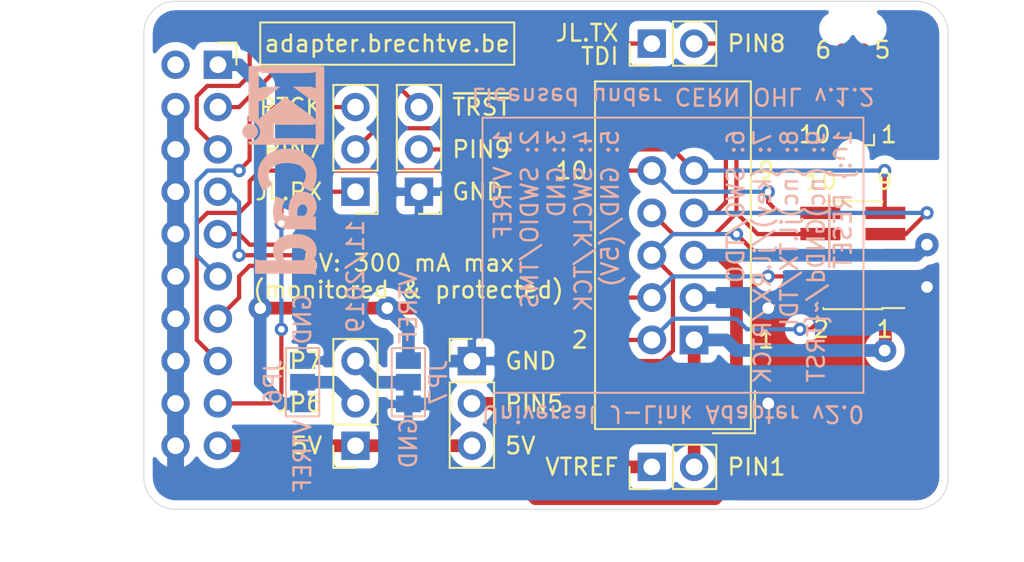
<source format=kicad_pcb>
(kicad_pcb (version 20171130) (host pcbnew 5.1.5-52549c5~84~ubuntu19.04.1)

  (general
    (thickness 1.6)
    (drawings 54)
    (tracks 178)
    (zones 0)
    (modules 14)
    (nets 19)
  )

  (page A4)
  (layers
    (0 F.Cu signal)
    (31 B.Cu signal)
    (32 B.Adhes user)
    (33 F.Adhes user)
    (34 B.Paste user)
    (35 F.Paste user)
    (36 B.SilkS user)
    (37 F.SilkS user)
    (38 B.Mask user)
    (39 F.Mask user)
    (40 Dwgs.User user)
    (41 Cmts.User user)
    (42 Eco1.User user)
    (43 Eco2.User user)
    (44 Edge.Cuts user)
    (45 Margin user)
    (46 B.CrtYd user)
    (47 F.CrtYd user)
    (48 B.Fab user hide)
    (49 F.Fab user hide)
  )

  (setup
    (last_trace_width 0.25)
    (user_trace_width 0.254)
    (user_trace_width 0.381)
    (user_trace_width 0.508)
    (user_trace_width 0.635)
    (user_trace_width 0.762)
    (user_trace_width 1.016)
    (trace_clearance 0.2)
    (zone_clearance 0.508)
    (zone_45_only no)
    (trace_min 0.2)
    (via_size 0.8)
    (via_drill 0.4)
    (via_min_size 0.4)
    (via_min_drill 0.3)
    (user_via 0.8 0.4)
    (user_via 1.4 0.7)
    (uvia_size 0.3)
    (uvia_drill 0.1)
    (uvias_allowed no)
    (uvia_min_size 0.2)
    (uvia_min_drill 0.1)
    (edge_width 0.05)
    (segment_width 0.2)
    (pcb_text_width 0.3)
    (pcb_text_size 1.5 1.5)
    (mod_edge_width 0.12)
    (mod_text_size 1 1)
    (mod_text_width 0.15)
    (pad_size 1.524 1.524)
    (pad_drill 0.762)
    (pad_to_mask_clearance 0.051)
    (solder_mask_min_width 0.25)
    (aux_axis_origin 0 0)
    (visible_elements FFFFFF7F)
    (pcbplotparams
      (layerselection 0x010fc_ffffffff)
      (usegerberextensions false)
      (usegerberattributes false)
      (usegerberadvancedattributes false)
      (creategerberjobfile false)
      (excludeedgelayer true)
      (linewidth 0.100000)
      (plotframeref false)
      (viasonmask false)
      (mode 1)
      (useauxorigin false)
      (hpglpennumber 1)
      (hpglpenspeed 20)
      (hpglpendiameter 15.000000)
      (psnegative false)
      (psa4output false)
      (plotreference true)
      (plotvalue true)
      (plotinvisibletext false)
      (padsonsilk false)
      (subtractmaskfromsilk false)
      (outputformat 1)
      (mirror false)
      (drillshape 1)
      (scaleselection 1)
      (outputdirectory ""))
  )

  (net 0 "")
  (net 1 /GND)
  (net 2 /5V-Supply)
  (net 3 /RXD)
  (net 4 /~RESET)
  (net 5 /SWO-TDO)
  (net 6 /RTCK)
  (net 7 /SWCLK-TCK)
  (net 8 /SWDIO-TMS)
  (net 9 /TXD-TDI)
  (net 10 /~TRST)
  (net 11 /VTREF)
  (net 12 PIN9)
  (net 13 PIN8)
  (net 14 PIN7)
  (net 15 PIN5)
  (net 16 /VTREF-OUT)
  (net 17 VREG2)
  (net 18 VREG1)

  (net_class Default "This is the default net class."
    (clearance 0.2)
    (trace_width 0.25)
    (via_dia 0.8)
    (via_drill 0.4)
    (uvia_dia 0.3)
    (uvia_drill 0.1)
    (add_net /5V-Supply)
    (add_net /GND)
    (add_net /RTCK)
    (add_net /RXD)
    (add_net /SWCLK-TCK)
    (add_net /SWDIO-TMS)
    (add_net /SWO-TDO)
    (add_net /TXD-TDI)
    (add_net /VTREF)
    (add_net /VTREF-OUT)
    (add_net /~RESET)
    (add_net /~TRST)
    (add_net PIN5)
    (add_net PIN7)
    (add_net PIN8)
    (add_net PIN9)
    (add_net VREG1)
    (add_net VREG2)
  )

  (module Symbol:KiCad-Logo_5mm_SilkScreen locked (layer B.Cu) (tedit 0) (tstamp 5DDEEA10)
    (at 98.425 101.6 270)
    (descr "KiCad Logo")
    (tags "Logo KiCad")
    (attr virtual)
    (fp_text reference REF** (at 0 5.08 270) (layer B.SilkS) hide
      (effects (font (size 1 1) (thickness 0.15)) (justify mirror))
    )
    (fp_text value KiCad-Logo_5mm_SilkScreen (at 0 -3.81 270) (layer B.Fab) hide
      (effects (font (size 1 1) (thickness 0.15)) (justify mirror))
    )
    (fp_poly (pts (xy -2.273043 2.973429) (xy -2.176768 2.949191) (xy -2.090184 2.906359) (xy -2.015373 2.846581)
      (xy -1.954418 2.771506) (xy -1.909399 2.68278) (xy -1.883136 2.58647) (xy -1.877286 2.489205)
      (xy -1.89214 2.395346) (xy -1.92584 2.307489) (xy -1.976528 2.22823) (xy -2.042345 2.160164)
      (xy -2.121434 2.105888) (xy -2.211934 2.067998) (xy -2.2632 2.055574) (xy -2.307698 2.048053)
      (xy -2.341999 2.045081) (xy -2.37496 2.046906) (xy -2.415434 2.053775) (xy -2.448531 2.06075)
      (xy -2.541947 2.092259) (xy -2.625619 2.143383) (xy -2.697665 2.212571) (xy -2.7562 2.298272)
      (xy -2.770148 2.325511) (xy -2.786586 2.361878) (xy -2.796894 2.392418) (xy -2.80246 2.42455)
      (xy -2.804669 2.465693) (xy -2.804948 2.511778) (xy -2.800861 2.596135) (xy -2.787446 2.665414)
      (xy -2.762256 2.726039) (xy -2.722846 2.784433) (xy -2.684298 2.828698) (xy -2.612406 2.894516)
      (xy -2.537313 2.939947) (xy -2.454562 2.96715) (xy -2.376928 2.977424) (xy -2.273043 2.973429)) (layer B.SilkS) (width 0.01))
    (fp_poly (pts (xy 6.186507 0.527755) (xy 6.186526 0.293338) (xy 6.186552 0.080397) (xy 6.186625 -0.112168)
      (xy 6.186782 -0.285459) (xy 6.187064 -0.440576) (xy 6.187509 -0.57862) (xy 6.188156 -0.700692)
      (xy 6.189045 -0.807894) (xy 6.190213 -0.901326) (xy 6.191701 -0.98209) (xy 6.193546 -1.051286)
      (xy 6.195789 -1.110015) (xy 6.198469 -1.159379) (xy 6.201623 -1.200478) (xy 6.205292 -1.234413)
      (xy 6.209513 -1.262286) (xy 6.214327 -1.285198) (xy 6.219773 -1.304249) (xy 6.225888 -1.32054)
      (xy 6.232712 -1.335173) (xy 6.240285 -1.349249) (xy 6.248645 -1.363868) (xy 6.253839 -1.372974)
      (xy 6.288104 -1.433689) (xy 5.429955 -1.433689) (xy 5.429955 -1.337733) (xy 5.429224 -1.29437)
      (xy 5.427272 -1.261205) (xy 5.424463 -1.243424) (xy 5.423221 -1.241778) (xy 5.411799 -1.248662)
      (xy 5.389084 -1.266505) (xy 5.366385 -1.285879) (xy 5.3118 -1.326614) (xy 5.242321 -1.367617)
      (xy 5.16527 -1.405123) (xy 5.087965 -1.435364) (xy 5.057113 -1.445012) (xy 4.988616 -1.459578)
      (xy 4.905764 -1.469539) (xy 4.816371 -1.474583) (xy 4.728248 -1.474396) (xy 4.649207 -1.468666)
      (xy 4.611511 -1.462858) (xy 4.473414 -1.424797) (xy 4.346113 -1.367073) (xy 4.230292 -1.290211)
      (xy 4.126637 -1.194739) (xy 4.035833 -1.081179) (xy 3.969031 -0.970381) (xy 3.914164 -0.853625)
      (xy 3.872163 -0.734276) (xy 3.842167 -0.608283) (xy 3.823311 -0.471594) (xy 3.814732 -0.320158)
      (xy 3.814006 -0.242711) (xy 3.8161 -0.185934) (xy 4.645217 -0.185934) (xy 4.645424 -0.279002)
      (xy 4.648337 -0.366692) (xy 4.654 -0.443772) (xy 4.662455 -0.505009) (xy 4.665038 -0.51735)
      (xy 4.69684 -0.624633) (xy 4.738498 -0.711658) (xy 4.790363 -0.778642) (xy 4.852781 -0.825805)
      (xy 4.9261 -0.853365) (xy 5.010669 -0.861541) (xy 5.106835 -0.850551) (xy 5.170311 -0.834829)
      (xy 5.219454 -0.816639) (xy 5.273583 -0.790791) (xy 5.314244 -0.767089) (xy 5.3848 -0.720721)
      (xy 5.3848 0.42947) (xy 5.317392 0.473038) (xy 5.238867 0.51396) (xy 5.154681 0.540611)
      (xy 5.069557 0.552535) (xy 4.988216 0.549278) (xy 4.91538 0.530385) (xy 4.883426 0.514816)
      (xy 4.825501 0.471819) (xy 4.776544 0.415047) (xy 4.73539 0.342425) (xy 4.700874 0.251879)
      (xy 4.671833 0.141334) (xy 4.670552 0.135467) (xy 4.660381 0.073212) (xy 4.652739 -0.004594)
      (xy 4.64767 -0.09272) (xy 4.645217 -0.185934) (xy 3.8161 -0.185934) (xy 3.821857 -0.029895)
      (xy 3.843802 0.165941) (xy 3.879786 0.344668) (xy 3.929759 0.506155) (xy 3.993668 0.650274)
      (xy 4.071462 0.776894) (xy 4.163089 0.885885) (xy 4.268497 0.977117) (xy 4.313662 1.008068)
      (xy 4.414611 1.064215) (xy 4.517901 1.103826) (xy 4.627989 1.127986) (xy 4.74933 1.137781)
      (xy 4.841836 1.136735) (xy 4.97149 1.125769) (xy 5.084084 1.103954) (xy 5.182875 1.070286)
      (xy 5.271121 1.023764) (xy 5.319986 0.989552) (xy 5.349353 0.967638) (xy 5.371043 0.952667)
      (xy 5.379253 0.948267) (xy 5.380868 0.959096) (xy 5.382159 0.989749) (xy 5.383138 1.037474)
      (xy 5.383817 1.099521) (xy 5.38421 1.173138) (xy 5.38433 1.255573) (xy 5.384188 1.344075)
      (xy 5.383797 1.435893) (xy 5.383171 1.528276) (xy 5.38232 1.618472) (xy 5.38126 1.703729)
      (xy 5.380001 1.781297) (xy 5.378556 1.848424) (xy 5.376938 1.902359) (xy 5.375161 1.94035)
      (xy 5.374669 1.947333) (xy 5.367092 2.017749) (xy 5.355531 2.072898) (xy 5.337792 2.120019)
      (xy 5.311682 2.166353) (xy 5.305415 2.175933) (xy 5.280983 2.212622) (xy 6.186311 2.212622)
      (xy 6.186507 0.527755)) (layer B.SilkS) (width 0.01))
    (fp_poly (pts (xy 2.673574 1.133448) (xy 2.825492 1.113433) (xy 2.960756 1.079798) (xy 3.080239 1.032275)
      (xy 3.184815 0.970595) (xy 3.262424 0.907035) (xy 3.331265 0.832901) (xy 3.385006 0.753129)
      (xy 3.42791 0.660909) (xy 3.443384 0.617839) (xy 3.456244 0.578858) (xy 3.467446 0.542711)
      (xy 3.47712 0.507566) (xy 3.485396 0.47159) (xy 3.492403 0.43295) (xy 3.498272 0.389815)
      (xy 3.503131 0.340351) (xy 3.50711 0.282727) (xy 3.51034 0.215109) (xy 3.512949 0.135666)
      (xy 3.515067 0.042564) (xy 3.516824 -0.066027) (xy 3.518349 -0.191942) (xy 3.519772 -0.337012)
      (xy 3.521025 -0.479778) (xy 3.522351 -0.635968) (xy 3.523556 -0.771239) (xy 3.524766 -0.887246)
      (xy 3.526106 -0.985645) (xy 3.5277 -1.068093) (xy 3.529675 -1.136246) (xy 3.532156 -1.19176)
      (xy 3.535269 -1.236292) (xy 3.539138 -1.271498) (xy 3.543889 -1.299034) (xy 3.549648 -1.320556)
      (xy 3.556539 -1.337722) (xy 3.564689 -1.352186) (xy 3.574223 -1.365606) (xy 3.585266 -1.379638)
      (xy 3.589566 -1.385071) (xy 3.605386 -1.40791) (xy 3.612422 -1.423463) (xy 3.612444 -1.423922)
      (xy 3.601567 -1.426121) (xy 3.570582 -1.428147) (xy 3.521957 -1.429942) (xy 3.458163 -1.431451)
      (xy 3.381669 -1.432616) (xy 3.294944 -1.43338) (xy 3.200457 -1.433686) (xy 3.18955 -1.433689)
      (xy 2.766657 -1.433689) (xy 2.763395 -1.337622) (xy 2.760133 -1.241556) (xy 2.698044 -1.292543)
      (xy 2.600714 -1.360057) (xy 2.490813 -1.414749) (xy 2.404349 -1.444978) (xy 2.335278 -1.459666)
      (xy 2.251925 -1.469659) (xy 2.162159 -1.474646) (xy 2.073845 -1.474313) (xy 1.994851 -1.468351)
      (xy 1.958622 -1.462638) (xy 1.818603 -1.424776) (xy 1.692178 -1.369932) (xy 1.58026 -1.298924)
      (xy 1.483762 -1.212568) (xy 1.4036 -1.111679) (xy 1.340687 -0.997076) (xy 1.296312 -0.870984)
      (xy 1.283978 -0.814401) (xy 1.276368 -0.752202) (xy 1.272739 -0.677363) (xy 1.272245 -0.643467)
      (xy 1.27231 -0.640282) (xy 2.032248 -0.640282) (xy 2.041541 -0.715333) (xy 2.069728 -0.77916)
      (xy 2.118197 -0.834798) (xy 2.123254 -0.839211) (xy 2.171548 -0.874037) (xy 2.223257 -0.89662)
      (xy 2.283989 -0.90854) (xy 2.359352 -0.911383) (xy 2.377459 -0.910978) (xy 2.431278 -0.908325)
      (xy 2.471308 -0.902909) (xy 2.506324 -0.892745) (xy 2.545103 -0.87585) (xy 2.555745 -0.870672)
      (xy 2.616396 -0.834844) (xy 2.663215 -0.792212) (xy 2.675952 -0.776973) (xy 2.720622 -0.720462)
      (xy 2.720622 -0.524586) (xy 2.720086 -0.445939) (xy 2.718396 -0.387988) (xy 2.715428 -0.348875)
      (xy 2.711057 -0.326741) (xy 2.706972 -0.320274) (xy 2.691047 -0.317111) (xy 2.657264 -0.314488)
      (xy 2.61034 -0.312655) (xy 2.554993 -0.311857) (xy 2.546106 -0.311842) (xy 2.42533 -0.317096)
      (xy 2.32266 -0.333263) (xy 2.236106 -0.360961) (xy 2.163681 -0.400808) (xy 2.108751 -0.447758)
      (xy 2.064204 -0.505645) (xy 2.03948 -0.568693) (xy 2.032248 -0.640282) (xy 1.27231 -0.640282)
      (xy 1.274178 -0.549712) (xy 1.282522 -0.470812) (xy 1.298768 -0.39959) (xy 1.324405 -0.328864)
      (xy 1.348401 -0.276493) (xy 1.40702 -0.181196) (xy 1.485117 -0.09317) (xy 1.580315 -0.014017)
      (xy 1.690238 0.05466) (xy 1.81251 0.111259) (xy 1.944755 0.154179) (xy 2.009422 0.169118)
      (xy 2.145604 0.191223) (xy 2.294049 0.205806) (xy 2.445505 0.212187) (xy 2.572064 0.210555)
      (xy 2.73395 0.203776) (xy 2.72653 0.262755) (xy 2.707238 0.361908) (xy 2.676104 0.442628)
      (xy 2.632269 0.505534) (xy 2.574871 0.551244) (xy 2.503048 0.580378) (xy 2.415941 0.593553)
      (xy 2.312686 0.591389) (xy 2.274711 0.587388) (xy 2.13352 0.56222) (xy 1.996707 0.521186)
      (xy 1.902178 0.483185) (xy 1.857018 0.46381) (xy 1.818585 0.44824) (xy 1.792234 0.438595)
      (xy 1.784546 0.436548) (xy 1.774802 0.445626) (xy 1.758083 0.474595) (xy 1.734232 0.523783)
      (xy 1.703093 0.593516) (xy 1.664507 0.684121) (xy 1.65791 0.699911) (xy 1.627853 0.772228)
      (xy 1.600874 0.837575) (xy 1.578136 0.893094) (xy 1.560806 0.935928) (xy 1.550048 0.963219)
      (xy 1.546941 0.972058) (xy 1.55694 0.976813) (xy 1.583217 0.98209) (xy 1.611489 0.985769)
      (xy 1.641646 0.990526) (xy 1.689433 0.999972) (xy 1.750612 1.01318) (xy 1.820946 1.029224)
      (xy 1.896194 1.04718) (xy 1.924755 1.054203) (xy 2.029816 1.079791) (xy 2.11748 1.099853)
      (xy 2.192068 1.115031) (xy 2.257903 1.125965) (xy 2.319307 1.133296) (xy 2.380602 1.137665)
      (xy 2.44611 1.139713) (xy 2.504128 1.140111) (xy 2.673574 1.133448)) (layer B.SilkS) (width 0.01))
    (fp_poly (pts (xy 0.328429 2.050929) (xy 0.48857 2.029755) (xy 0.65251 1.989615) (xy 0.822313 1.930111)
      (xy 1.000043 1.850846) (xy 1.01131 1.845301) (xy 1.069005 1.817275) (xy 1.120552 1.793198)
      (xy 1.162191 1.774751) (xy 1.190162 1.763614) (xy 1.199733 1.761067) (xy 1.21895 1.756059)
      (xy 1.223561 1.751853) (xy 1.218458 1.74142) (xy 1.202418 1.715132) (xy 1.177288 1.675743)
      (xy 1.144914 1.626009) (xy 1.107143 1.568685) (xy 1.065822 1.506524) (xy 1.022798 1.442282)
      (xy 0.979917 1.378715) (xy 0.939026 1.318575) (xy 0.901971 1.26462) (xy 0.8706 1.219603)
      (xy 0.846759 1.186279) (xy 0.832294 1.167403) (xy 0.830309 1.165213) (xy 0.820191 1.169862)
      (xy 0.79785 1.187038) (xy 0.76728 1.21356) (xy 0.751536 1.228036) (xy 0.655047 1.303318)
      (xy 0.548336 1.358759) (xy 0.432832 1.393859) (xy 0.309962 1.40812) (xy 0.240561 1.406949)
      (xy 0.119423 1.389788) (xy 0.010205 1.353906) (xy -0.087418 1.299041) (xy -0.173772 1.22493)
      (xy -0.249185 1.131312) (xy -0.313982 1.017924) (xy -0.351399 0.931333) (xy -0.395252 0.795634)
      (xy -0.427572 0.64815) (xy -0.448443 0.492686) (xy -0.457949 0.333044) (xy -0.456173 0.173027)
      (xy -0.443197 0.016439) (xy -0.419106 -0.132918) (xy -0.383982 -0.27124) (xy -0.337908 -0.394724)
      (xy -0.321627 -0.428978) (xy -0.25338 -0.543064) (xy -0.172921 -0.639557) (xy -0.08143 -0.71767)
      (xy 0.019911 -0.776617) (xy 0.12992 -0.815612) (xy 0.247415 -0.833868) (xy 0.288883 -0.835211)
      (xy 0.410441 -0.82429) (xy 0.530878 -0.791474) (xy 0.648666 -0.737439) (xy 0.762277 -0.662865)
      (xy 0.853685 -0.584539) (xy 0.900215 -0.540008) (xy 1.081483 -0.837271) (xy 1.12658 -0.911433)
      (xy 1.167819 -0.979646) (xy 1.203735 -1.039459) (xy 1.232866 -1.08842) (xy 1.25375 -1.124079)
      (xy 1.264924 -1.143984) (xy 1.266375 -1.147079) (xy 1.258146 -1.156718) (xy 1.232567 -1.173999)
      (xy 1.192873 -1.197283) (xy 1.142297 -1.224934) (xy 1.084074 -1.255315) (xy 1.021437 -1.28679)
      (xy 0.957621 -1.317722) (xy 0.89586 -1.346473) (xy 0.839388 -1.371408) (xy 0.791438 -1.390889)
      (xy 0.767986 -1.399318) (xy 0.634221 -1.437133) (xy 0.496327 -1.462136) (xy 0.348622 -1.47514)
      (xy 0.221833 -1.477468) (xy 0.153878 -1.476373) (xy 0.088277 -1.474275) (xy 0.030847 -1.471434)
      (xy -0.012597 -1.468106) (xy -0.026702 -1.466422) (xy -0.165716 -1.437587) (xy -0.307243 -1.392468)
      (xy -0.444725 -1.33375) (xy -0.571606 -1.26412) (xy -0.649111 -1.211441) (xy -0.776519 -1.103239)
      (xy -0.894822 -0.976671) (xy -1.001828 -0.834866) (xy -1.095348 -0.680951) (xy -1.17319 -0.518053)
      (xy -1.217044 -0.400756) (xy -1.267292 -0.217128) (xy -1.300791 -0.022581) (xy -1.317551 0.178675)
      (xy -1.317584 0.382432) (xy -1.300899 0.584479) (xy -1.267507 0.780608) (xy -1.21742 0.966609)
      (xy -1.213603 0.978197) (xy -1.150719 1.14025) (xy -1.073972 1.288168) (xy -0.980758 1.426135)
      (xy -0.868473 1.558339) (xy -0.824608 1.603601) (xy -0.688466 1.727543) (xy -0.548509 1.830085)
      (xy -0.402589 1.912344) (xy -0.248558 1.975436) (xy -0.084268 2.020477) (xy 0.011289 2.037967)
      (xy 0.170023 2.053534) (xy 0.328429 2.050929)) (layer B.SilkS) (width 0.01))
    (fp_poly (pts (xy -2.9464 2.510946) (xy -2.935535 2.397007) (xy -2.903918 2.289384) (xy -2.853015 2.190385)
      (xy -2.784293 2.102316) (xy -2.699219 2.027484) (xy -2.602232 1.969616) (xy -2.495964 1.929995)
      (xy -2.38895 1.911427) (xy -2.2833 1.912566) (xy -2.181125 1.93207) (xy -2.084534 1.968594)
      (xy -1.995638 2.020795) (xy -1.916546 2.087327) (xy -1.849369 2.166848) (xy -1.796217 2.258013)
      (xy -1.759199 2.359477) (xy -1.740427 2.469898) (xy -1.738489 2.519794) (xy -1.738489 2.607733)
      (xy -1.68656 2.607733) (xy -1.650253 2.604889) (xy -1.623355 2.593089) (xy -1.596249 2.569351)
      (xy -1.557867 2.530969) (xy -1.557867 0.339398) (xy -1.557876 0.077261) (xy -1.557908 -0.163241)
      (xy -1.557972 -0.383048) (xy -1.558076 -0.583101) (xy -1.558227 -0.764344) (xy -1.558434 -0.927716)
      (xy -1.558706 -1.07416) (xy -1.55905 -1.204617) (xy -1.559474 -1.320029) (xy -1.559987 -1.421338)
      (xy -1.560597 -1.509484) (xy -1.561312 -1.58541) (xy -1.56214 -1.650057) (xy -1.563089 -1.704367)
      (xy -1.564167 -1.74928) (xy -1.565383 -1.78574) (xy -1.566745 -1.814687) (xy -1.568261 -1.837063)
      (xy -1.569938 -1.853809) (xy -1.571786 -1.865868) (xy -1.573813 -1.87418) (xy -1.576025 -1.879687)
      (xy -1.577108 -1.881537) (xy -1.581271 -1.888549) (xy -1.584805 -1.894996) (xy -1.588635 -1.9009)
      (xy -1.593682 -1.906286) (xy -1.600871 -1.911178) (xy -1.611123 -1.915598) (xy -1.625364 -1.919572)
      (xy -1.644514 -1.923121) (xy -1.669499 -1.92627) (xy -1.70124 -1.929042) (xy -1.740662 -1.931461)
      (xy -1.788686 -1.933551) (xy -1.846237 -1.935335) (xy -1.914237 -1.936837) (xy -1.99361 -1.93808)
      (xy -2.085279 -1.939089) (xy -2.190166 -1.939885) (xy -2.309196 -1.940494) (xy -2.44329 -1.940939)
      (xy -2.593373 -1.941243) (xy -2.760367 -1.94143) (xy -2.945196 -1.941524) (xy -3.148783 -1.941548)
      (xy -3.37205 -1.941525) (xy -3.615922 -1.94148) (xy -3.881321 -1.941437) (xy -3.919704 -1.941432)
      (xy -4.186682 -1.941389) (xy -4.432002 -1.941318) (xy -4.656583 -1.941213) (xy -4.861345 -1.941066)
      (xy -5.047206 -1.940869) (xy -5.215088 -1.940616) (xy -5.365908 -1.9403) (xy -5.500587 -1.939913)
      (xy -5.620044 -1.939447) (xy -5.725199 -1.938897) (xy -5.816971 -1.938253) (xy -5.896279 -1.937511)
      (xy -5.964043 -1.936661) (xy -6.021182 -1.935697) (xy -6.068617 -1.934611) (xy -6.107266 -1.933397)
      (xy -6.138049 -1.932047) (xy -6.161885 -1.930555) (xy -6.179694 -1.928911) (xy -6.192395 -1.927111)
      (xy -6.200908 -1.925145) (xy -6.205266 -1.923477) (xy -6.213728 -1.919906) (xy -6.221497 -1.91727)
      (xy -6.228602 -1.914634) (xy -6.235073 -1.911062) (xy -6.240939 -1.905621) (xy -6.246229 -1.897375)
      (xy -6.250974 -1.88539) (xy -6.255202 -1.868731) (xy -6.258943 -1.846463) (xy -6.262227 -1.817652)
      (xy -6.265083 -1.781363) (xy -6.26754 -1.736661) (xy -6.269629 -1.682611) (xy -6.271378 -1.618279)
      (xy -6.272817 -1.54273) (xy -6.273976 -1.45503) (xy -6.274883 -1.354243) (xy -6.275569 -1.239434)
      (xy -6.276063 -1.10967) (xy -6.276395 -0.964015) (xy -6.276593 -0.801535) (xy -6.276687 -0.621295)
      (xy -6.276708 -0.42236) (xy -6.276685 -0.203796) (xy -6.276646 0.035332) (xy -6.276622 0.29596)
      (xy -6.276622 0.338111) (xy -6.276636 0.601008) (xy -6.276661 0.842268) (xy -6.276671 1.062835)
      (xy -6.276642 1.263648) (xy -6.276548 1.445651) (xy -6.276362 1.609784) (xy -6.276059 1.756989)
      (xy -6.275614 1.888208) (xy -6.275034 1.998133) (xy -5.972197 1.998133) (xy -5.932407 1.940289)
      (xy -5.921236 1.924521) (xy -5.911166 1.910559) (xy -5.902138 1.897216) (xy -5.894097 1.883307)
      (xy -5.886986 1.867644) (xy -5.880747 1.849042) (xy -5.875325 1.826314) (xy -5.870662 1.798273)
      (xy -5.866701 1.763733) (xy -5.863385 1.721508) (xy -5.860659 1.670411) (xy -5.858464 1.609256)
      (xy -5.856745 1.536856) (xy -5.855444 1.452025) (xy -5.854505 1.353578) (xy -5.85387 1.240326)
      (xy -5.853484 1.111084) (xy -5.853288 0.964666) (xy -5.853227 0.799884) (xy -5.853243 0.615553)
      (xy -5.85328 0.410487) (xy -5.853289 0.287867) (xy -5.853265 0.070918) (xy -5.853231 -0.124642)
      (xy -5.853243 -0.299999) (xy -5.853358 -0.456341) (xy -5.85363 -0.594857) (xy -5.854118 -0.716734)
      (xy -5.854876 -0.82316) (xy -5.855962 -0.915322) (xy -5.857431 -0.994409) (xy -5.85934 -1.061608)
      (xy -5.861744 -1.118107) (xy -5.864701 -1.165093) (xy -5.868266 -1.203755) (xy -5.872495 -1.23528)
      (xy -5.877446 -1.260855) (xy -5.883173 -1.28167) (xy -5.889733 -1.298911) (xy -5.897183 -1.313765)
      (xy -5.905579 -1.327422) (xy -5.914976 -1.341069) (xy -5.925432 -1.355893) (xy -5.931523 -1.364783)
      (xy -5.970296 -1.4224) (xy -5.438732 -1.4224) (xy -5.315483 -1.422365) (xy -5.212987 -1.422215)
      (xy -5.12942 -1.421878) (xy -5.062956 -1.421286) (xy -5.011771 -1.420367) (xy -4.974041 -1.419051)
      (xy -4.94794 -1.417269) (xy -4.931644 -1.414951) (xy -4.923328 -1.412026) (xy -4.921168 -1.408424)
      (xy -4.923339 -1.404075) (xy -4.924535 -1.402645) (xy -4.949685 -1.365573) (xy -4.975583 -1.312772)
      (xy -4.999192 -1.25077) (xy -5.007461 -1.224357) (xy -5.012078 -1.206416) (xy -5.015979 -1.185355)
      (xy -5.019248 -1.159089) (xy -5.021966 -1.125532) (xy -5.024215 -1.082599) (xy -5.026077 -1.028204)
      (xy -5.027636 -0.960262) (xy -5.028972 -0.876688) (xy -5.030169 -0.775395) (xy -5.031308 -0.6543)
      (xy -5.031685 -0.6096) (xy -5.032702 -0.484449) (xy -5.03346 -0.380082) (xy -5.033903 -0.294707)
      (xy -5.03397 -0.226533) (xy -5.033605 -0.173765) (xy -5.032748 -0.134614) (xy -5.031341 -0.107285)
      (xy -5.029325 -0.089986) (xy -5.026643 -0.080926) (xy -5.023236 -0.078312) (xy -5.019044 -0.080351)
      (xy -5.014571 -0.084667) (xy -5.004216 -0.097602) (xy -4.982158 -0.126676) (xy -4.949957 -0.169759)
      (xy -4.909174 -0.224718) (xy -4.86137 -0.289423) (xy -4.808105 -0.361742) (xy -4.75094 -0.439544)
      (xy -4.691437 -0.520698) (xy -4.631155 -0.603072) (xy -4.571655 -0.684536) (xy -4.514498 -0.762957)
      (xy -4.461245 -0.836204) (xy -4.413457 -0.902147) (xy -4.372693 -0.958654) (xy -4.340516 -1.003593)
      (xy -4.318485 -1.034834) (xy -4.313917 -1.041466) (xy -4.290996 -1.078369) (xy -4.264188 -1.126359)
      (xy -4.238789 -1.175897) (xy -4.235568 -1.182577) (xy -4.21389 -1.230772) (xy -4.201304 -1.268334)
      (xy -4.195574 -1.30416) (xy -4.194456 -1.3462) (xy -4.19509 -1.4224) (xy -3.040651 -1.4224)
      (xy -3.131815 -1.328669) (xy -3.178612 -1.278775) (xy -3.228899 -1.222295) (xy -3.274944 -1.168026)
      (xy -3.295369 -1.142673) (xy -3.325807 -1.103128) (xy -3.365862 -1.049916) (xy -3.414361 -0.984667)
      (xy -3.470135 -0.909011) (xy -3.532011 -0.824577) (xy -3.598819 -0.732994) (xy -3.669387 -0.635892)
      (xy -3.742545 -0.534901) (xy -3.817121 -0.43165) (xy -3.891944 -0.327768) (xy -3.965843 -0.224885)
      (xy -4.037646 -0.124631) (xy -4.106184 -0.028636) (xy -4.170284 0.061473) (xy -4.228775 0.144064)
      (xy -4.280486 0.217508) (xy -4.324247 0.280176) (xy -4.358885 0.330439) (xy -4.38323 0.366666)
      (xy -4.396111 0.387229) (xy -4.397869 0.391332) (xy -4.38991 0.402658) (xy -4.369115 0.429838)
      (xy -4.336847 0.471171) (xy -4.29447 0.524956) (xy -4.243347 0.589494) (xy -4.184841 0.663082)
      (xy -4.120314 0.744022) (xy -4.051131 0.830612) (xy -3.978653 0.921152) (xy -3.904246 1.01394)
      (xy -3.844517 1.088298) (xy -2.833511 1.088298) (xy -2.827602 1.075341) (xy -2.813272 1.053092)
      (xy -2.812225 1.051609) (xy -2.793438 1.021456) (xy -2.773791 0.984625) (xy -2.769892 0.976489)
      (xy -2.766356 0.96806) (xy -2.76323 0.957941) (xy -2.760486 0.94474) (xy -2.758092 0.927062)
      (xy -2.756019 0.903516) (xy -2.754235 0.872707) (xy -2.752712 0.833243) (xy -2.751419 0.783731)
      (xy -2.750326 0.722777) (xy -2.749403 0.648989) (xy -2.748619 0.560972) (xy -2.747945 0.457335)
      (xy -2.74735 0.336684) (xy -2.746805 0.197626) (xy -2.746279 0.038768) (xy -2.745745 -0.140089)
      (xy -2.745206 -0.325207) (xy -2.744772 -0.489145) (xy -2.744509 -0.633303) (xy -2.744484 -0.759079)
      (xy -2.744765 -0.867871) (xy -2.745419 -0.961077) (xy -2.746514 -1.040097) (xy -2.748118 -1.106328)
      (xy -2.750297 -1.16117) (xy -2.753119 -1.206021) (xy -2.756651 -1.242278) (xy -2.760961 -1.271341)
      (xy -2.766117 -1.294609) (xy -2.772185 -1.313479) (xy -2.779233 -1.329351) (xy -2.787329 -1.343622)
      (xy -2.79654 -1.357691) (xy -2.80504 -1.370158) (xy -2.822176 -1.396452) (xy -2.832322 -1.414037)
      (xy -2.833511 -1.417257) (xy -2.822604 -1.418334) (xy -2.791411 -1.419335) (xy -2.742223 -1.420235)
      (xy -2.677333 -1.42101) (xy -2.59903 -1.421637) (xy -2.509607 -1.422091) (xy -2.411356 -1.422349)
      (xy -2.342445 -1.4224) (xy -2.237452 -1.42218) (xy -2.14061 -1.421548) (xy -2.054107 -1.420549)
      (xy -1.980132 -1.419227) (xy -1.920874 -1.417626) (xy -1.87852 -1.415791) (xy -1.85526 -1.413765)
      (xy -1.851378 -1.412493) (xy -1.859076 -1.397591) (xy -1.867074 -1.38956) (xy -1.880246 -1.372434)
      (xy -1.897485 -1.342183) (xy -1.909407 -1.317622) (xy -1.936045 -1.258711) (xy -1.93912 -0.081845)
      (xy -1.942195 1.095022) (xy -2.387853 1.095022) (xy -2.48567 1.094858) (xy -2.576064 1.094389)
      (xy -2.65663 1.093653) (xy -2.724962 1.092684) (xy -2.778656 1.09152) (xy -2.815305 1.090197)
      (xy -2.832504 1.088751) (xy -2.833511 1.088298) (xy -3.844517 1.088298) (xy -3.82927 1.107278)
      (xy -3.75509 1.199463) (xy -3.683069 1.288796) (xy -3.614569 1.373576) (xy -3.550955 1.452102)
      (xy -3.493588 1.522674) (xy -3.443833 1.583591) (xy -3.403052 1.633153) (xy -3.385888 1.653822)
      (xy -3.299596 1.754484) (xy -3.222997 1.837741) (xy -3.154183 1.905562) (xy -3.091248 1.959911)
      (xy -3.081867 1.967278) (xy -3.042356 1.997883) (xy -4.174116 1.998133) (xy -4.168827 1.950156)
      (xy -4.17213 1.892812) (xy -4.193661 1.824537) (xy -4.233635 1.744788) (xy -4.278943 1.672505)
      (xy -4.295161 1.64986) (xy -4.323214 1.612304) (xy -4.36143 1.561979) (xy -4.408137 1.501027)
      (xy -4.461661 1.431589) (xy -4.520331 1.355806) (xy -4.582475 1.27582) (xy -4.646421 1.193772)
      (xy -4.710495 1.111804) (xy -4.773027 1.032057) (xy -4.832343 0.956673) (xy -4.886771 0.887793)
      (xy -4.934639 0.827558) (xy -4.974275 0.778111) (xy -5.004006 0.741592) (xy -5.022161 0.720142)
      (xy -5.02522 0.716844) (xy -5.028079 0.724851) (xy -5.030293 0.755145) (xy -5.031857 0.807444)
      (xy -5.032767 0.881469) (xy -5.03302 0.976937) (xy -5.032613 1.093566) (xy -5.031704 1.213555)
      (xy -5.030382 1.345667) (xy -5.028857 1.457406) (xy -5.026881 1.550975) (xy -5.024206 1.628581)
      (xy -5.020582 1.692426) (xy -5.015761 1.744717) (xy -5.009494 1.787656) (xy -5.001532 1.823449)
      (xy -4.991627 1.8543) (xy -4.979531 1.882414) (xy -4.964993 1.909995) (xy -4.950311 1.935034)
      (xy -4.912314 1.998133) (xy -5.972197 1.998133) (xy -6.275034 1.998133) (xy -6.275001 2.004383)
      (xy -6.274195 2.106456) (xy -6.27317 2.195367) (xy -6.2719 2.272059) (xy -6.27036 2.337473)
      (xy -6.268524 2.392551) (xy -6.266367 2.438235) (xy -6.263863 2.475466) (xy -6.260987 2.505187)
      (xy -6.257713 2.528338) (xy -6.254015 2.545861) (xy -6.249869 2.558699) (xy -6.245247 2.567792)
      (xy -6.240126 2.574082) (xy -6.234478 2.578512) (xy -6.228279 2.582022) (xy -6.221504 2.585555)
      (xy -6.215508 2.589124) (xy -6.210275 2.5917) (xy -6.202099 2.594028) (xy -6.189886 2.596122)
      (xy -6.172541 2.597993) (xy -6.148969 2.599653) (xy -6.118077 2.601116) (xy -6.078768 2.602392)
      (xy -6.02995 2.603496) (xy -5.970527 2.604439) (xy -5.899404 2.605233) (xy -5.815488 2.605891)
      (xy -5.717683 2.606425) (xy -5.604894 2.606847) (xy -5.476029 2.607171) (xy -5.329991 2.607408)
      (xy -5.165686 2.60757) (xy -4.98202 2.60767) (xy -4.777897 2.60772) (xy -4.566753 2.607733)
      (xy -2.9464 2.607733) (xy -2.9464 2.510946)) (layer B.SilkS) (width 0.01))
  )

  (module Connector:Tag-Connect_TC2050-IDC-NL_2x05_P1.27mm_Vertical locked (layer F.Cu) (tedit 5A29CED0) (tstamp 5DDED30E)
    (at 132.08 96.901 90)
    (descr "Tag-Connect programming header; http://www.tag-connect.com/Materials/TC2050-IDC-NL%20Datasheet.pdf")
    (tags "tag connect programming header pogo pins")
    (attr virtual)
    (fp_text reference REF** (at 0 2.7 90) (layer F.SilkS) hide
      (effects (font (size 1 1) (thickness 0.15)))
    )
    (fp_text value Tag-Connect_TC2050-IDC-NL_2x05_P1.27mm_Vertical (at 0 -2.4 90) (layer F.Fab)
      (effects (font (size 1 1) (thickness 0.15)))
    )
    (fp_line (start 1.27 0.635) (end 2.54 -0.635) (layer Dwgs.User) (width 0.1))
    (fp_line (start 0.635 0.635) (end 1.905 -0.635) (layer Dwgs.User) (width 0.1))
    (fp_line (start 0 0.635) (end 1.27 -0.635) (layer Dwgs.User) (width 0.1))
    (fp_line (start -0.635 0.635) (end 0.635 -0.635) (layer Dwgs.User) (width 0.1))
    (fp_text user KEEPOUT (at 0 0 90) (layer Cmts.User)
      (effects (font (size 0.4 0.4) (thickness 0.07)))
    )
    (fp_line (start 1.905 0.635) (end 2.54 0) (layer Dwgs.User) (width 0.1))
    (fp_line (start -1.27 0.635) (end 0 -0.635) (layer Dwgs.User) (width 0.1))
    (fp_line (start -1.905 0.635) (end -0.635 -0.635) (layer Dwgs.User) (width 0.1))
    (fp_line (start -2.54 0) (end -1.905 -0.635) (layer Dwgs.User) (width 0.1))
    (fp_line (start -2.54 0.635) (end -1.27 -0.635) (layer Dwgs.User) (width 0.1))
    (fp_line (start -2.54 -0.635) (end 2.54 -0.635) (layer Dwgs.User) (width 0.1))
    (fp_line (start 2.54 -0.635) (end 2.54 0.635) (layer Dwgs.User) (width 0.1))
    (fp_line (start 2.54 0.635) (end -2.54 0.635) (layer Dwgs.User) (width 0.1))
    (fp_line (start -2.54 0.635) (end -2.54 -0.635) (layer Dwgs.User) (width 0.1))
    (fp_text user %R (at 0 0 90) (layer F.Fab)
      (effects (font (size 1 1) (thickness 0.15)))
    )
    (fp_line (start -4.75 -2) (end 4.75 -2) (layer F.CrtYd) (width 0.05))
    (fp_line (start 4.75 -2) (end 4.75 2) (layer F.CrtYd) (width 0.05))
    (fp_line (start 4.75 2) (end -4.75 2) (layer F.CrtYd) (width 0.05))
    (fp_line (start -4.75 2) (end -4.75 -2) (layer F.CrtYd) (width 0.05))
    (fp_line (start -2.54 1.27) (end -3.175 1.27) (layer F.SilkS) (width 0.12))
    (fp_line (start -3.175 1.27) (end -3.175 0.635) (layer F.SilkS) (width 0.12))
    (pad 10 connect circle (at -2.54 -0.635 90) (size 0.7874 0.7874) (layers F.Cu F.Mask))
    (pad 9 connect circle (at -1.27 -0.635 90) (size 0.7874 0.7874) (layers F.Cu F.Mask))
    (pad 8 connect circle (at 0 -0.635 90) (size 0.7874 0.7874) (layers F.Cu F.Mask))
    (pad 7 connect circle (at 1.27 -0.635 90) (size 0.7874 0.7874) (layers F.Cu F.Mask))
    (pad 6 connect circle (at 2.54 -0.635 90) (size 0.7874 0.7874) (layers F.Cu F.Mask))
    (pad 5 connect circle (at 2.54 0.635 90) (size 0.7874 0.7874) (layers F.Cu F.Mask))
    (pad 4 connect circle (at 1.27 0.635 90) (size 0.7874 0.7874) (layers F.Cu F.Mask))
    (pad 3 connect circle (at 0 0.635 90) (size 0.7874 0.7874) (layers F.Cu F.Mask))
    (pad 2 connect circle (at -1.27 0.635 90) (size 0.7874 0.7874) (layers F.Cu F.Mask))
    (pad 1 connect circle (at -2.54 0.635 90) (size 0.7874 0.7874) (layers F.Cu F.Mask))
    (pad "" np_thru_hole circle (at -3.81 0 90) (size 0.9906 0.9906) (drill 0.9906) (layers *.Cu *.Mask))
    (pad "" np_thru_hole circle (at 3.81 1.016 90) (size 0.9906 0.9906) (drill 0.9906) (layers *.Cu *.Mask))
    (pad "" np_thru_hole circle (at 3.81 -1.016 90) (size 0.9906 0.9906) (drill 0.9906) (layers *.Cu *.Mask))
  )

  (module Connector_IDC:IDC-Header_2x05_P2.54mm_Vertical (layer F.Cu) (tedit 59DE0611) (tstamp 5DDE6FC8)
    (at 122.555 111.76 180)
    (descr "Through hole straight IDC box header, 2x05, 2.54mm pitch, double rows")
    (tags "Through hole IDC box header THT 2x05 2.54mm double row")
    (path /5DDE7407)
    (fp_text reference J2 (at 1.27 -3.81) (layer F.SilkS) hide
      (effects (font (size 1 1) (thickness 0.15)))
    )
    (fp_text value Conn_02x05_Odd_Even (at 1.27 16.764) (layer F.Fab)
      (effects (font (size 1 1) (thickness 0.15)))
    )
    (fp_line (start -3.655 -5.6) (end -1.115 -5.6) (layer F.SilkS) (width 0.12))
    (fp_line (start -3.655 -5.6) (end -3.655 -3.06) (layer F.SilkS) (width 0.12))
    (fp_line (start -3.405 -5.35) (end 5.945 -5.35) (layer F.SilkS) (width 0.12))
    (fp_line (start -3.405 15.51) (end -3.405 -5.35) (layer F.SilkS) (width 0.12))
    (fp_line (start 5.945 15.51) (end -3.405 15.51) (layer F.SilkS) (width 0.12))
    (fp_line (start 5.945 -5.35) (end 5.945 15.51) (layer F.SilkS) (width 0.12))
    (fp_line (start -3.41 -5.35) (end 5.95 -5.35) (layer F.CrtYd) (width 0.05))
    (fp_line (start -3.41 15.51) (end -3.41 -5.35) (layer F.CrtYd) (width 0.05))
    (fp_line (start 5.95 15.51) (end -3.41 15.51) (layer F.CrtYd) (width 0.05))
    (fp_line (start 5.95 -5.35) (end 5.95 15.51) (layer F.CrtYd) (width 0.05))
    (fp_line (start -3.155 15.26) (end -2.605 14.7) (layer F.Fab) (width 0.1))
    (fp_line (start -3.155 -5.1) (end -2.605 -4.56) (layer F.Fab) (width 0.1))
    (fp_line (start 5.695 15.26) (end 5.145 14.7) (layer F.Fab) (width 0.1))
    (fp_line (start 5.695 -5.1) (end 5.145 -4.56) (layer F.Fab) (width 0.1))
    (fp_line (start 5.145 14.7) (end -2.605 14.7) (layer F.Fab) (width 0.1))
    (fp_line (start 5.695 15.26) (end -3.155 15.26) (layer F.Fab) (width 0.1))
    (fp_line (start 5.145 -4.56) (end -2.605 -4.56) (layer F.Fab) (width 0.1))
    (fp_line (start 5.695 -5.1) (end -3.155 -5.1) (layer F.Fab) (width 0.1))
    (fp_line (start -2.605 7.33) (end -3.155 7.33) (layer F.Fab) (width 0.1))
    (fp_line (start -2.605 2.83) (end -3.155 2.83) (layer F.Fab) (width 0.1))
    (fp_line (start -2.605 7.33) (end -2.605 14.7) (layer F.Fab) (width 0.1))
    (fp_line (start -2.605 -4.56) (end -2.605 2.83) (layer F.Fab) (width 0.1))
    (fp_line (start -3.155 -5.1) (end -3.155 15.26) (layer F.Fab) (width 0.1))
    (fp_line (start 5.145 -4.56) (end 5.145 14.7) (layer F.Fab) (width 0.1))
    (fp_line (start 5.695 -5.1) (end 5.695 15.26) (layer F.Fab) (width 0.1))
    (fp_text user %R (at 1.27 5.08) (layer F.Fab)
      (effects (font (size 1 1) (thickness 0.15)))
    )
    (pad 10 thru_hole oval (at 2.54 10.16 180) (size 1.7272 1.7272) (drill 1.016) (layers *.Cu *.Mask)
      (net 4 /~RESET))
    (pad 9 thru_hole oval (at 0 10.16 180) (size 1.7272 1.7272) (drill 1.016) (layers *.Cu *.Mask)
      (net 12 PIN9))
    (pad 8 thru_hole oval (at 2.54 7.62 180) (size 1.7272 1.7272) (drill 1.016) (layers *.Cu *.Mask)
      (net 13 PIN8))
    (pad 7 thru_hole oval (at 0 7.62 180) (size 1.7272 1.7272) (drill 1.016) (layers *.Cu *.Mask)
      (net 14 PIN7))
    (pad 6 thru_hole oval (at 2.54 5.08 180) (size 1.7272 1.7272) (drill 1.016) (layers *.Cu *.Mask)
      (net 5 /SWO-TDO))
    (pad 5 thru_hole oval (at 0 5.08 180) (size 1.7272 1.7272) (drill 1.016) (layers *.Cu *.Mask)
      (net 15 PIN5))
    (pad 4 thru_hole oval (at 2.54 2.54 180) (size 1.7272 1.7272) (drill 1.016) (layers *.Cu *.Mask)
      (net 7 /SWCLK-TCK))
    (pad 3 thru_hole oval (at 0 2.54 180) (size 1.7272 1.7272) (drill 1.016) (layers *.Cu *.Mask)
      (net 1 /GND))
    (pad 2 thru_hole oval (at 2.54 0 180) (size 1.7272 1.7272) (drill 1.016) (layers *.Cu *.Mask)
      (net 8 /SWDIO-TMS))
    (pad 1 thru_hole rect (at 0 0 180) (size 1.7272 1.7272) (drill 1.016) (layers *.Cu *.Mask)
      (net 16 /VTREF-OUT))
    (model ${KISYS3DMOD}/Connector_IDC.3dshapes/IDC-Header_2x05_P2.54mm_Vertical.wrl
      (at (xyz 0 0 0))
      (scale (xyz 1 1 1))
      (rotate (xyz 0 0 0))
    )
  )

  (module Connector_PinSocket_2.54mm:PinSocket_2x10_P2.54mm_Horizontal (layer F.Cu) (tedit 5DDDB443) (tstamp 5DDE5A9C)
    (at 93.98 95.25)
    (descr "Through hole angled socket strip, 2x10, 2.54mm pitch, 8.51mm socket length, double cols (from Kicad 4.0.7), script generated")
    (tags "Through hole angled socket strip THT 2x10 2.54mm double row")
    (path /5DDC45BE)
    (fp_text reference J1 (at -5.65 -2.77) (layer F.SilkS) hide
      (effects (font (size 1 1) (thickness 0.15)))
    )
    (fp_text value Conn_02x10_Odd_Even (at -5.65 25.63) (layer F.Fab)
      (effects (font (size 1 1) (thickness 0.15)))
    )
    (fp_text user %R (at -8.315 11.43 90) (layer F.Fab)
      (effects (font (size 1 1) (thickness 0.15)))
    )
    (fp_line (start 1.8 24.65) (end 1.8 -1.75) (layer F.CrtYd) (width 0.05))
    (fp_line (start -13.05 24.65) (end 1.8 24.65) (layer F.CrtYd) (width 0.05))
    (fp_line (start -13.05 -1.75) (end -13.05 24.65) (layer F.CrtYd) (width 0.05))
    (fp_line (start 1.8 -1.75) (end -13.05 -1.75) (layer F.CrtYd) (width 0.05))
    (fp_line (start 0 -1.33) (end 1.11 -1.33) (layer F.SilkS) (width 0.12))
    (fp_line (start 1.11 -1.33) (end 1.11 0) (layer F.SilkS) (width 0.12))
    (fp_line (start 0 23.16) (end 0 22.56) (layer F.Fab) (width 0.1))
    (fp_line (start -4.06 23.16) (end 0 23.16) (layer F.Fab) (width 0.1))
    (fp_line (start 0 22.56) (end -4.06 22.56) (layer F.Fab) (width 0.1))
    (fp_line (start 0 20.62) (end 0 20.02) (layer F.Fab) (width 0.1))
    (fp_line (start -4.06 20.62) (end 0 20.62) (layer F.Fab) (width 0.1))
    (fp_line (start 0 20.02) (end -4.06 20.02) (layer F.Fab) (width 0.1))
    (fp_line (start 0 18.08) (end 0 17.48) (layer F.Fab) (width 0.1))
    (fp_line (start -4.06 18.08) (end 0 18.08) (layer F.Fab) (width 0.1))
    (fp_line (start 0 17.48) (end -4.06 17.48) (layer F.Fab) (width 0.1))
    (fp_line (start 0 15.54) (end 0 14.94) (layer F.Fab) (width 0.1))
    (fp_line (start -4.06 15.54) (end 0 15.54) (layer F.Fab) (width 0.1))
    (fp_line (start 0 14.94) (end -4.06 14.94) (layer F.Fab) (width 0.1))
    (fp_line (start 0 13) (end 0 12.4) (layer F.Fab) (width 0.1))
    (fp_line (start -4.06 13) (end 0 13) (layer F.Fab) (width 0.1))
    (fp_line (start 0 12.4) (end -4.06 12.4) (layer F.Fab) (width 0.1))
    (fp_line (start 0 10.46) (end 0 9.86) (layer F.Fab) (width 0.1))
    (fp_line (start -4.06 10.46) (end 0 10.46) (layer F.Fab) (width 0.1))
    (fp_line (start 0 9.86) (end -4.06 9.86) (layer F.Fab) (width 0.1))
    (fp_line (start 0 7.92) (end 0 7.32) (layer F.Fab) (width 0.1))
    (fp_line (start -4.06 7.92) (end 0 7.92) (layer F.Fab) (width 0.1))
    (fp_line (start 0 7.32) (end -4.06 7.32) (layer F.Fab) (width 0.1))
    (fp_line (start 0 5.38) (end 0 4.78) (layer F.Fab) (width 0.1))
    (fp_line (start -4.06 5.38) (end 0 5.38) (layer F.Fab) (width 0.1))
    (fp_line (start 0 4.78) (end -4.06 4.78) (layer F.Fab) (width 0.1))
    (fp_line (start 0 2.84) (end 0 2.24) (layer F.Fab) (width 0.1))
    (fp_line (start -4.06 2.84) (end 0 2.84) (layer F.Fab) (width 0.1))
    (fp_line (start 0 2.24) (end -4.06 2.24) (layer F.Fab) (width 0.1))
    (fp_line (start 0 0.3) (end 0 -0.3) (layer F.Fab) (width 0.1))
    (fp_line (start -4.06 0.3) (end 0 0.3) (layer F.Fab) (width 0.1))
    (fp_line (start 0 -0.3) (end -4.06 -0.3) (layer F.Fab) (width 0.1))
    (fp_line (start -12.57 24.13) (end -12.57 -1.27) (layer F.Fab) (width 0.1))
    (fp_line (start -4.06 24.13) (end -12.57 24.13) (layer F.Fab) (width 0.1))
    (fp_line (start -4.06 -0.3) (end -4.06 24.13) (layer F.Fab) (width 0.1))
    (fp_line (start -5.03 -1.27) (end -4.06 -0.3) (layer F.Fab) (width 0.1))
    (fp_line (start -12.57 -1.27) (end -5.03 -1.27) (layer F.Fab) (width 0.1))
    (pad 20 thru_hole oval (at -2.54 22.86) (size 1.7 1.7) (drill 1) (layers *.Cu *.Mask)
      (net 1 /GND))
    (pad 19 thru_hole oval (at 0 22.86) (size 1.7 1.7) (drill 1) (layers *.Cu *.Mask)
      (net 2 /5V-Supply))
    (pad 18 thru_hole oval (at -2.54 20.32) (size 1.7 1.7) (drill 1) (layers *.Cu *.Mask)
      (net 1 /GND))
    (pad 17 thru_hole oval (at 0 20.32) (size 1.7 1.7) (drill 1) (layers *.Cu *.Mask)
      (net 3 /RXD))
    (pad 16 thru_hole oval (at -2.54 17.78) (size 1.7 1.7) (drill 1) (layers *.Cu *.Mask)
      (net 1 /GND))
    (pad 15 thru_hole oval (at 0 17.78) (size 1.7 1.7) (drill 1) (layers *.Cu *.Mask)
      (net 4 /~RESET))
    (pad 14 thru_hole oval (at -2.54 15.24) (size 1.7 1.7) (drill 1) (layers *.Cu *.Mask)
      (net 1 /GND))
    (pad 13 thru_hole oval (at 0 15.24) (size 1.7 1.7) (drill 1) (layers *.Cu *.Mask)
      (net 5 /SWO-TDO))
    (pad 12 thru_hole oval (at -2.54 12.7) (size 1.7 1.7) (drill 1) (layers *.Cu *.Mask)
      (net 1 /GND))
    (pad 11 thru_hole oval (at 0 12.7) (size 1.7 1.7) (drill 1) (layers *.Cu *.Mask)
      (net 6 /RTCK))
    (pad 10 thru_hole oval (at -2.54 10.16) (size 1.7 1.7) (drill 1) (layers *.Cu *.Mask)
      (net 1 /GND))
    (pad 9 thru_hole oval (at 0 10.16) (size 1.7 1.7) (drill 1) (layers *.Cu *.Mask)
      (net 7 /SWCLK-TCK))
    (pad 8 thru_hole oval (at -2.54 7.62) (size 1.7 1.7) (drill 1) (layers *.Cu *.Mask)
      (net 1 /GND))
    (pad 7 thru_hole oval (at 0 7.62) (size 1.7 1.7) (drill 1) (layers *.Cu *.Mask)
      (net 8 /SWDIO-TMS))
    (pad 6 thru_hole oval (at -2.54 5.08) (size 1.7 1.7) (drill 1) (layers *.Cu *.Mask)
      (net 1 /GND))
    (pad 5 thru_hole oval (at 0 5.08) (size 1.7 1.7) (drill 1) (layers *.Cu *.Mask)
      (net 9 /TXD-TDI))
    (pad 4 thru_hole oval (at -2.54 2.54) (size 1.7 1.7) (drill 1) (layers *.Cu *.Mask)
      (net 1 /GND))
    (pad 3 thru_hole oval (at 0 2.54) (size 1.7 1.7) (drill 1) (layers *.Cu *.Mask)
      (net 10 /~TRST))
    (pad 2 thru_hole oval (at -2.54 0) (size 1.7 1.7) (drill 1) (layers *.Cu *.Mask))
    (pad 1 thru_hole rect (at 0 0) (size 1.7 1.7) (drill 1) (layers *.Cu *.Mask)
      (net 11 /VTREF))
    (model ${KIPRJMOD}/Footprints/Models/2x20/SFH11-xxPC-D10-RA-BK.STEP
      (offset (xyz -12.5 -23 3))
      (scale (xyz 1 1 1))
      (rotate (xyz 90 -90 0))
    )
  )

  (module Connector_PinSocket_2.54mm:PinSocket_1x03_P2.54mm_Vertical (layer F.Cu) (tedit 5A19A429) (tstamp 5DDE556D)
    (at 102.235 118.11 180)
    (descr "Through hole straight socket strip, 1x03, 2.54mm pitch, single row (from Kicad 4.0.7), script generated")
    (tags "Through hole socket strip THT 1x03 2.54mm single row")
    (path /5DF35AAD)
    (fp_text reference J4 (at 0 -2.77) (layer F.SilkS) hide
      (effects (font (size 1 1) (thickness 0.15)))
    )
    (fp_text value Conn_01x03 (at 0 7.85) (layer F.Fab)
      (effects (font (size 1 1) (thickness 0.15)))
    )
    (fp_text user %R (at 0 2.54 90) (layer F.Fab)
      (effects (font (size 1 1) (thickness 0.15)))
    )
    (fp_line (start -1.8 6.85) (end -1.8 -1.8) (layer F.CrtYd) (width 0.05))
    (fp_line (start 1.75 6.85) (end -1.8 6.85) (layer F.CrtYd) (width 0.05))
    (fp_line (start 1.75 -1.8) (end 1.75 6.85) (layer F.CrtYd) (width 0.05))
    (fp_line (start -1.8 -1.8) (end 1.75 -1.8) (layer F.CrtYd) (width 0.05))
    (fp_line (start 0 -1.33) (end 1.33 -1.33) (layer F.SilkS) (width 0.12))
    (fp_line (start 1.33 -1.33) (end 1.33 0) (layer F.SilkS) (width 0.12))
    (fp_line (start 1.33 1.27) (end 1.33 6.41) (layer F.SilkS) (width 0.12))
    (fp_line (start -1.33 6.41) (end 1.33 6.41) (layer F.SilkS) (width 0.12))
    (fp_line (start -1.33 1.27) (end -1.33 6.41) (layer F.SilkS) (width 0.12))
    (fp_line (start -1.33 1.27) (end 1.33 1.27) (layer F.SilkS) (width 0.12))
    (fp_line (start -1.27 6.35) (end -1.27 -1.27) (layer F.Fab) (width 0.1))
    (fp_line (start 1.27 6.35) (end -1.27 6.35) (layer F.Fab) (width 0.1))
    (fp_line (start 1.27 -0.635) (end 1.27 6.35) (layer F.Fab) (width 0.1))
    (fp_line (start 0.635 -1.27) (end 1.27 -0.635) (layer F.Fab) (width 0.1))
    (fp_line (start -1.27 -1.27) (end 0.635 -1.27) (layer F.Fab) (width 0.1))
    (pad 3 thru_hole oval (at 0 5.08 180) (size 1.7 1.7) (drill 1) (layers *.Cu *.Mask)
      (net 17 VREG2))
    (pad 2 thru_hole oval (at 0 2.54 180) (size 1.7 1.7) (drill 1) (layers *.Cu *.Mask)
      (net 18 VREG1))
    (pad 1 thru_hole rect (at 0 0 180) (size 1.7 1.7) (drill 1) (layers *.Cu *.Mask)
      (net 2 /5V-Supply))
    (model ${KISYS3DMOD}/Connector_PinSocket_2.54mm.3dshapes/PinSocket_1x03_P2.54mm_Vertical.wrl
      (at (xyz 0 0 0))
      (scale (xyz 1 1 1))
      (rotate (xyz 0 0 0))
    )
  )

  (module Jumper:SolderJumper-3_P1.3mm_Bridged12_Pad1.0x1.5mm_NumberLabels (layer B.Cu) (tedit 5C756B5B) (tstamp 5DDE9F40)
    (at 105.41 114.3 90)
    (descr "SMD Solder Jumper, 1x1.5mm Pads, 0.3mm gap, pads 1-2 bridged with 1 copper strip, labeled with numbers")
    (tags "solder jumper open")
    (path /5DF74A7B)
    (attr virtual)
    (fp_text reference JP7 (at 0 1.8 90) (layer B.SilkS)
      (effects (font (size 1 1) (thickness 0.15)) (justify mirror))
    )
    (fp_text value SolderJumper_3_Bridged12 (at 0 -1.9 90) (layer B.Fab)
      (effects (font (size 1 1) (thickness 0.15)) (justify mirror))
    )
    (fp_poly (pts (xy -0.9 0.3) (xy -0.4 0.3) (xy -0.4 -0.3) (xy -0.9 -0.3)) (layer B.Cu) (width 0))
    (fp_line (start 2.3 -1.25) (end -2.3 -1.25) (layer B.CrtYd) (width 0.05))
    (fp_line (start 2.3 -1.25) (end 2.3 1.25) (layer B.CrtYd) (width 0.05))
    (fp_line (start -2.3 1.25) (end -2.3 -1.25) (layer B.CrtYd) (width 0.05))
    (fp_line (start -2.3 1.25) (end 2.3 1.25) (layer B.CrtYd) (width 0.05))
    (fp_line (start -2.05 1) (end 2.05 1) (layer B.SilkS) (width 0.12))
    (fp_line (start 2.05 1) (end 2.05 -1) (layer B.SilkS) (width 0.12))
    (fp_line (start 2.05 -1) (end -2.05 -1) (layer B.SilkS) (width 0.12))
    (fp_line (start -2.05 -1) (end -2.05 1) (layer B.SilkS) (width 0.12))
    (fp_text user GND (at -2.032 0 90) (layer B.SilkS)
      (effects (font (size 1 1) (thickness 0.15)) (justify left mirror))
    )
    (fp_text user VTREF (at 2.159 0 90) (layer B.SilkS)
      (effects (font (size 1 1) (thickness 0.15)) (justify right mirror))
    )
    (pad 2 smd rect (at 0 0 90) (size 1 1.5) (layers B.Cu B.Mask)
      (net 17 VREG2))
    (pad 3 smd rect (at 1.3 0 90) (size 1 1.5) (layers B.Cu B.Mask)
      (net 11 /VTREF))
    (pad 1 smd rect (at -1.3 0 90) (size 1 1.5) (layers B.Cu B.Mask)
      (net 1 /GND))
  )

  (module Jumper:SolderJumper-3_P1.3mm_Bridged12_Pad1.0x1.5mm_NumberLabels (layer B.Cu) (tedit 5C756B5B) (tstamp 5DDDC0CE)
    (at 99.06 114.3 90)
    (descr "SMD Solder Jumper, 1x1.5mm Pads, 0.3mm gap, pads 1-2 bridged with 1 copper strip, labeled with numbers")
    (tags "solder jumper open")
    (path /5DF73ED8)
    (attr virtual)
    (fp_text reference JP6 (at 0 -1.778 90) (layer B.SilkS)
      (effects (font (size 1 1) (thickness 0.15)) (justify mirror))
    )
    (fp_text value SolderJumper_3_Bridged12 (at 0 -1.9 90) (layer B.Fab)
      (effects (font (size 1 1) (thickness 0.15)) (justify mirror))
    )
    (fp_poly (pts (xy -0.9 0.3) (xy -0.4 0.3) (xy -0.4 -0.3) (xy -0.9 -0.3)) (layer B.Cu) (width 0))
    (fp_line (start 2.3 -1.25) (end -2.3 -1.25) (layer B.CrtYd) (width 0.05))
    (fp_line (start 2.3 -1.25) (end 2.3 1.25) (layer B.CrtYd) (width 0.05))
    (fp_line (start -2.3 1.25) (end -2.3 -1.25) (layer B.CrtYd) (width 0.05))
    (fp_line (start -2.3 1.25) (end 2.3 1.25) (layer B.CrtYd) (width 0.05))
    (fp_line (start -2.05 1) (end 2.05 1) (layer B.SilkS) (width 0.12))
    (fp_line (start 2.05 1) (end 2.05 -1) (layer B.SilkS) (width 0.12))
    (fp_line (start 2.05 -1) (end -2.05 -1) (layer B.SilkS) (width 0.12))
    (fp_line (start -2.05 -1) (end -2.05 1) (layer B.SilkS) (width 0.12))
    (fp_text user VTREF (at -2.159 0 90) (layer B.SilkS)
      (effects (font (size 1 1) (thickness 0.15)) (justify left mirror))
    )
    (fp_text user GND (at 2.159 0 90) (layer B.SilkS)
      (effects (font (size 1 1) (thickness 0.15)) (justify right mirror))
    )
    (pad 2 smd rect (at 0 0 90) (size 1 1.5) (layers B.Cu B.Mask)
      (net 18 VREG1))
    (pad 3 smd rect (at 1.3 0 90) (size 1 1.5) (layers B.Cu B.Mask)
      (net 1 /GND))
    (pad 1 smd rect (at -1.3 0 90) (size 1 1.5) (layers B.Cu B.Mask)
      (net 11 /VTREF))
  )

  (module Connector_PinHeader_2.54mm:PinHeader_1x02_P2.54mm_Vertical (layer F.Cu) (tedit 59FED5CC) (tstamp 5DDE55DE)
    (at 120.015 119.38 90)
    (descr "Through hole straight pin header, 1x02, 2.54mm pitch, single row")
    (tags "Through hole pin header THT 1x02 2.54mm single row")
    (path /5DF28FF9)
    (fp_text reference JP5 (at 2.54 1.27 180) (layer F.SilkS) hide
      (effects (font (size 1 1) (thickness 0.15)))
    )
    (fp_text value Jumper_2_Bridged (at 0 4.87 90) (layer F.Fab)
      (effects (font (size 1 1) (thickness 0.15)))
    )
    (fp_text user %R (at 0 1.27) (layer F.Fab)
      (effects (font (size 1 1) (thickness 0.15)))
    )
    (fp_line (start 1.8 -1.8) (end -1.8 -1.8) (layer F.CrtYd) (width 0.05))
    (fp_line (start 1.8 4.35) (end 1.8 -1.8) (layer F.CrtYd) (width 0.05))
    (fp_line (start -1.8 4.35) (end 1.8 4.35) (layer F.CrtYd) (width 0.05))
    (fp_line (start -1.8 -1.8) (end -1.8 4.35) (layer F.CrtYd) (width 0.05))
    (fp_line (start -1.33 -1.33) (end 0 -1.33) (layer F.SilkS) (width 0.12))
    (fp_line (start -1.33 0) (end -1.33 -1.33) (layer F.SilkS) (width 0.12))
    (fp_line (start -1.33 1.27) (end 1.33 1.27) (layer F.SilkS) (width 0.12))
    (fp_line (start 1.33 1.27) (end 1.33 3.87) (layer F.SilkS) (width 0.12))
    (fp_line (start -1.33 1.27) (end -1.33 3.87) (layer F.SilkS) (width 0.12))
    (fp_line (start -1.33 3.87) (end 1.33 3.87) (layer F.SilkS) (width 0.12))
    (fp_line (start -1.27 -0.635) (end -0.635 -1.27) (layer F.Fab) (width 0.1))
    (fp_line (start -1.27 3.81) (end -1.27 -0.635) (layer F.Fab) (width 0.1))
    (fp_line (start 1.27 3.81) (end -1.27 3.81) (layer F.Fab) (width 0.1))
    (fp_line (start 1.27 -1.27) (end 1.27 3.81) (layer F.Fab) (width 0.1))
    (fp_line (start -0.635 -1.27) (end 1.27 -1.27) (layer F.Fab) (width 0.1))
    (pad 2 thru_hole oval (at 0 2.54 90) (size 1.7 1.7) (drill 1) (layers *.Cu *.Mask)
      (net 16 /VTREF-OUT))
    (pad 1 thru_hole rect (at 0 0 90) (size 1.7 1.7) (drill 1) (layers *.Cu *.Mask)
      (net 11 /VTREF))
    (model ${KISYS3DMOD}/Connector_PinHeader_2.54mm.3dshapes/PinHeader_1x02_P2.54mm_Vertical.wrl
      (at (xyz 0 0 0))
      (scale (xyz 1 1 1))
      (rotate (xyz 0 0 0))
    )
  )

  (module Connector_PinHeader_2.54mm:PinHeader_1x02_P2.54mm_Vertical (layer F.Cu) (tedit 59FED5CC) (tstamp 5DDE71D1)
    (at 120.015 93.98 90)
    (descr "Through hole straight pin header, 1x02, 2.54mm pitch, single row")
    (tags "Through hole pin header THT 1x02 2.54mm single row")
    (path /5DE00E05)
    (fp_text reference JP4 (at -2.54 1.27 180) (layer F.SilkS) hide
      (effects (font (size 1 1) (thickness 0.15)))
    )
    (fp_text value Jumper_2_Bridged (at 0 4.87 90) (layer F.Fab)
      (effects (font (size 1 1) (thickness 0.15)))
    )
    (fp_text user %R (at 0 1.27) (layer F.Fab)
      (effects (font (size 1 1) (thickness 0.15)))
    )
    (fp_line (start 1.8 -1.8) (end -1.8 -1.8) (layer F.CrtYd) (width 0.05))
    (fp_line (start 1.8 4.35) (end 1.8 -1.8) (layer F.CrtYd) (width 0.05))
    (fp_line (start -1.8 4.35) (end 1.8 4.35) (layer F.CrtYd) (width 0.05))
    (fp_line (start -1.8 -1.8) (end -1.8 4.35) (layer F.CrtYd) (width 0.05))
    (fp_line (start -1.33 -1.33) (end 0 -1.33) (layer F.SilkS) (width 0.12))
    (fp_line (start -1.33 0) (end -1.33 -1.33) (layer F.SilkS) (width 0.12))
    (fp_line (start -1.33 1.27) (end 1.33 1.27) (layer F.SilkS) (width 0.12))
    (fp_line (start 1.33 1.27) (end 1.33 3.87) (layer F.SilkS) (width 0.12))
    (fp_line (start -1.33 1.27) (end -1.33 3.87) (layer F.SilkS) (width 0.12))
    (fp_line (start -1.33 3.87) (end 1.33 3.87) (layer F.SilkS) (width 0.12))
    (fp_line (start -1.27 -0.635) (end -0.635 -1.27) (layer F.Fab) (width 0.1))
    (fp_line (start -1.27 3.81) (end -1.27 -0.635) (layer F.Fab) (width 0.1))
    (fp_line (start 1.27 3.81) (end -1.27 3.81) (layer F.Fab) (width 0.1))
    (fp_line (start 1.27 -1.27) (end 1.27 3.81) (layer F.Fab) (width 0.1))
    (fp_line (start -0.635 -1.27) (end 1.27 -1.27) (layer F.Fab) (width 0.1))
    (pad 2 thru_hole oval (at 0 2.54 90) (size 1.7 1.7) (drill 1) (layers *.Cu *.Mask)
      (net 13 PIN8))
    (pad 1 thru_hole rect (at 0 0 90) (size 1.7 1.7) (drill 1) (layers *.Cu *.Mask)
      (net 9 /TXD-TDI))
    (model ${KISYS3DMOD}/Connector_PinHeader_2.54mm.3dshapes/PinHeader_1x02_P2.54mm_Vertical.wrl
      (at (xyz 0 0 0))
      (scale (xyz 1 1 1))
      (rotate (xyz 0 0 0))
    )
  )

  (module Connector_PinHeader_2.54mm:PinHeader_1x03_P2.54mm_Vertical (layer F.Cu) (tedit 59FED5CC) (tstamp 5DDE93FD)
    (at 109.22 113.03)
    (descr "Through hole straight pin header, 1x03, 2.54mm pitch, single row")
    (tags "Through hole pin header THT 1x03 2.54mm single row")
    (path /5DE10AA8)
    (fp_text reference JP3 (at 0 -2.33) (layer F.SilkS) hide
      (effects (font (size 1 1) (thickness 0.15)))
    )
    (fp_text value Jumper_3_Bridged12 (at 0 7.41) (layer F.Fab)
      (effects (font (size 1 1) (thickness 0.15)))
    )
    (fp_text user %R (at 0 2.54 90) (layer F.Fab)
      (effects (font (size 1 1) (thickness 0.15)))
    )
    (fp_line (start 1.8 -1.8) (end -1.8 -1.8) (layer F.CrtYd) (width 0.05))
    (fp_line (start 1.8 6.85) (end 1.8 -1.8) (layer F.CrtYd) (width 0.05))
    (fp_line (start -1.8 6.85) (end 1.8 6.85) (layer F.CrtYd) (width 0.05))
    (fp_line (start -1.8 -1.8) (end -1.8 6.85) (layer F.CrtYd) (width 0.05))
    (fp_line (start -1.33 -1.33) (end 0 -1.33) (layer F.SilkS) (width 0.12))
    (fp_line (start -1.33 0) (end -1.33 -1.33) (layer F.SilkS) (width 0.12))
    (fp_line (start -1.33 1.27) (end 1.33 1.27) (layer F.SilkS) (width 0.12))
    (fp_line (start 1.33 1.27) (end 1.33 6.41) (layer F.SilkS) (width 0.12))
    (fp_line (start -1.33 1.27) (end -1.33 6.41) (layer F.SilkS) (width 0.12))
    (fp_line (start -1.33 6.41) (end 1.33 6.41) (layer F.SilkS) (width 0.12))
    (fp_line (start -1.27 -0.635) (end -0.635 -1.27) (layer F.Fab) (width 0.1))
    (fp_line (start -1.27 6.35) (end -1.27 -0.635) (layer F.Fab) (width 0.1))
    (fp_line (start 1.27 6.35) (end -1.27 6.35) (layer F.Fab) (width 0.1))
    (fp_line (start 1.27 -1.27) (end 1.27 6.35) (layer F.Fab) (width 0.1))
    (fp_line (start -0.635 -1.27) (end 1.27 -1.27) (layer F.Fab) (width 0.1))
    (pad 3 thru_hole oval (at 0 5.08) (size 1.7 1.7) (drill 1) (layers *.Cu *.Mask)
      (net 2 /5V-Supply))
    (pad 2 thru_hole oval (at 0 2.54) (size 1.7 1.7) (drill 1) (layers *.Cu *.Mask)
      (net 15 PIN5))
    (pad 1 thru_hole rect (at 0 0) (size 1.7 1.7) (drill 1) (layers *.Cu *.Mask)
      (net 1 /GND))
    (model ${KISYS3DMOD}/Connector_PinHeader_2.54mm.3dshapes/PinHeader_1x03_P2.54mm_Vertical.wrl
      (at (xyz 0 0 0))
      (scale (xyz 1 1 1))
      (rotate (xyz 0 0 0))
    )
  )

  (module Connector_PinHeader_2.54mm:PinHeader_1x03_P2.54mm_Vertical (layer F.Cu) (tedit 59FED5CC) (tstamp 5DDE8609)
    (at 106.045 102.87 180)
    (descr "Through hole straight pin header, 1x03, 2.54mm pitch, single row")
    (tags "Through hole pin header THT 1x03 2.54mm single row")
    (path /5DE49D82)
    (fp_text reference JP2 (at 0 -2.33) (layer F.SilkS) hide
      (effects (font (size 1 1) (thickness 0.15)))
    )
    (fp_text value Jumper_3_Bridged12 (at 0 7.41) (layer F.Fab)
      (effects (font (size 1 1) (thickness 0.15)))
    )
    (fp_text user %R (at 0 2.54 90) (layer F.Fab)
      (effects (font (size 1 1) (thickness 0.15)))
    )
    (fp_line (start 1.8 -1.8) (end -1.8 -1.8) (layer F.CrtYd) (width 0.05))
    (fp_line (start 1.8 6.85) (end 1.8 -1.8) (layer F.CrtYd) (width 0.05))
    (fp_line (start -1.8 6.85) (end 1.8 6.85) (layer F.CrtYd) (width 0.05))
    (fp_line (start -1.8 -1.8) (end -1.8 6.85) (layer F.CrtYd) (width 0.05))
    (fp_line (start -1.33 -1.33) (end 0 -1.33) (layer F.SilkS) (width 0.12))
    (fp_line (start -1.33 0) (end -1.33 -1.33) (layer F.SilkS) (width 0.12))
    (fp_line (start -1.33 1.27) (end 1.33 1.27) (layer F.SilkS) (width 0.12))
    (fp_line (start 1.33 1.27) (end 1.33 6.41) (layer F.SilkS) (width 0.12))
    (fp_line (start -1.33 1.27) (end -1.33 6.41) (layer F.SilkS) (width 0.12))
    (fp_line (start -1.33 6.41) (end 1.33 6.41) (layer F.SilkS) (width 0.12))
    (fp_line (start -1.27 -0.635) (end -0.635 -1.27) (layer F.Fab) (width 0.1))
    (fp_line (start -1.27 6.35) (end -1.27 -0.635) (layer F.Fab) (width 0.1))
    (fp_line (start 1.27 6.35) (end -1.27 6.35) (layer F.Fab) (width 0.1))
    (fp_line (start 1.27 -1.27) (end 1.27 6.35) (layer F.Fab) (width 0.1))
    (fp_line (start -0.635 -1.27) (end 1.27 -1.27) (layer F.Fab) (width 0.1))
    (pad 3 thru_hole oval (at 0 5.08 180) (size 1.7 1.7) (drill 1) (layers *.Cu *.Mask)
      (net 10 /~TRST))
    (pad 2 thru_hole oval (at 0 2.54 180) (size 1.7 1.7) (drill 1) (layers *.Cu *.Mask)
      (net 12 PIN9))
    (pad 1 thru_hole rect (at 0 0 180) (size 1.7 1.7) (drill 1) (layers *.Cu *.Mask)
      (net 1 /GND))
    (model ${KISYS3DMOD}/Connector_PinHeader_2.54mm.3dshapes/PinHeader_1x03_P2.54mm_Vertical.wrl
      (at (xyz 0 0 0))
      (scale (xyz 1 1 1))
      (rotate (xyz 0 0 0))
    )
  )

  (module Connector_PinHeader_2.54mm:PinHeader_1x03_P2.54mm_Vertical (layer F.Cu) (tedit 59FED5CC) (tstamp 5DDE8584)
    (at 102.235 102.87 180)
    (descr "Through hole straight pin header, 1x03, 2.54mm pitch, single row")
    (tags "Through hole pin header THT 1x03 2.54mm single row")
    (path /5DE49560)
    (fp_text reference JP1 (at 0 -2.33) (layer F.SilkS) hide
      (effects (font (size 1 1) (thickness 0.15)))
    )
    (fp_text value Jumper_3_Bridged12 (at 0 7.41) (layer F.Fab)
      (effects (font (size 1 1) (thickness 0.15)))
    )
    (fp_text user %R (at 0 2.54 90) (layer F.Fab)
      (effects (font (size 1 1) (thickness 0.15)))
    )
    (fp_line (start 1.8 -1.8) (end -1.8 -1.8) (layer F.CrtYd) (width 0.05))
    (fp_line (start 1.8 6.85) (end 1.8 -1.8) (layer F.CrtYd) (width 0.05))
    (fp_line (start -1.8 6.85) (end 1.8 6.85) (layer F.CrtYd) (width 0.05))
    (fp_line (start -1.8 -1.8) (end -1.8 6.85) (layer F.CrtYd) (width 0.05))
    (fp_line (start -1.33 -1.33) (end 0 -1.33) (layer F.SilkS) (width 0.12))
    (fp_line (start -1.33 0) (end -1.33 -1.33) (layer F.SilkS) (width 0.12))
    (fp_line (start -1.33 1.27) (end 1.33 1.27) (layer F.SilkS) (width 0.12))
    (fp_line (start 1.33 1.27) (end 1.33 6.41) (layer F.SilkS) (width 0.12))
    (fp_line (start -1.33 1.27) (end -1.33 6.41) (layer F.SilkS) (width 0.12))
    (fp_line (start -1.33 6.41) (end 1.33 6.41) (layer F.SilkS) (width 0.12))
    (fp_line (start -1.27 -0.635) (end -0.635 -1.27) (layer F.Fab) (width 0.1))
    (fp_line (start -1.27 6.35) (end -1.27 -0.635) (layer F.Fab) (width 0.1))
    (fp_line (start 1.27 6.35) (end -1.27 6.35) (layer F.Fab) (width 0.1))
    (fp_line (start 1.27 -1.27) (end 1.27 6.35) (layer F.Fab) (width 0.1))
    (fp_line (start -0.635 -1.27) (end 1.27 -1.27) (layer F.Fab) (width 0.1))
    (pad 3 thru_hole oval (at 0 5.08 180) (size 1.7 1.7) (drill 1) (layers *.Cu *.Mask)
      (net 6 /RTCK))
    (pad 2 thru_hole oval (at 0 2.54 180) (size 1.7 1.7) (drill 1) (layers *.Cu *.Mask)
      (net 14 PIN7))
    (pad 1 thru_hole rect (at 0 0 180) (size 1.7 1.7) (drill 1) (layers *.Cu *.Mask)
      (net 3 /RXD))
    (model ${KISYS3DMOD}/Connector_PinHeader_2.54mm.3dshapes/PinHeader_1x03_P2.54mm_Vertical.wrl
      (at (xyz 0 0 0))
      (scale (xyz 1 1 1))
      (rotate (xyz 0 0 0))
    )
  )

  (module Connector_PinHeader_1.27mm:PinHeader_2x05_P1.27mm_Vertical_SMD (layer F.Cu) (tedit 59FED6E3) (tstamp 5DDEC675)
    (at 132.08 106.68 180)
    (descr "surface-mounted straight pin header, 2x05, 1.27mm pitch, double rows")
    (tags "Surface mounted pin header SMD 2x05 1.27mm double row")
    (path /5DE3270A)
    (attr smd)
    (fp_text reference J3 (at 0 -4.235) (layer F.SilkS) hide
      (effects (font (size 1 1) (thickness 0.15)))
    )
    (fp_text value Conn_02x05_Odd_Even (at 0 4.235) (layer F.Fab)
      (effects (font (size 1 1) (thickness 0.15)))
    )
    (fp_text user %R (at 0 0 90) (layer F.Fab)
      (effects (font (size 1 1) (thickness 0.15)))
    )
    (fp_line (start 4.3 -3.7) (end -4.3 -3.7) (layer F.CrtYd) (width 0.05))
    (fp_line (start 4.3 3.7) (end 4.3 -3.7) (layer F.CrtYd) (width 0.05))
    (fp_line (start -4.3 3.7) (end 4.3 3.7) (layer F.CrtYd) (width 0.05))
    (fp_line (start -4.3 -3.7) (end -4.3 3.7) (layer F.CrtYd) (width 0.05))
    (fp_line (start 1.765 3.17) (end 1.765 3.235) (layer F.SilkS) (width 0.12))
    (fp_line (start -1.765 3.17) (end -1.765 3.235) (layer F.SilkS) (width 0.12))
    (fp_line (start 1.765 -3.235) (end 1.765 -3.17) (layer F.SilkS) (width 0.12))
    (fp_line (start -1.765 -3.235) (end -1.765 -3.17) (layer F.SilkS) (width 0.12))
    (fp_line (start -3.09 -3.17) (end -1.765 -3.17) (layer F.SilkS) (width 0.12))
    (fp_line (start -1.765 3.235) (end 1.765 3.235) (layer F.SilkS) (width 0.12))
    (fp_line (start -1.765 -3.235) (end 1.765 -3.235) (layer F.SilkS) (width 0.12))
    (fp_line (start 2.75 2.74) (end 1.705 2.74) (layer F.Fab) (width 0.1))
    (fp_line (start 2.75 2.34) (end 2.75 2.74) (layer F.Fab) (width 0.1))
    (fp_line (start 1.705 2.34) (end 2.75 2.34) (layer F.Fab) (width 0.1))
    (fp_line (start -2.75 2.74) (end -1.705 2.74) (layer F.Fab) (width 0.1))
    (fp_line (start -2.75 2.34) (end -2.75 2.74) (layer F.Fab) (width 0.1))
    (fp_line (start -1.705 2.34) (end -2.75 2.34) (layer F.Fab) (width 0.1))
    (fp_line (start 2.75 1.47) (end 1.705 1.47) (layer F.Fab) (width 0.1))
    (fp_line (start 2.75 1.07) (end 2.75 1.47) (layer F.Fab) (width 0.1))
    (fp_line (start 1.705 1.07) (end 2.75 1.07) (layer F.Fab) (width 0.1))
    (fp_line (start -2.75 1.47) (end -1.705 1.47) (layer F.Fab) (width 0.1))
    (fp_line (start -2.75 1.07) (end -2.75 1.47) (layer F.Fab) (width 0.1))
    (fp_line (start -1.705 1.07) (end -2.75 1.07) (layer F.Fab) (width 0.1))
    (fp_line (start 2.75 0.2) (end 1.705 0.2) (layer F.Fab) (width 0.1))
    (fp_line (start 2.75 -0.2) (end 2.75 0.2) (layer F.Fab) (width 0.1))
    (fp_line (start 1.705 -0.2) (end 2.75 -0.2) (layer F.Fab) (width 0.1))
    (fp_line (start -2.75 0.2) (end -1.705 0.2) (layer F.Fab) (width 0.1))
    (fp_line (start -2.75 -0.2) (end -2.75 0.2) (layer F.Fab) (width 0.1))
    (fp_line (start -1.705 -0.2) (end -2.75 -0.2) (layer F.Fab) (width 0.1))
    (fp_line (start 2.75 -1.07) (end 1.705 -1.07) (layer F.Fab) (width 0.1))
    (fp_line (start 2.75 -1.47) (end 2.75 -1.07) (layer F.Fab) (width 0.1))
    (fp_line (start 1.705 -1.47) (end 2.75 -1.47) (layer F.Fab) (width 0.1))
    (fp_line (start -2.75 -1.07) (end -1.705 -1.07) (layer F.Fab) (width 0.1))
    (fp_line (start -2.75 -1.47) (end -2.75 -1.07) (layer F.Fab) (width 0.1))
    (fp_line (start -1.705 -1.47) (end -2.75 -1.47) (layer F.Fab) (width 0.1))
    (fp_line (start 2.75 -2.34) (end 1.705 -2.34) (layer F.Fab) (width 0.1))
    (fp_line (start 2.75 -2.74) (end 2.75 -2.34) (layer F.Fab) (width 0.1))
    (fp_line (start 1.705 -2.74) (end 2.75 -2.74) (layer F.Fab) (width 0.1))
    (fp_line (start -2.75 -2.34) (end -1.705 -2.34) (layer F.Fab) (width 0.1))
    (fp_line (start -2.75 -2.74) (end -2.75 -2.34) (layer F.Fab) (width 0.1))
    (fp_line (start -1.705 -2.74) (end -2.75 -2.74) (layer F.Fab) (width 0.1))
    (fp_line (start 1.705 -3.175) (end 1.705 3.175) (layer F.Fab) (width 0.1))
    (fp_line (start -1.705 -2.74) (end -1.27 -3.175) (layer F.Fab) (width 0.1))
    (fp_line (start -1.705 3.175) (end -1.705 -2.74) (layer F.Fab) (width 0.1))
    (fp_line (start -1.27 -3.175) (end 1.705 -3.175) (layer F.Fab) (width 0.1))
    (fp_line (start 1.705 3.175) (end -1.705 3.175) (layer F.Fab) (width 0.1))
    (pad 10 smd rect (at 1.95 2.54 180) (size 2.4 0.74) (layers F.Cu F.Paste F.Mask)
      (net 4 /~RESET))
    (pad 9 smd rect (at -1.95 2.54 180) (size 2.4 0.74) (layers F.Cu F.Paste F.Mask)
      (net 12 PIN9))
    (pad 8 smd rect (at 1.95 1.27 180) (size 2.4 0.74) (layers F.Cu F.Paste F.Mask)
      (net 13 PIN8))
    (pad 7 smd rect (at -1.95 1.27 180) (size 2.4 0.74) (layers F.Cu F.Paste F.Mask)
      (net 14 PIN7))
    (pad 6 smd rect (at 1.95 0 180) (size 2.4 0.74) (layers F.Cu F.Paste F.Mask)
      (net 5 /SWO-TDO))
    (pad 5 smd rect (at -1.95 0 180) (size 2.4 0.74) (layers F.Cu F.Paste F.Mask)
      (net 15 PIN5))
    (pad 4 smd rect (at 1.95 -1.27 180) (size 2.4 0.74) (layers F.Cu F.Paste F.Mask)
      (net 7 /SWCLK-TCK))
    (pad 3 smd rect (at -1.95 -1.27 180) (size 2.4 0.74) (layers F.Cu F.Paste F.Mask)
      (net 1 /GND))
    (pad 2 smd rect (at 1.95 -2.54 180) (size 2.4 0.74) (layers F.Cu F.Paste F.Mask)
      (net 8 /SWDIO-TMS))
    (pad 1 smd rect (at -1.95 -2.54 180) (size 2.4 0.74) (layers F.Cu F.Paste F.Mask)
      (net 16 /VTREF-OUT))
    (model ${KIPRJMOD}/Footprints/Models/2x5/FTSH-105-01-L-DV-K.stp
      (at (xyz 0 0 0))
      (scale (xyz 1 1 1))
      (rotate (xyz -90 0 90))
    )
  )

  (module BrechtVE_Aesthetics:OSHW-Logo_5.7x6mm_SolderMask (layer F.Cu) (tedit 5DDC6204) (tstamp 5DDE8C64)
    (at 132.08 116.84)
    (descr "Open Source Hardware Logo")
    (tags "Logo OSHW")
    (path /5DDCA46F)
    (attr virtual)
    (fp_text reference G1 (at 0 0) (layer F.SilkS) hide
      (effects (font (size 1 1) (thickness 0.15)))
    )
    (fp_text value Symbol_OSHW-Logo_11.4x12mm (at 0.75 0) (layer F.Fab) hide
      (effects (font (size 1 1) (thickness 0.15)))
    )
    (fp_poly (pts (xy 0.376964 -2.709982) (xy 0.433812 -2.40843) (xy 0.853338 -2.235488) (xy 1.104984 -2.406605)
      (xy 1.175458 -2.45425) (xy 1.239163 -2.49679) (xy 1.293126 -2.532285) (xy 1.334373 -2.55879)
      (xy 1.359934 -2.574364) (xy 1.366895 -2.577722) (xy 1.379435 -2.569086) (xy 1.406231 -2.545208)
      (xy 1.44428 -2.509141) (xy 1.490579 -2.463933) (xy 1.542123 -2.412636) (xy 1.595909 -2.358299)
      (xy 1.648935 -2.303972) (xy 1.698195 -2.252705) (xy 1.740687 -2.207549) (xy 1.773407 -2.171554)
      (xy 1.793351 -2.14777) (xy 1.798119 -2.13981) (xy 1.791257 -2.125135) (xy 1.77202 -2.092986)
      (xy 1.74243 -2.046508) (xy 1.70451 -1.988844) (xy 1.660282 -1.92314) (xy 1.634654 -1.885664)
      (xy 1.587941 -1.817232) (xy 1.546432 -1.75548) (xy 1.51214 -1.703481) (xy 1.48708 -1.664308)
      (xy 1.473264 -1.641035) (xy 1.471188 -1.636145) (xy 1.475895 -1.622245) (xy 1.488723 -1.58985)
      (xy 1.507738 -1.543515) (xy 1.531003 -1.487794) (xy 1.556584 -1.427242) (xy 1.582545 -1.366414)
      (xy 1.60695 -1.309864) (xy 1.627863 -1.262148) (xy 1.643349 -1.227819) (xy 1.651472 -1.211432)
      (xy 1.651952 -1.210788) (xy 1.664707 -1.207659) (xy 1.698677 -1.200679) (xy 1.75034 -1.190533)
      (xy 1.816176 -1.177908) (xy 1.892664 -1.163491) (xy 1.93729 -1.155177) (xy 2.019021 -1.139616)
      (xy 2.092843 -1.124808) (xy 2.155021 -1.111564) (xy 2.201822 -1.100695) (xy 2.229509 -1.093011)
      (xy 2.235074 -1.090573) (xy 2.240526 -1.07407) (xy 2.244924 -1.0368) (xy 2.248272 -0.98312)
      (xy 2.250574 -0.917388) (xy 2.251832 -0.843963) (xy 2.252048 -0.767204) (xy 2.251227 -0.691468)
      (xy 2.249371 -0.621114) (xy 2.246482 -0.5605) (xy 2.242565 -0.513984) (xy 2.237622 -0.485925)
      (xy 2.234657 -0.480084) (xy 2.216934 -0.473083) (xy 2.179381 -0.463073) (xy 2.126964 -0.451231)
      (xy 2.064652 -0.438733) (xy 2.0429 -0.43469) (xy 1.938024 -0.41548) (xy 1.85518 -0.400009)
      (xy 1.79163 -0.387663) (xy 1.744637 -0.377827) (xy 1.711463 -0.369886) (xy 1.689371 -0.363224)
      (xy 1.675624 -0.357227) (xy 1.667484 -0.351281) (xy 1.666345 -0.350106) (xy 1.654977 -0.331174)
      (xy 1.637635 -0.294331) (xy 1.61605 -0.244087) (xy 1.591954 -0.184954) (xy 1.567079 -0.121444)
      (xy 1.543157 -0.058068) (xy 1.521919 0.000662) (xy 1.505097 0.050235) (xy 1.494422 0.086139)
      (xy 1.491627 0.103862) (xy 1.49186 0.104483) (xy 1.501331 0.11897) (xy 1.522818 0.150844)
      (xy 1.554063 0.196789) (xy 1.592807 0.253485) (xy 1.636793 0.317617) (xy 1.649319 0.335842)
      (xy 1.693984 0.401914) (xy 1.733288 0.4622) (xy 1.765088 0.513235) (xy 1.787245 0.55156)
      (xy 1.797617 0.573711) (xy 1.798119 0.576432) (xy 1.789405 0.590736) (xy 1.765325 0.619072)
      (xy 1.728976 0.658396) (xy 1.683453 0.705661) (xy 1.631852 0.757823) (xy 1.577267 0.811835)
      (xy 1.522794 0.864653) (xy 1.471529 0.913231) (xy 1.426567 0.954523) (xy 1.391004 0.985485)
      (xy 1.367935 1.00307) (xy 1.361554 1.005941) (xy 1.346699 0.999178) (xy 1.316286 0.980939)
      (xy 1.275268 0.954297) (xy 1.243709 0.932852) (xy 1.186525 0.893503) (xy 1.118806 0.847171)
      (xy 1.05088 0.800913) (xy 1.014361 0.776155) (xy 0.890752 0.692547) (xy 0.786991 0.74865)
      (xy 0.73972 0.773228) (xy 0.699523 0.792331) (xy 0.672326 0.803227) (xy 0.665402 0.804743)
      (xy 0.657077 0.793549) (xy 0.640654 0.761917) (xy 0.617357 0.712765) (xy 0.588414 0.64901)
      (xy 0.55505 0.573571) (xy 0.518491 0.489364) (xy 0.479964 0.399308) (xy 0.440694 0.306321)
      (xy 0.401908 0.21332) (xy 0.36483 0.123223) (xy 0.330689 0.038948) (xy 0.300708 -0.036587)
      (xy 0.276116 -0.100466) (xy 0.258136 -0.149769) (xy 0.247997 -0.181579) (xy 0.246366 -0.192504)
      (xy 0.259291 -0.206439) (xy 0.287589 -0.22906) (xy 0.325346 -0.255667) (xy 0.328515 -0.257772)
      (xy 0.4261 -0.335886) (xy 0.504786 -0.427018) (xy 0.563891 -0.528255) (xy 0.602732 -0.636682)
      (xy 0.620628 -0.749386) (xy 0.616897 -0.863452) (xy 0.590857 -0.975966) (xy 0.541825 -1.084015)
      (xy 0.5274 -1.107655) (xy 0.452369 -1.203113) (xy 0.36373 -1.279768) (xy 0.264549 -1.33722)
      (xy 0.157895 -1.375071) (xy 0.046836 -1.392922) (xy -0.065561 -1.390375) (xy -0.176227 -1.36703)
      (xy -0.282094 -1.32249) (xy -0.380095 -1.256355) (xy -0.41041 -1.229513) (xy -0.487562 -1.145488)
      (xy -0.543782 -1.057034) (xy -0.582347 -0.957885) (xy -0.603826 -0.859697) (xy -0.609128 -0.749303)
      (xy -0.591448 -0.63836) (xy -0.552581 -0.530619) (xy -0.494323 -0.429831) (xy -0.418469 -0.339744)
      (xy -0.326817 -0.264108) (xy -0.314772 -0.256136) (xy -0.276611 -0.230026) (xy -0.247601 -0.207405)
      (xy -0.233732 -0.192961) (xy -0.233531 -0.192504) (xy -0.236508 -0.176879) (xy -0.248311 -0.141418)
      (xy -0.267714 -0.089038) (xy -0.293488 -0.022655) (xy -0.324409 0.054814) (xy -0.359249 0.14045)
      (xy -0.396783 0.231337) (xy -0.435783 0.324559) (xy -0.475023 0.417197) (xy -0.513276 0.506335)
      (xy -0.549317 0.589055) (xy -0.581917 0.662441) (xy -0.609852 0.723575) (xy -0.631895 0.769541)
      (xy -0.646818 0.797421) (xy -0.652828 0.804743) (xy -0.671191 0.799041) (xy -0.705552 0.783749)
      (xy -0.749984 0.761599) (xy -0.774417 0.74865) (xy -0.878178 0.692547) (xy -1.001787 0.776155)
      (xy -1.064886 0.818987) (xy -1.13397 0.866122) (xy -1.198707 0.910503) (xy -1.231134 0.932852)
      (xy -1.276741 0.963477) (xy -1.31536 0.987747) (xy -1.341952 1.002587) (xy -1.35059 1.005724)
      (xy -1.363161 0.997261) (xy -1.390984 0.973636) (xy -1.431361 0.937302) (xy -1.481595 0.890711)
      (xy -1.538988 0.836317) (xy -1.575286 0.801392) (xy -1.63879 0.738996) (xy -1.693673 0.683188)
      (xy -1.737714 0.636354) (xy -1.768695 0.600882) (xy -1.784398 0.579161) (xy -1.785905 0.574752)
      (xy -1.778914 0.557985) (xy -1.759594 0.524082) (xy -1.730091 0.476476) (xy -1.692545 0.418599)
      (xy -1.6491 0.353884) (xy -1.636745 0.335842) (xy -1.591727 0.270267) (xy -1.55134 0.211228)
      (xy -1.51784 0.162042) (xy -1.493486 0.126028) (xy -1.480536 0.106502) (xy -1.479285 0.104483)
      (xy -1.481156 0.088922) (xy -1.491087 0.054709) (xy -1.507347 0.006355) (xy -1.528205 -0.051629)
      (xy -1.551927 -0.11473) (xy -1.576784 -0.178437) (xy -1.601042 -0.238239) (xy -1.622971 -0.289624)
      (xy -1.640838 -0.328081) (xy -1.652913 -0.349098) (xy -1.653771 -0.350106) (xy -1.661154 -0.356112)
      (xy -1.673625 -0.362052) (xy -1.69392 -0.36854) (xy -1.724778 -0.376191) (xy -1.768934 -0.38562)
      (xy -1.829126 -0.397441) (xy -1.908093 -0.412271) (xy -2.00857 -0.430723) (xy -2.030325 -0.43469)
      (xy -2.094802 -0.447147) (xy -2.151011 -0.459334) (xy -2.193987 -0.470074) (xy -2.21876 -0.478191)
      (xy -2.222082 -0.480084) (xy -2.227556 -0.496862) (xy -2.232006 -0.534355) (xy -2.235428 -0.588206)
      (xy -2.237819 -0.654056) (xy -2.239177 -0.727547) (xy -2.239499 -0.80432) (xy -2.238781 -0.880017)
      (xy -2.237021 -0.95028) (xy -2.234216 -1.01075) (xy -2.230362 -1.05707) (xy -2.225457 -1.084881)
      (xy -2.2225 -1.090573) (xy -2.206037 -1.096314) (xy -2.168551 -1.105655) (xy -2.113775 -1.117785)
      (xy -2.045445 -1.131893) (xy -1.967294 -1.14717) (xy -1.924716 -1.155177) (xy -1.843929 -1.170279)
      (xy -1.771887 -1.18396) (xy -1.712111 -1.195533) (xy -1.668121 -1.204313) (xy -1.643439 -1.209613)
      (xy -1.639377 -1.210788) (xy -1.632511 -1.224035) (xy -1.617998 -1.255943) (xy -1.597771 -1.301953)
      (xy -1.573766 -1.357508) (xy -1.547918 -1.418047) (xy -1.52216 -1.479014) (xy -1.498427 -1.535849)
      (xy -1.478654 -1.583994) (xy -1.464776 -1.61889) (xy -1.458726 -1.635979) (xy -1.458614 -1.636726)
      (xy -1.465472 -1.650207) (xy -1.484698 -1.68123) (xy -1.514272 -1.726711) (xy -1.552173 -1.783568)
      (xy -1.59638 -1.848717) (xy -1.622079 -1.886138) (xy -1.668907 -1.954753) (xy -1.710499 -2.017048)
      (xy -1.744825 -2.069871) (xy -1.769857 -2.110073) (xy -1.783565 -2.1345) (xy -1.785544 -2.139976)
      (xy -1.777034 -2.152722) (xy -1.753507 -2.179937) (xy -1.717968 -2.218572) (xy -1.673423 -2.265577)
      (xy -1.622877 -2.317905) (xy -1.569336 -2.372505) (xy -1.515805 -2.42633) (xy -1.465289 -2.47633)
      (xy -1.420794 -2.519457) (xy -1.385325 -2.552661) (xy -1.361887 -2.572894) (xy -1.354046 -2.577722)
      (xy -1.34128 -2.570933) (xy -1.310744 -2.551858) (xy -1.26541 -2.522439) (xy -1.208244 -2.484619)
      (xy -1.142216 -2.440339) (xy -1.09241 -2.406605) (xy -0.840764 -2.235488) (xy -0.631001 -2.321959)
      (xy -0.421237 -2.40843) (xy -0.364389 -2.709982) (xy -0.30754 -3.011534) (xy 0.320115 -3.011534)
      (xy 0.376964 -2.709982)) (layer F.Mask) (width 0.01))
    (fp_poly (pts (xy 1.79946 1.45803) (xy 1.842711 1.471245) (xy 1.870558 1.487941) (xy 1.879629 1.501145)
      (xy 1.877132 1.516797) (xy 1.860931 1.541385) (xy 1.847232 1.5588) (xy 1.818992 1.590283)
      (xy 1.797775 1.603529) (xy 1.779688 1.602664) (xy 1.726035 1.58901) (xy 1.68663 1.58963)
      (xy 1.654632 1.605104) (xy 1.64389 1.614161) (xy 1.609505 1.646027) (xy 1.609505 2.062179)
      (xy 1.471188 2.062179) (xy 1.471188 1.458614) (xy 1.540347 1.458614) (xy 1.581869 1.460256)
      (xy 1.603291 1.466087) (xy 1.609502 1.477461) (xy 1.609505 1.477798) (xy 1.612439 1.489713)
      (xy 1.625704 1.488159) (xy 1.644084 1.479563) (xy 1.682046 1.463568) (xy 1.712872 1.453945)
      (xy 1.752536 1.451478) (xy 1.79946 1.45803)) (layer F.Mask) (width 0.01))
    (fp_poly (pts (xy -0.754012 1.469002) (xy -0.722717 1.48395) (xy -0.692409 1.505541) (xy -0.669318 1.530391)
      (xy -0.6525 1.562087) (xy -0.641006 1.604214) (xy -0.633891 1.660358) (xy -0.630207 1.734106)
      (xy -0.629008 1.829044) (xy -0.628989 1.838985) (xy -0.628713 2.062179) (xy -0.76703 2.062179)
      (xy -0.76703 1.856418) (xy -0.767128 1.780189) (xy -0.767809 1.724939) (xy -0.769651 1.686501)
      (xy -0.773233 1.660706) (xy -0.779132 1.643384) (xy -0.787927 1.630368) (xy -0.80018 1.617507)
      (xy -0.843047 1.589873) (xy -0.889843 1.584745) (xy -0.934424 1.602217) (xy -0.949928 1.615221)
      (xy -0.96131 1.627447) (xy -0.969481 1.64054) (xy -0.974974 1.658615) (xy -0.97832 1.685787)
      (xy -0.980051 1.72617) (xy -0.980697 1.783879) (xy -0.980792 1.854132) (xy -0.980792 2.062179)
      (xy -1.119109 2.062179) (xy -1.119109 1.458614) (xy -1.04995 1.458614) (xy -1.008428 1.460256)
      (xy -0.987006 1.466087) (xy -0.980795 1.477461) (xy -0.980792 1.477798) (xy -0.97791 1.488938)
      (xy -0.965199 1.487674) (xy -0.939926 1.475434) (xy -0.882605 1.457424) (xy -0.817037 1.455421)
      (xy -0.754012 1.469002)) (layer F.Mask) (width 0.01))
    (fp_poly (pts (xy 2.677898 1.456457) (xy 2.710096 1.464279) (xy 2.771825 1.492921) (xy 2.82461 1.536667)
      (xy 2.861141 1.589117) (xy 2.86616 1.600893) (xy 2.873045 1.63174) (xy 2.877864 1.677371)
      (xy 2.879505 1.723492) (xy 2.879505 1.810693) (xy 2.697178 1.810693) (xy 2.621979 1.810978)
      (xy 2.569003 1.812704) (xy 2.535325 1.817181) (xy 2.51802 1.82572) (xy 2.514163 1.83963)
      (xy 2.520829 1.860222) (xy 2.53277 1.884315) (xy 2.56608 1.924525) (xy 2.612368 1.944558)
      (xy 2.668944 1.943905) (xy 2.733031 1.922101) (xy 2.788417 1.895193) (xy 2.834375 1.931532)
      (xy 2.880333 1.967872) (xy 2.837096 2.007819) (xy 2.779374 2.045563) (xy 2.708386 2.06832)
      (xy 2.632029 2.074688) (xy 2.558199 2.063268) (xy 2.546287 2.059393) (xy 2.481399 2.025506)
      (xy 2.43313 1.974986) (xy 2.400465 1.906325) (xy 2.382385 1.818014) (xy 2.382175 1.816121)
      (xy 2.380556 1.719878) (xy 2.3871 1.685542) (xy 2.514852 1.685542) (xy 2.526584 1.690822)
      (xy 2.558438 1.694867) (xy 2.605397 1.697176) (xy 2.635154 1.697525) (xy 2.690648 1.697306)
      (xy 2.725346 1.695916) (xy 2.743601 1.692251) (xy 2.749766 1.68521) (xy 2.748195 1.67369)
      (xy 2.746878 1.669233) (xy 2.724382 1.627355) (xy 2.689003 1.593604) (xy 2.65778 1.578773)
      (xy 2.616301 1.579668) (xy 2.574269 1.598164) (xy 2.539012 1.628786) (xy 2.517854 1.666062)
      (xy 2.514852 1.685542) (xy 2.3871 1.685542) (xy 2.39669 1.635229) (xy 2.428698 1.564191)
      (xy 2.474701 1.508779) (xy 2.532821 1.471009) (xy 2.60118 1.452896) (xy 2.677898 1.456457)) (layer F.Mask) (width 0.01))
    (fp_poly (pts (xy 2.217226 1.46388) (xy 2.29008 1.49483) (xy 2.313027 1.509895) (xy 2.342354 1.533048)
      (xy 2.360764 1.551253) (xy 2.363961 1.557183) (xy 2.354935 1.57034) (xy 2.331837 1.592667)
      (xy 2.313344 1.60825) (xy 2.262728 1.648926) (xy 2.22276 1.615295) (xy 2.191874 1.593584)
      (xy 2.161759 1.58609) (xy 2.127292 1.58792) (xy 2.072561 1.601528) (xy 2.034886 1.629772)
      (xy 2.011991 1.675433) (xy 2.001597 1.741289) (xy 2.001595 1.741331) (xy 2.002494 1.814939)
      (xy 2.016463 1.868946) (xy 2.044328 1.905716) (xy 2.063325 1.918168) (xy 2.113776 1.933673)
      (xy 2.167663 1.933683) (xy 2.214546 1.918638) (xy 2.225644 1.911287) (xy 2.253476 1.892511)
      (xy 2.275236 1.889434) (xy 2.298704 1.903409) (xy 2.324649 1.92851) (xy 2.365716 1.97088)
      (xy 2.320121 2.008464) (xy 2.249674 2.050882) (xy 2.170233 2.071785) (xy 2.087215 2.070272)
      (xy 2.032694 2.056411) (xy 1.96897 2.022135) (xy 1.918005 1.968212) (xy 1.894851 1.930149)
      (xy 1.876099 1.875536) (xy 1.866715 1.806369) (xy 1.866643 1.731407) (xy 1.875824 1.659409)
      (xy 1.894199 1.599137) (xy 1.897093 1.592958) (xy 1.939952 1.532351) (xy 1.997979 1.488224)
      (xy 2.066591 1.461493) (xy 2.141201 1.453073) (xy 2.217226 1.46388)) (layer F.Mask) (width 0.01))
    (fp_poly (pts (xy 0.993367 1.654342) (xy 0.994555 1.746563) (xy 0.998897 1.81661) (xy 1.007558 1.867381)
      (xy 1.021704 1.901772) (xy 1.0425 1.922679) (xy 1.07111 1.933) (xy 1.106535 1.935636)
      (xy 1.143636 1.932682) (xy 1.171818 1.921889) (xy 1.192243 1.90036) (xy 1.206079 1.865199)
      (xy 1.214491 1.81351) (xy 1.218643 1.742394) (xy 1.219703 1.654342) (xy 1.219703 1.458614)
      (xy 1.35802 1.458614) (xy 1.35802 2.062179) (xy 1.288862 2.062179) (xy 1.24717 2.060489)
      (xy 1.225701 2.054556) (xy 1.219703 2.043293) (xy 1.216091 2.033261) (xy 1.201714 2.035383)
      (xy 1.172736 2.04958) (xy 1.106319 2.07148) (xy 1.035875 2.069928) (xy 0.968377 2.046147)
      (xy 0.936233 2.027362) (xy 0.911715 2.007022) (xy 0.893804 1.981573) (xy 0.881479 1.947458)
      (xy 0.873723 1.901121) (xy 0.869516 1.839007) (xy 0.86784 1.757561) (xy 0.867624 1.694578)
      (xy 0.867624 1.458614) (xy 0.993367 1.458614) (xy 0.993367 1.654342)) (layer F.Mask) (width 0.01))
    (fp_poly (pts (xy 0.610762 1.466055) (xy 0.674363 1.500692) (xy 0.724123 1.555372) (xy 0.747568 1.599842)
      (xy 0.757634 1.639121) (xy 0.764156 1.695116) (xy 0.766951 1.759621) (xy 0.765836 1.824429)
      (xy 0.760626 1.881334) (xy 0.754541 1.911727) (xy 0.734014 1.953306) (xy 0.698463 1.997468)
      (xy 0.655619 2.036087) (xy 0.613211 2.061034) (xy 0.612177 2.06143) (xy 0.559553 2.072331)
      (xy 0.497188 2.072601) (xy 0.437924 2.062676) (xy 0.41504 2.054722) (xy 0.356102 2.0213)
      (xy 0.31389 1.977511) (xy 0.286156 1.919538) (xy 0.270651 1.843565) (xy 0.267143 1.803771)
      (xy 0.26759 1.753766) (xy 0.402376 1.753766) (xy 0.406917 1.826732) (xy 0.419986 1.882334)
      (xy 0.440756 1.917861) (xy 0.455552 1.92802) (xy 0.493464 1.935104) (xy 0.538527 1.933007)
      (xy 0.577487 1.922812) (xy 0.587704 1.917204) (xy 0.614659 1.884538) (xy 0.632451 1.834545)
      (xy 0.640024 1.773705) (xy 0.636325 1.708497) (xy 0.628057 1.669253) (xy 0.60432 1.623805)
      (xy 0.566849 1.595396) (xy 0.52172 1.585573) (xy 0.475011 1.595887) (xy 0.439132 1.621112)
      (xy 0.420277 1.641925) (xy 0.409272 1.662439) (xy 0.404026 1.690203) (xy 0.402449 1.732762)
      (xy 0.402376 1.753766) (xy 0.26759 1.753766) (xy 0.268094 1.69758) (xy 0.285388 1.610501)
      (xy 0.319029 1.54253) (xy 0.369018 1.493664) (xy 0.435356 1.463899) (xy 0.449601 1.460448)
      (xy 0.53521 1.452345) (xy 0.610762 1.466055)) (layer F.Mask) (width 0.01))
    (fp_poly (pts (xy 0.014017 1.456452) (xy 0.061634 1.465482) (xy 0.111034 1.48437) (xy 0.116312 1.486777)
      (xy 0.153774 1.506476) (xy 0.179717 1.524781) (xy 0.188103 1.536508) (xy 0.180117 1.555632)
      (xy 0.16072 1.58385) (xy 0.15211 1.594384) (xy 0.116628 1.635847) (xy 0.070885 1.608858)
      (xy 0.02735 1.590878) (xy -0.02295 1.581267) (xy -0.071188 1.58066) (xy -0.108533 1.589691)
      (xy -0.117495 1.595327) (xy -0.134563 1.621171) (xy -0.136637 1.650941) (xy -0.123866 1.674197)
      (xy -0.116312 1.678708) (xy -0.093675 1.684309) (xy -0.053885 1.690892) (xy -0.004834 1.697183)
      (xy 0.004215 1.69817) (xy 0.082996 1.711798) (xy 0.140136 1.734946) (xy 0.17803 1.769752)
      (xy 0.199079 1.818354) (xy 0.205635 1.877718) (xy 0.196577 1.945198) (xy 0.167164 1.998188)
      (xy 0.117278 2.036783) (xy 0.0468 2.061081) (xy -0.031435 2.070667) (xy -0.095234 2.070552)
      (xy -0.146984 2.061845) (xy -0.182327 2.049825) (xy -0.226983 2.02888) (xy -0.268253 2.004574)
      (xy -0.282921 1.993876) (xy -0.320643 1.963084) (xy -0.275148 1.917049) (xy -0.229653 1.871013)
      (xy -0.177928 1.905243) (xy -0.126048 1.930952) (xy -0.070649 1.944399) (xy -0.017395 1.945818)
      (xy 0.028049 1.935443) (xy 0.060016 1.913507) (xy 0.070338 1.894998) (xy 0.068789 1.865314)
      (xy 0.04314 1.842615) (xy -0.00654 1.82694) (xy -0.060969 1.819695) (xy -0.144736 1.805873)
      (xy -0.206967 1.779796) (xy -0.248493 1.740699) (xy -0.270147 1.68782) (xy -0.273147 1.625126)
      (xy -0.258329 1.559642) (xy -0.224546 1.510144) (xy -0.171495 1.476408) (xy -0.098874 1.458207)
      (xy -0.045072 1.454639) (xy 0.014017 1.456452)) (layer F.Mask) (width 0.01))
    (fp_poly (pts (xy -1.356699 1.472614) (xy -1.344168 1.478514) (xy -1.300799 1.510283) (xy -1.25979 1.556646)
      (xy -1.229168 1.607696) (xy -1.220459 1.631166) (xy -1.212512 1.673091) (xy -1.207774 1.723757)
      (xy -1.207199 1.744679) (xy -1.207129 1.810693) (xy -1.587083 1.810693) (xy -1.578983 1.845273)
      (xy -1.559104 1.88617) (xy -1.524347 1.921514) (xy -1.482998 1.944282) (xy -1.456649 1.94901)
      (xy -1.420916 1.943273) (xy -1.378282 1.928882) (xy -1.363799 1.922262) (xy -1.31024 1.895513)
      (xy -1.264533 1.930376) (xy -1.238158 1.953955) (xy -1.224124 1.973417) (xy -1.223414 1.979129)
      (xy -1.235951 1.992973) (xy -1.263428 2.014012) (xy -1.288366 2.030425) (xy -1.355664 2.05993)
      (xy -1.43111 2.073284) (xy -1.505888 2.069812) (xy -1.565495 2.051663) (xy -1.626941 2.012784)
      (xy -1.670608 1.961595) (xy -1.697926 1.895367) (xy -1.710322 1.811371) (xy -1.711421 1.772936)
      (xy -1.707022 1.684861) (xy -1.706482 1.682299) (xy -1.580582 1.682299) (xy -1.577115 1.690558)
      (xy -1.562863 1.695113) (xy -1.53347 1.697065) (xy -1.484575 1.697517) (xy -1.465748 1.697525)
      (xy -1.408467 1.696843) (xy -1.372141 1.694364) (xy -1.352604 1.689443) (xy -1.34569 1.681434)
      (xy -1.345445 1.678862) (xy -1.353336 1.658423) (xy -1.373085 1.629789) (xy -1.381575 1.619763)
      (xy -1.413094 1.591408) (xy -1.445949 1.580259) (xy -1.463651 1.579327) (xy -1.511539 1.590981)
      (xy -1.551699 1.622285) (xy -1.577173 1.667752) (xy -1.577625 1.669233) (xy -1.580582 1.682299)
      (xy -1.706482 1.682299) (xy -1.692392 1.61551) (xy -1.666038 1.560025) (xy -1.633807 1.520639)
      (xy -1.574217 1.477931) (xy -1.504168 1.455109) (xy -1.429661 1.453046) (xy -1.356699 1.472614)) (layer F.Mask) (width 0.01))
    (fp_poly (pts (xy -2.538261 1.465148) (xy -2.472479 1.494231) (xy -2.42254 1.542793) (xy -2.388374 1.610908)
      (xy -2.369907 1.698651) (xy -2.368583 1.712351) (xy -2.367546 1.808939) (xy -2.380993 1.893602)
      (xy -2.408108 1.962221) (xy -2.422627 1.984294) (xy -2.473201 2.031011) (xy -2.537609 2.061268)
      (xy -2.609666 2.073824) (xy -2.683185 2.067439) (xy -2.739072 2.047772) (xy -2.787132 2.014629)
      (xy -2.826412 1.971175) (xy -2.827092 1.970158) (xy -2.843044 1.943338) (xy -2.85341 1.916368)
      (xy -2.859688 1.882332) (xy -2.863373 1.83431) (xy -2.864997 1.794931) (xy -2.865672 1.759219)
      (xy -2.739955 1.759219) (xy -2.738726 1.79477) (xy -2.734266 1.842094) (xy -2.726397 1.872465)
      (xy -2.712207 1.894072) (xy -2.698917 1.906694) (xy -2.651802 1.933122) (xy -2.602505 1.936653)
      (xy -2.556593 1.917639) (xy -2.533638 1.896331) (xy -2.517096 1.874859) (xy -2.507421 1.854313)
      (xy -2.503174 1.827574) (xy -2.50292 1.787523) (xy -2.504228 1.750638) (xy -2.507043 1.697947)
      (xy -2.511505 1.663772) (xy -2.519548 1.64148) (xy -2.533103 1.624442) (xy -2.543845 1.614703)
      (xy -2.588777 1.589123) (xy -2.637249 1.587847) (xy -2.677894 1.602999) (xy -2.712567 1.634642)
      (xy -2.733224 1.68662) (xy -2.739955 1.759219) (xy -2.865672 1.759219) (xy -2.866479 1.716621)
      (xy -2.863948 1.658056) (xy -2.856362 1.614007) (xy -2.842681 1.579248) (xy -2.821865 1.548551)
      (xy -2.814147 1.539436) (xy -2.765889 1.494021) (xy -2.714128 1.467493) (xy -2.650828 1.456379)
      (xy -2.619961 1.455471) (xy -2.538261 1.465148)) (layer F.Mask) (width 0.01))
    (fp_poly (pts (xy 2.032581 2.40497) (xy 2.092685 2.420597) (xy 2.143021 2.452848) (xy 2.167393 2.47694)
      (xy 2.207345 2.533895) (xy 2.230242 2.599965) (xy 2.238108 2.681182) (xy 2.238148 2.687748)
      (xy 2.238218 2.753763) (xy 1.858264 2.753763) (xy 1.866363 2.788342) (xy 1.880987 2.819659)
      (xy 1.906581 2.852291) (xy 1.911935 2.8575) (xy 1.957943 2.885694) (xy 2.01041 2.890475)
      (xy 2.070803 2.871926) (xy 2.08104 2.866931) (xy 2.112439 2.851745) (xy 2.13347 2.843094)
      (xy 2.137139 2.842293) (xy 2.149948 2.850063) (xy 2.174378 2.869072) (xy 2.186779 2.87946)
      (xy 2.212476 2.903321) (xy 2.220915 2.919077) (xy 2.215058 2.933571) (xy 2.211928 2.937534)
      (xy 2.190725 2.954879) (xy 2.155738 2.975959) (xy 2.131337 2.988265) (xy 2.062072 3.009946)
      (xy 1.985388 3.016971) (xy 1.912765 3.008647) (xy 1.892426 3.002686) (xy 1.829476 2.968952)
      (xy 1.782815 2.917045) (xy 1.752173 2.846459) (xy 1.737282 2.756692) (xy 1.735647 2.709753)
      (xy 1.740421 2.641413) (xy 1.86099 2.641413) (xy 1.872652 2.646465) (xy 1.903998 2.650429)
      (xy 1.949571 2.652768) (xy 1.980446 2.653169) (xy 2.035981 2.652783) (xy 2.071033 2.650975)
      (xy 2.090262 2.646773) (xy 2.09833 2.639203) (xy 2.099901 2.628218) (xy 2.089121 2.594381)
      (xy 2.06198 2.56094) (xy 2.026277 2.535272) (xy 1.99056 2.524772) (xy 1.942048 2.534086)
      (xy 1.900053 2.561013) (xy 1.870936 2.599827) (xy 1.86099 2.641413) (xy 1.740421 2.641413)
      (xy 1.742599 2.610236) (xy 1.764055 2.530949) (xy 1.80047 2.471263) (xy 1.852297 2.430549)
      (xy 1.91999 2.408179) (xy 1.956662 2.403871) (xy 2.032581 2.40497)) (layer F.Mask) (width 0.01))
    (fp_poly (pts (xy 1.635255 2.401486) (xy 1.683595 2.411015) (xy 1.711114 2.425125) (xy 1.740064 2.448568)
      (xy 1.698876 2.500571) (xy 1.673482 2.532064) (xy 1.656238 2.547428) (xy 1.639102 2.549776)
      (xy 1.614027 2.542217) (xy 1.602257 2.537941) (xy 1.55427 2.531631) (xy 1.510324 2.545156)
      (xy 1.47806 2.57571) (xy 1.472819 2.585452) (xy 1.467112 2.611258) (xy 1.462706 2.658817)
      (xy 1.459811 2.724758) (xy 1.458631 2.80571) (xy 1.458614 2.817226) (xy 1.458614 3.017822)
      (xy 1.320297 3.017822) (xy 1.320297 2.401683) (xy 1.389456 2.401683) (xy 1.429333 2.402725)
      (xy 1.450107 2.407358) (xy 1.457789 2.417849) (xy 1.458614 2.427745) (xy 1.458614 2.453806)
      (xy 1.491745 2.427745) (xy 1.529735 2.409965) (xy 1.58077 2.401174) (xy 1.635255 2.401486)) (layer F.Mask) (width 0.01))
    (fp_poly (pts (xy 1.038411 2.405417) (xy 1.091411 2.41829) (xy 1.106731 2.42511) (xy 1.136428 2.442974)
      (xy 1.15922 2.463093) (xy 1.176083 2.488962) (xy 1.187998 2.524073) (xy 1.195942 2.57192)
      (xy 1.200894 2.635996) (xy 1.203831 2.719794) (xy 1.204947 2.775768) (xy 1.209052 3.017822)
      (xy 1.138932 3.017822) (xy 1.096393 3.016038) (xy 1.074476 3.009942) (xy 1.068812 2.999706)
      (xy 1.065821 2.988637) (xy 1.052451 2.990754) (xy 1.034233 2.999629) (xy 0.988624 3.013233)
      (xy 0.930007 3.016899) (xy 0.868354 3.010903) (xy 0.813638 2.995521) (xy 0.80873 2.993386)
      (xy 0.758723 2.958255) (xy 0.725756 2.909419) (xy 0.710587 2.852333) (xy 0.711746 2.831824)
      (xy 0.835508 2.831824) (xy 0.846413 2.859425) (xy 0.878745 2.879204) (xy 0.93091 2.889819)
      (xy 0.958787 2.891228) (xy 1.005247 2.88762) (xy 1.036129 2.873597) (xy 1.043664 2.866931)
      (xy 1.064076 2.830666) (xy 1.068812 2.797773) (xy 1.068812 2.753763) (xy 1.007513 2.753763)
      (xy 0.936256 2.757395) (xy 0.886276 2.768818) (xy 0.854696 2.788824) (xy 0.847626 2.797743)
      (xy 0.835508 2.831824) (xy 0.711746 2.831824) (xy 0.713971 2.792456) (xy 0.736663 2.735244)
      (xy 0.767624 2.69658) (xy 0.786376 2.679864) (xy 0.804733 2.668878) (xy 0.828619 2.66218)
      (xy 0.863957 2.658326) (xy 0.916669 2.655873) (xy 0.937577 2.655168) (xy 1.068812 2.650879)
      (xy 1.06862 2.611158) (xy 1.063537 2.569405) (xy 1.045162 2.544158) (xy 1.008039 2.52803)
      (xy 1.007043 2.527742) (xy 0.95441 2.5214) (xy 0.902906 2.529684) (xy 0.86463 2.549827)
      (xy 0.849272 2.559773) (xy 0.83273 2.558397) (xy 0.807275 2.543987) (xy 0.792328 2.533817)
      (xy 0.763091 2.512088) (xy 0.74498 2.4958) (xy 0.742074 2.491137) (xy 0.75404 2.467005)
      (xy 0.789396 2.438185) (xy 0.804753 2.428461) (xy 0.848901 2.411714) (xy 0.908398 2.402227)
      (xy 0.974487 2.400095) (xy 1.038411 2.405417)) (layer F.Mask) (width 0.01))
    (fp_poly (pts (xy 0.281524 2.404237) (xy 0.331255 2.407971) (xy 0.461291 2.797773) (xy 0.481678 2.728614)
      (xy 0.493946 2.685874) (xy 0.510085 2.628115) (xy 0.527512 2.564625) (xy 0.536726 2.53057)
      (xy 0.571388 2.401683) (xy 0.714391 2.401683) (xy 0.671646 2.536857) (xy 0.650596 2.603342)
      (xy 0.625167 2.683539) (xy 0.59861 2.767193) (xy 0.574902 2.841782) (xy 0.520902 3.011535)
      (xy 0.462598 3.015328) (xy 0.404295 3.019122) (xy 0.372679 2.914734) (xy 0.353182 2.849889)
      (xy 0.331904 2.7784) (xy 0.313308 2.715263) (xy 0.312574 2.71275) (xy 0.298684 2.669969)
      (xy 0.286429 2.640779) (xy 0.277846 2.629741) (xy 0.276082 2.631018) (xy 0.269891 2.64813)
      (xy 0.258128 2.684787) (xy 0.242225 2.736378) (xy 0.223614 2.798294) (xy 0.213543 2.832352)
      (xy 0.159007 3.017822) (xy 0.043264 3.017822) (xy -0.049263 2.725471) (xy -0.075256 2.643462)
      (xy -0.098934 2.568987) (xy -0.11918 2.505544) (xy -0.134874 2.456632) (xy -0.144898 2.425749)
      (xy -0.147945 2.416726) (xy -0.145533 2.407487) (xy -0.126592 2.403441) (xy -0.087177 2.403846)
      (xy -0.081007 2.404152) (xy -0.007914 2.407971) (xy 0.039957 2.58401) (xy 0.057553 2.648211)
      (xy 0.073277 2.704649) (xy 0.085746 2.748422) (xy 0.093574 2.77463) (xy 0.09502 2.778903)
      (xy 0.101014 2.77399) (xy 0.113101 2.748532) (xy 0.129893 2.705997) (xy 0.150003 2.64985)
      (xy 0.167003 2.59913) (xy 0.231794 2.400504) (xy 0.281524 2.404237)) (layer F.Mask) (width 0.01))
    (fp_poly (pts (xy -0.201188 3.017822) (xy -0.270346 3.017822) (xy -0.310488 3.016645) (xy -0.331394 3.011772)
      (xy -0.338922 3.001186) (xy -0.339505 2.994029) (xy -0.340774 2.979676) (xy -0.348779 2.976923)
      (xy -0.369815 2.985771) (xy -0.386173 2.994029) (xy -0.448977 3.013597) (xy -0.517248 3.014729)
      (xy -0.572752 3.000135) (xy -0.624438 2.964877) (xy -0.663838 2.912835) (xy -0.685413 2.85145)
      (xy -0.685962 2.848018) (xy -0.689167 2.810571) (xy -0.690761 2.756813) (xy -0.690633 2.716155)
      (xy -0.553279 2.716155) (xy -0.550097 2.770194) (xy -0.542859 2.814735) (xy -0.53306 2.839888)
      (xy -0.495989 2.87426) (xy -0.451974 2.886582) (xy -0.406584 2.876618) (xy -0.367797 2.846895)
      (xy -0.353108 2.826905) (xy -0.344519 2.80305) (xy -0.340496 2.76823) (xy -0.339505 2.71593)
      (xy -0.341278 2.664139) (xy -0.345963 2.618634) (xy -0.352603 2.588181) (xy -0.35371 2.585452)
      (xy -0.380491 2.553) (xy -0.419579 2.535183) (xy -0.463315 2.532306) (xy -0.504038 2.544674)
      (xy -0.534087 2.572593) (xy -0.537204 2.578148) (xy -0.546961 2.612022) (xy -0.552277 2.660728)
      (xy -0.553279 2.716155) (xy -0.690633 2.716155) (xy -0.690568 2.69554) (xy -0.689664 2.662563)
      (xy -0.683514 2.580981) (xy -0.670733 2.51973) (xy -0.649471 2.474449) (xy -0.617878 2.440779)
      (xy -0.587207 2.421014) (xy -0.544354 2.40712) (xy -0.491056 2.402354) (xy -0.43648 2.406236)
      (xy -0.389792 2.418282) (xy -0.365124 2.432693) (xy -0.339505 2.455878) (xy -0.339505 2.162773)
      (xy -0.201188 2.162773) (xy -0.201188 3.017822)) (layer F.Mask) (width 0.01))
    (fp_poly (pts (xy -0.993356 2.40302) (xy -0.974539 2.40866) (xy -0.968473 2.421053) (xy -0.968218 2.426647)
      (xy -0.967129 2.44223) (xy -0.959632 2.444676) (xy -0.939381 2.433993) (xy -0.927351 2.426694)
      (xy -0.8894 2.411063) (xy -0.844072 2.403334) (xy -0.796544 2.40274) (xy -0.751995 2.408513)
      (xy -0.715602 2.419884) (xy -0.692543 2.436088) (xy -0.687996 2.456355) (xy -0.690291 2.461843)
      (xy -0.70702 2.484626) (xy -0.732963 2.512647) (xy -0.737655 2.517177) (xy -0.762383 2.538005)
      (xy -0.783718 2.544735) (xy -0.813555 2.540038) (xy -0.825508 2.536917) (xy -0.862705 2.529421)
      (xy -0.888859 2.532792) (xy -0.910946 2.544681) (xy -0.931178 2.560635) (xy -0.946079 2.5807)
      (xy -0.956434 2.608702) (xy -0.963029 2.648467) (xy -0.966649 2.703823) (xy -0.968078 2.778594)
      (xy -0.968218 2.82374) (xy -0.968218 3.017822) (xy -1.09396 3.017822) (xy -1.09396 2.401683)
      (xy -1.031089 2.401683) (xy -0.993356 2.40302)) (layer F.Mask) (width 0.01))
    (fp_poly (pts (xy -1.38421 2.406555) (xy -1.325055 2.422339) (xy -1.280023 2.450948) (xy -1.248246 2.488419)
      (xy -1.238366 2.504411) (xy -1.231073 2.521163) (xy -1.225974 2.542592) (xy -1.222679 2.572616)
      (xy -1.220797 2.615154) (xy -1.219937 2.674122) (xy -1.219707 2.75344) (xy -1.219703 2.774484)
      (xy -1.219703 3.017822) (xy -1.280059 3.017822) (xy -1.318557 3.015126) (xy -1.347023 3.008295)
      (xy -1.354155 3.004083) (xy -1.373652 2.996813) (xy -1.393566 3.004083) (xy -1.426353 3.01316)
      (xy -1.473978 3.016813) (xy -1.526764 3.015228) (xy -1.575036 3.008589) (xy -1.603218 3.000072)
      (xy -1.657753 2.965063) (xy -1.691835 2.916479) (xy -1.707157 2.851882) (xy -1.707299 2.850223)
      (xy -1.705955 2.821566) (xy -1.584356 2.821566) (xy -1.573726 2.854161) (xy -1.55641 2.872505)
      (xy -1.521652 2.886379) (xy -1.475773 2.891917) (xy -1.428988 2.889191) (xy -1.391514 2.878274)
      (xy -1.381015 2.871269) (xy -1.362668 2.838904) (xy -1.35802 2.802111) (xy -1.35802 2.753763)
      (xy -1.427582 2.753763) (xy -1.493667 2.75885) (xy -1.543764 2.773263) (xy -1.574929 2.795729)
      (xy -1.584356 2.821566) (xy -1.705955 2.821566) (xy -1.703987 2.779647) (xy -1.68071 2.723845)
      (xy -1.636948 2.681647) (xy -1.630899 2.677808) (xy -1.604907 2.665309) (xy -1.572735 2.65774)
      (xy -1.52776 2.654061) (xy -1.474331 2.653216) (xy -1.35802 2.653169) (xy -1.35802 2.604411)
      (xy -1.362953 2.566581) (xy -1.375543 2.541236) (xy -1.377017 2.539887) (xy -1.405034 2.5288)
      (xy -1.447326 2.524503) (xy -1.494064 2.526615) (xy -1.535418 2.534756) (xy -1.559957 2.546965)
      (xy -1.573253 2.556746) (xy -1.587294 2.558613) (xy -1.606671 2.5506) (xy -1.635976 2.530739)
      (xy -1.679803 2.497063) (xy -1.683825 2.493909) (xy -1.681764 2.482236) (xy -1.664568 2.462822)
      (xy -1.638433 2.441248) (xy -1.609552 2.423096) (xy -1.600478 2.418809) (xy -1.56738 2.410256)
      (xy -1.51888 2.404155) (xy -1.464695 2.401708) (xy -1.462161 2.401703) (xy -1.38421 2.406555)) (layer F.Mask) (width 0.01))
    (fp_poly (pts (xy -1.908759 1.469184) (xy -1.882247 1.482282) (xy -1.849553 1.505106) (xy -1.825725 1.529996)
      (xy -1.809406 1.561249) (xy -1.79924 1.603166) (xy -1.793872 1.660044) (xy -1.791944 1.736184)
      (xy -1.791831 1.768917) (xy -1.792161 1.840656) (xy -1.793527 1.891927) (xy -1.7965 1.927404)
      (xy -1.801649 1.951763) (xy -1.809543 1.96968) (xy -1.817757 1.981902) (xy -1.870187 2.033905)
      (xy -1.93193 2.065184) (xy -1.998536 2.074592) (xy -2.065558 2.06098) (xy -2.086792 2.051354)
      (xy -2.137624 2.024859) (xy -2.137624 2.440052) (xy -2.100525 2.420868) (xy -2.051643 2.406025)
      (xy -1.991561 2.402222) (xy -1.931564 2.409243) (xy -1.886256 2.425013) (xy -1.848675 2.455047)
      (xy -1.816564 2.498024) (xy -1.81415 2.502436) (xy -1.803967 2.523221) (xy -1.79653 2.54417)
      (xy -1.791411 2.569548) (xy -1.788181 2.603618) (xy -1.786413 2.650641) (xy -1.785677 2.714882)
      (xy -1.785544 2.787176) (xy -1.785544 3.017822) (xy -1.923861 3.017822) (xy -1.923861 2.592533)
      (xy -1.962549 2.559979) (xy -2.002738 2.53394) (xy -2.040797 2.529205) (xy -2.079066 2.541389)
      (xy -2.099462 2.55332) (xy -2.114642 2.570313) (xy -2.125438 2.595995) (xy -2.132683 2.633991)
      (xy -2.137208 2.687926) (xy -2.139844 2.761425) (xy -2.140772 2.810347) (xy -2.143911 3.011535)
      (xy -2.209926 3.015336) (xy -2.27594 3.019136) (xy -2.27594 1.77065) (xy -2.137624 1.77065)
      (xy -2.134097 1.840254) (xy -2.122215 1.888569) (xy -2.10002 1.918631) (xy -2.065559 1.933471)
      (xy -2.030742 1.936436) (xy -1.991329 1.933028) (xy -1.965171 1.919617) (xy -1.948814 1.901896)
      (xy -1.935937 1.882835) (xy -1.928272 1.861601) (xy -1.924861 1.831849) (xy -1.924749 1.787236)
      (xy -1.925897 1.74988) (xy -1.928532 1.693604) (xy -1.932456 1.656658) (xy -1.939063 1.633223)
      (xy -1.949749 1.61748) (xy -1.959833 1.60838) (xy -2.00197 1.588537) (xy -2.05184 1.585332)
      (xy -2.080476 1.592168) (xy -2.108828 1.616464) (xy -2.127609 1.663728) (xy -2.136712 1.733624)
      (xy -2.137624 1.77065) (xy -2.27594 1.77065) (xy -2.27594 1.458614) (xy -2.206782 1.458614)
      (xy -2.16526 1.460256) (xy -2.143838 1.466087) (xy -2.137626 1.477461) (xy -2.137624 1.477798)
      (xy -2.134742 1.488938) (xy -2.12203 1.487673) (xy -2.096757 1.475433) (xy -2.037869 1.456707)
      (xy -1.971615 1.454739) (xy -1.908759 1.469184)) (layer F.Mask) (width 0.01))
  )

  (gr_text 11/2019 (at 102.235 107.95 90) (layer B.SilkS)
    (effects (font (size 1 1) (thickness 0.15)) (justify mirror))
  )
  (gr_text "Universal J-Link Adapter v2.0" (at 121.285 116.205 180) (layer B.SilkS)
    (effects (font (size 1 1) (thickness 0.15)) (justify mirror))
  )
  (dimension 48.26 (width 0.15) (layer Dwgs.User)
    (gr_text "48,260 mm" (at 113.665 125.76) (layer Dwgs.User)
      (effects (font (size 1 1) (thickness 0.15)))
    )
    (feature1 (pts (xy 137.795 119.38) (xy 137.795 125.046421)))
    (feature2 (pts (xy 89.535 119.38) (xy 89.535 125.046421)))
    (crossbar (pts (xy 89.535 124.46) (xy 137.795 124.46)))
    (arrow1a (pts (xy 137.795 124.46) (xy 136.668496 125.046421)))
    (arrow1b (pts (xy 137.795 124.46) (xy 136.668496 123.873579)))
    (arrow2a (pts (xy 89.535 124.46) (xy 90.661504 125.046421)))
    (arrow2b (pts (xy 89.535 124.46) (xy 90.661504 123.873579)))
  )
  (dimension 30.48 (width 0.15) (layer Dwgs.User)
    (gr_text "30,480 mm" (at 141 106.68 90) (layer Dwgs.User)
      (effects (font (size 1 1) (thickness 0.15)))
    )
    (feature1 (pts (xy 135.255 91.44) (xy 140.286421 91.44)))
    (feature2 (pts (xy 135.255 121.92) (xy 140.286421 121.92)))
    (crossbar (pts (xy 139.7 121.92) (xy 139.7 91.44)))
    (arrow1a (pts (xy 139.7 91.44) (xy 140.286421 92.566504)))
    (arrow1b (pts (xy 139.7 91.44) (xy 139.113579 92.566504)))
    (arrow2a (pts (xy 139.7 121.92) (xy 140.286421 120.793496)))
    (arrow2b (pts (xy 139.7 121.92) (xy 139.113579 120.793496)))
  )
  (gr_text 1 (at 134.239 99.441) (layer F.SilkS)
    (effects (font (size 1 1) (thickness 0.15)))
  )
  (gr_text 5 (at 133.858 94.361) (layer F.SilkS)
    (effects (font (size 1 1) (thickness 0.15)))
  )
  (gr_text 6 (at 130.302 94.361) (layer F.SilkS)
    (effects (font (size 1 1) (thickness 0.15)))
  )
  (gr_text 10 (at 129.794 99.441) (layer F.SilkS)
    (effects (font (size 1 1) (thickness 0.15)))
  )
  (gr_text "Licensed under CERN OHL v.1.2" (at 121.285 97.155 180) (layer B.SilkS)
    (effects (font (size 1 1) (thickness 0.15)) (justify mirror))
  )
  (gr_line (start 132.715 114.935) (end 110.49 114.935) (layer B.SilkS) (width 0.12))
  (gr_line (start 132.715 98.425) (end 132.715 114.935) (layer B.SilkS) (width 0.12))
  (gr_line (start 109.855 98.425) (end 109.855 111.76) (layer B.SilkS) (width 0.12))
  (gr_line (start 132.715 98.425) (end 109.855 98.425) (layer B.SilkS) (width 0.12))
  (gr_text "6: SWO/TDO\n7: (key)/jl.RX/RTCK\n8: (nc)jl.TX/TDI\n9: (nc)GNDd/~TRST\n10: ~RESET" (at 128.27 99.06 90) (layer B.SilkS)
    (effects (font (size 1 1) (thickness 0.15)) (justify left mirror))
  )
  (gr_text "1: VTREF\n2: SWDIO/TMS\n3: GND\n4: SWCLK/TCK\n5: GND/(5V)\n" (at 114.3 99.06 90) (layer B.SilkS)
    (effects (font (size 1 1) (thickness 0.15)) (justify left mirror))
  )
  (gr_arc (start 91.44 120.015) (end 89.535 120.015) (angle -90) (layer Edge.Cuts) (width 0.05))
  (gr_arc (start 91.44 93.345) (end 91.44 91.44) (angle -90) (layer Edge.Cuts) (width 0.05))
  (gr_arc (start 135.89 93.345) (end 137.795 93.345) (angle -90) (layer Edge.Cuts) (width 0.05) (tstamp 5DDEB850))
  (gr_arc (start 135.89 120.015) (end 135.89 121.92) (angle -90) (layer Edge.Cuts) (width 0.05))
  (gr_line (start 135.89 91.44) (end 91.44 91.44) (layer Edge.Cuts) (width 0.05))
  (gr_line (start 137.795 120.015) (end 137.795 93.345) (layer Edge.Cuts) (width 0.05))
  (gr_line (start 91.44 121.92) (end 135.89 121.92) (layer Edge.Cuts) (width 0.05))
  (gr_line (start 89.535 93.345) (end 89.535 120.015) (layer Edge.Cuts) (width 0.05))
  (gr_text 10 (at 115.189 101.6) (layer F.SilkS)
    (effects (font (size 1 1) (thickness 0.15)))
  )
  (gr_text 2 (at 115.697 111.76) (layer F.SilkS)
    (effects (font (size 1 1) (thickness 0.15)))
  )
  (gr_text 9 (at 126.873 101.6) (layer F.SilkS) (tstamp 5DDE706F)
    (effects (font (size 1 1) (thickness 0.15)))
  )
  (gr_text 1 (at 126.873 111.76) (layer F.SilkS) (tstamp 5DDE7074)
    (effects (font (size 1 1) (thickness 0.15)))
  )
  (gr_line (start 111.76 95.25) (end 96.52 95.25) (layer F.SilkS) (width 0.12) (tstamp 5DDEA2AF))
  (gr_line (start 111.76 92.71) (end 111.76 95.25) (layer F.SilkS) (width 0.12))
  (gr_line (start 96.52 92.71) (end 111.76 92.71) (layer F.SilkS) (width 0.12))
  (gr_line (start 96.52 95.25) (end 96.52 92.71) (layer F.SilkS) (width 0.12))
  (gr_text adapter.brechtve.be (at 104.14 93.98) (layer F.SilkS)
    (effects (font (size 1 1) (thickness 0.15)))
  )
  (gr_text VTREF (at 118.11 119.38) (layer F.SilkS) (tstamp 5DDE7258)
    (effects (font (size 1 1) (thickness 0.15)) (justify right))
  )
  (gr_text "5V: 300 mA max\n(monitored & protected)" (at 105.41 107.95) (layer F.SilkS)
    (effects (font (size 1 1) (thickness 0.15)))
  )
  (gr_text JP7 (at 100.33 113.03) (layer F.SilkS)
    (effects (font (size 1 1) (thickness 0.15)) (justify right))
  )
  (gr_text JP6 (at 100.33 115.57) (layer F.SilkS)
    (effects (font (size 1 1) (thickness 0.15)) (justify right))
  )
  (gr_text 10 (at 130.175 102.235) (layer F.SilkS)
    (effects (font (size 1 1) (thickness 0.15)))
  )
  (gr_text 9 (at 133.985 102.235) (layer F.SilkS)
    (effects (font (size 1 1) (thickness 0.15)))
  )
  (gr_text 2 (at 130.175 111.125) (layer F.SilkS)
    (effects (font (size 1 1) (thickness 0.15)))
  )
  (gr_text 1 (at 133.985 111.125) (layer F.SilkS)
    (effects (font (size 1 1) (thickness 0.15)))
  )
  (gr_text PIN1 (at 124.46 119.38) (layer F.SilkS)
    (effects (font (size 1 1) (thickness 0.15)) (justify left))
  )
  (gr_text TDI (at 118.11 94.742) (layer F.SilkS) (tstamp 5DDE71BA)
    (effects (font (size 1 1) (thickness 0.15)) (justify right))
  )
  (gr_text JL.TX (at 118.11 93.345) (layer F.SilkS) (tstamp 5DDE7120)
    (effects (font (size 1 1) (thickness 0.15)) (justify right))
  )
  (gr_text PIN8 (at 124.46 93.98) (layer F.SilkS) (tstamp 5DDE71B7)
    (effects (font (size 1 1) (thickness 0.15)) (justify left))
  )
  (gr_text GND (at 111.125 113.03) (layer F.SilkS)
    (effects (font (size 1 1) (thickness 0.15)) (justify left))
  )
  (gr_text 5V (at 111.125 118.11) (layer F.SilkS)
    (effects (font (size 1 1) (thickness 0.15)) (justify left))
  )
  (gr_text PIN5 (at 111.125 115.57) (layer F.SilkS)
    (effects (font (size 1 1) (thickness 0.15)) (justify left))
  )
  (gr_text 5V (at 100.33 118.11) (layer F.SilkS) (tstamp 5DDE981E)
    (effects (font (size 1 1) (thickness 0.15)) (justify right))
  )
  (gr_text GND (at 107.95 102.87) (layer F.SilkS)
    (effects (font (size 1 1) (thickness 0.15)) (justify left))
  )
  (gr_text PIN9 (at 107.95 100.33) (layer F.SilkS)
    (effects (font (size 1 1) (thickness 0.15)) (justify left))
  )
  (gr_text ~TRST (at 107.95 97.79) (layer F.SilkS)
    (effects (font (size 1 1) (thickness 0.15)) (justify left))
  )
  (gr_text JL.RX (at 100.33 102.87) (layer F.SilkS)
    (effects (font (size 1 1) (thickness 0.15)) (justify right))
  )
  (gr_text PIN7 (at 100.33 100.33) (layer F.SilkS)
    (effects (font (size 1 1) (thickness 0.15)) (justify right))
  )
  (gr_text RTCK (at 100.33 97.79) (layer F.SilkS)
    (effects (font (size 1 1) (thickness 0.15)) (justify right))
  )

  (via (at 127 109.855) (size 1.4) (drill 0.7) (layers F.Cu B.Cu) (net 1))
  (via (at 136.525 108.585) (size 1.4) (drill 0.7) (layers F.Cu B.Cu) (net 1) (tstamp 5DDEB7AE))
  (segment (start 91.44 97.79) (end 91.44 120.015) (width 1.016) (layer B.Cu) (net 1))
  (segment (start 135.89 107.95) (end 136.525 108.585) (width 0.762) (layer F.Cu) (net 1))
  (segment (start 134.03 107.95) (end 135.89 107.95) (width 0.762) (layer F.Cu) (net 1))
  (segment (start 126.365 109.22) (end 127 109.855) (width 0.762) (layer B.Cu) (net 1))
  (segment (start 122.555 109.22) (end 126.365 109.22) (width 0.762) (layer B.Cu) (net 1))
  (via (at 127 115.57) (size 1.4) (drill 0.7) (layers F.Cu B.Cu) (net 1))
  (segment (start 105.41 115.6) (end 107.285 115.6) (width 0.762) (layer B.Cu) (net 1))
  (segment (start 107.285 115.6) (end 107.315 115.57) (width 0.762) (layer B.Cu) (net 1))
  (segment (start 107.315 115.57) (end 107.315 113.03) (width 0.762) (layer B.Cu) (net 1))
  (segment (start 107.315 113.03) (end 109.22 113.03) (width 0.762) (layer B.Cu) (net 1))
  (segment (start 93.98 118.11) (end 102.87 118.11) (width 0.762) (layer F.Cu) (net 2))
  (segment (start 102.235 118.11) (end 109.22 118.11) (width 0.762) (layer F.Cu) (net 2))
  (via (at 97.79 104.775) (size 0.8) (drill 0.4) (layers F.Cu B.Cu) (net 3))
  (segment (start 93.98 115.57) (end 97.155 115.57) (width 0.254) (layer F.Cu) (net 3))
  (segment (start 97.155 115.57) (end 97.79 114.935) (width 0.254) (layer F.Cu) (net 3))
  (segment (start 97.79 114.935) (end 97.79 111.125) (width 0.254) (layer F.Cu) (net 3))
  (segment (start 97.79 111.125) (end 97.79 111.125) (width 0.254) (layer F.Cu) (net 3) (tstamp 5DDE97F6))
  (via (at 97.79 111.125) (size 0.8) (drill 0.4) (layers F.Cu B.Cu) (net 3))
  (segment (start 97.79 111.125) (end 97.79 104.775) (width 0.254) (layer B.Cu) (net 3))
  (segment (start 97.79 104.775) (end 97.79 103.505) (width 0.254) (layer F.Cu) (net 3))
  (segment (start 98.425 102.87) (end 102.235 102.87) (width 0.254) (layer F.Cu) (net 3))
  (segment (start 97.79 103.505) (end 98.425 102.87) (width 0.254) (layer F.Cu) (net 3))
  (via (at 127 102.87) (size 0.8) (drill 0.4) (layers F.Cu B.Cu) (net 4))
  (segment (start 95.885 102.235) (end 96.52 101.6) (width 0.254) (layer F.Cu) (net 4))
  (segment (start 95.885 103.505) (end 95.885 102.235) (width 0.254) (layer F.Cu) (net 4))
  (segment (start 92.71 111.76) (end 92.71 104.775) (width 0.254) (layer F.Cu) (net 4))
  (segment (start 93.345 104.14) (end 95.25 104.14) (width 0.254) (layer F.Cu) (net 4))
  (segment (start 96.52 101.6) (end 120.015 101.6) (width 0.254) (layer F.Cu) (net 4))
  (segment (start 95.25 104.14) (end 95.885 103.505) (width 0.254) (layer F.Cu) (net 4))
  (segment (start 93.98 113.03) (end 92.71 111.76) (width 0.254) (layer F.Cu) (net 4))
  (segment (start 92.71 104.775) (end 93.345 104.14) (width 0.254) (layer F.Cu) (net 4))
  (segment (start 130.13 104.14) (end 127.635 104.14) (width 0.254) (layer F.Cu) (net 4))
  (segment (start 127 103.505) (end 127 102.87) (width 0.254) (layer F.Cu) (net 4))
  (segment (start 127.635 104.14) (end 127 103.505) (width 0.254) (layer F.Cu) (net 4))
  (segment (start 121.285 102.87) (end 120.015 101.6) (width 0.254) (layer B.Cu) (net 4))
  (segment (start 127 102.87) (end 121.285 102.87) (width 0.254) (layer B.Cu) (net 4))
  (via (at 125.095 105.41) (size 0.8) (drill 0.4) (layers F.Cu B.Cu) (net 5))
  (segment (start 121.285 107.95) (end 120.015 106.68) (width 0.254) (layer F.Cu) (net 5))
  (segment (start 116.205 113.03) (end 120.65 113.03) (width 0.254) (layer F.Cu) (net 5))
  (segment (start 115.57 112.395) (end 116.205 113.03) (width 0.254) (layer F.Cu) (net 5))
  (segment (start 115.57 107.95) (end 115.57 112.395) (width 0.254) (layer F.Cu) (net 5))
  (segment (start 121.285 112.395) (end 121.285 107.95) (width 0.254) (layer F.Cu) (net 5))
  (segment (start 95.25 109.22) (end 95.25 107.95) (width 0.254) (layer F.Cu) (net 5))
  (segment (start 95.25 107.95) (end 95.885 107.315) (width 0.254) (layer F.Cu) (net 5))
  (segment (start 93.98 110.49) (end 95.25 109.22) (width 0.254) (layer F.Cu) (net 5))
  (segment (start 95.885 107.315) (end 114.935 107.315) (width 0.254) (layer F.Cu) (net 5))
  (segment (start 120.65 113.03) (end 121.285 112.395) (width 0.254) (layer F.Cu) (net 5))
  (segment (start 114.935 107.315) (end 115.57 107.95) (width 0.254) (layer F.Cu) (net 5))
  (segment (start 120.015 106.68) (end 121.285 105.41) (width 0.254) (layer B.Cu) (net 5))
  (segment (start 121.285 105.41) (end 125.095 105.41) (width 0.254) (layer B.Cu) (net 5))
  (segment (start 126.365 106.68) (end 125.095 105.41) (width 0.254) (layer F.Cu) (net 5))
  (segment (start 130.13 106.68) (end 126.365 106.68) (width 0.254) (layer F.Cu) (net 5))
  (via (at 95.25 101.6) (size 0.8) (drill 0.4) (layers F.Cu B.Cu) (net 6))
  (segment (start 96.52 97.79) (end 102.235 97.79) (width 0.254) (layer F.Cu) (net 6))
  (segment (start 95.885 98.425) (end 96.52 97.79) (width 0.254) (layer F.Cu) (net 6))
  (segment (start 92.71 106.68) (end 92.71 102.235) (width 0.254) (layer B.Cu) (net 6))
  (segment (start 93.98 107.95) (end 92.71 106.68) (width 0.254) (layer B.Cu) (net 6))
  (segment (start 92.71 102.235) (end 93.345 101.6) (width 0.254) (layer B.Cu) (net 6))
  (segment (start 95.885 100.965) (end 95.885 98.425) (width 0.254) (layer F.Cu) (net 6))
  (segment (start 93.345 101.6) (end 95.25 101.6) (width 0.254) (layer B.Cu) (net 6))
  (segment (start 95.25 101.6) (end 95.885 100.965) (width 0.254) (layer F.Cu) (net 6))
  (via (at 127 107.95) (size 0.8) (drill 0.4) (layers F.Cu B.Cu) (net 7))
  (segment (start 117.475 109.22) (end 120.015 109.22) (width 0.254) (layer F.Cu) (net 7))
  (segment (start 116.84 108.585) (end 117.475 109.22) (width 0.254) (layer F.Cu) (net 7))
  (segment (start 95.25 105.41) (end 95.885 106.045) (width 0.254) (layer F.Cu) (net 7))
  (segment (start 93.98 105.41) (end 95.25 105.41) (width 0.254) (layer F.Cu) (net 7))
  (segment (start 95.885 106.045) (end 116.205 106.045) (width 0.254) (layer F.Cu) (net 7))
  (segment (start 116.205 106.045) (end 116.84 106.68) (width 0.254) (layer F.Cu) (net 7))
  (segment (start 116.84 106.68) (end 116.84 108.585) (width 0.254) (layer F.Cu) (net 7))
  (segment (start 120.015 109.22) (end 121.285 107.95) (width 0.254) (layer B.Cu) (net 7))
  (segment (start 121.285 107.95) (end 127 107.95) (width 0.254) (layer B.Cu) (net 7))
  (segment (start 127 107.95) (end 130.13 107.95) (width 0.254) (layer F.Cu) (net 7))
  (via (at 128.905 111.125) (size 0.8) (drill 0.4) (layers F.Cu B.Cu) (net 8))
  (segment (start 93.98 102.87) (end 94.615 102.87) (width 0.254) (layer B.Cu) (net 8))
  (segment (start 94.615 102.87) (end 95.25 103.505) (width 0.254) (layer B.Cu) (net 8))
  (segment (start 95.25 103.505) (end 95.25 106.68) (width 0.254) (layer B.Cu) (net 8))
  (segment (start 95.25 106.68) (end 95.25 106.68) (width 0.254) (layer B.Cu) (net 8) (tstamp 5DDE7DC1))
  (via (at 95.25 106.68) (size 0.8) (drill 0.4) (layers F.Cu B.Cu) (net 8))
  (segment (start 95.25 106.68) (end 115.57 106.68) (width 0.254) (layer F.Cu) (net 8))
  (segment (start 115.57 106.68) (end 116.205 107.315) (width 0.254) (layer F.Cu) (net 8))
  (segment (start 116.205 107.315) (end 116.205 111.125) (width 0.254) (layer F.Cu) (net 8))
  (segment (start 116.84 111.76) (end 120.015 111.76) (width 0.254) (layer F.Cu) (net 8))
  (segment (start 116.205 111.125) (end 116.84 111.76) (width 0.254) (layer F.Cu) (net 8))
  (segment (start 125.73 111.125) (end 128.905 111.125) (width 0.254) (layer B.Cu) (net 8))
  (segment (start 125.095 110.49) (end 125.73 111.125) (width 0.254) (layer B.Cu) (net 8))
  (segment (start 120.015 111.76) (end 121.285 110.49) (width 0.254) (layer B.Cu) (net 8))
  (segment (start 121.285 110.49) (end 125.095 110.49) (width 0.254) (layer B.Cu) (net 8))
  (segment (start 130.13 109.22) (end 130.13 110.535) (width 0.254) (layer F.Cu) (net 8))
  (segment (start 129.54 111.125) (end 128.905 111.125) (width 0.254) (layer F.Cu) (net 8))
  (segment (start 130.13 110.535) (end 129.54 111.125) (width 0.254) (layer F.Cu) (net 8))
  (segment (start 96.52 93.98) (end 120.015 93.98) (width 0.254) (layer F.Cu) (net 9))
  (segment (start 95.885 94.615) (end 96.52 93.98) (width 0.254) (layer F.Cu) (net 9))
  (segment (start 95.885 95.885) (end 95.885 94.615) (width 0.254) (layer F.Cu) (net 9))
  (segment (start 92.71 97.155) (end 93.345 96.52) (width 0.254) (layer F.Cu) (net 9))
  (segment (start 92.71 99.06) (end 92.71 97.155) (width 0.254) (layer F.Cu) (net 9))
  (segment (start 93.345 96.52) (end 95.25 96.52) (width 0.254) (layer F.Cu) (net 9))
  (segment (start 95.25 96.52) (end 95.885 95.885) (width 0.254) (layer F.Cu) (net 9))
  (segment (start 93.98 100.33) (end 92.71 99.06) (width 0.254) (layer F.Cu) (net 9))
  (segment (start 104.14 95.885) (end 106.045 97.79) (width 0.254) (layer F.Cu) (net 10))
  (segment (start 97.155 95.885) (end 104.14 95.885) (width 0.254) (layer F.Cu) (net 10))
  (segment (start 93.98 97.79) (end 95.25 97.79) (width 0.254) (layer F.Cu) (net 10))
  (segment (start 95.25 97.79) (end 97.155 95.885) (width 0.254) (layer F.Cu) (net 10))
  (segment (start 99.06 115.6) (end 97.82 115.6) (width 0.762) (layer B.Cu) (net 11))
  (segment (start 97.82 115.6) (end 96.52 114.3) (width 0.762) (layer B.Cu) (net 11))
  (segment (start 105.41 113) (end 105.41 111.125) (width 0.762) (layer B.Cu) (net 11))
  (segment (start 105.41 111.125) (end 104.14 109.855) (width 0.762) (layer B.Cu) (net 11))
  (segment (start 104.14 109.855) (end 104.14 109.855) (width 0.762) (layer F.Cu) (net 11))
  (segment (start 96.52 114.3) (end 96.52 109.855) (width 0.762) (layer B.Cu) (net 11))
  (segment (start 96.52 108.585) (end 96.52 96.52) (width 0.762) (layer B.Cu) (net 11))
  (segment (start 95.25 95.25) (end 96.52 96.52) (width 0.762) (layer B.Cu) (net 11))
  (segment (start 93.98 95.25) (end 95.25 95.25) (width 0.762) (layer B.Cu) (net 11))
  (segment (start 114.935 119.38) (end 120.015 119.38) (width 0.762) (layer F.Cu) (net 11))
  (segment (start 113.665 118.11) (end 114.935 119.38) (width 0.762) (layer F.Cu) (net 11))
  (segment (start 113.665 111.125) (end 113.665 118.11) (width 0.762) (layer F.Cu) (net 11))
  (segment (start 104.14 109.855) (end 112.395 109.855) (width 0.762) (layer F.Cu) (net 11))
  (segment (start 112.395 109.855) (end 113.665 111.125) (width 0.762) (layer F.Cu) (net 11))
  (segment (start 97.79 109.855) (end 96.593009 109.855) (width 0.762) (layer F.Cu) (net 11))
  (segment (start 104.14 109.855) (end 97.79 109.855) (width 0.762) (layer F.Cu) (net 11) (tstamp 5DDE96EF))
  (via (at 104.14 109.855) (size 1.4) (drill 0.7) (layers F.Cu B.Cu) (net 11))
  (segment (start 96.52 109.855) (end 96.52 108.585) (width 0.762) (layer B.Cu) (net 11) (tstamp 5DDE96F2))
  (via (at 96.52 109.855) (size 1.4) (drill 0.7) (layers F.Cu B.Cu) (net 11))
  (segment (start 121.285 100.33) (end 122.555 101.6) (width 0.254) (layer F.Cu) (net 12))
  (segment (start 106.045 100.33) (end 121.285 100.33) (width 0.254) (layer F.Cu) (net 12))
  (segment (start 122.555 101.6) (end 130.175 101.6) (width 0.254) (layer B.Cu) (net 12))
  (segment (start 133.985 104.095) (end 134.03 104.14) (width 0.254) (layer F.Cu) (net 12))
  (segment (start 133.985 101.6) (end 130.175 101.6) (width 0.254) (layer B.Cu) (net 12))
  (via (at 133.985 101.6) (size 0.8) (drill 0.4) (layers F.Cu B.Cu) (net 12))
  (segment (start 133.985 101.6) (end 133.985 104.095) (width 0.254) (layer F.Cu) (net 12))
  (segment (start 121.285 105.41) (end 123.825 105.41) (width 0.254) (layer F.Cu) (net 13))
  (segment (start 123.825 105.41) (end 125.095 104.14) (width 0.254) (layer F.Cu) (net 13))
  (segment (start 124.46 93.98) (end 122.555 93.98) (width 0.254) (layer F.Cu) (net 13))
  (segment (start 120.015 104.14) (end 121.285 105.41) (width 0.254) (layer F.Cu) (net 13))
  (segment (start 125.095 104.14) (end 125.095 94.615) (width 0.254) (layer F.Cu) (net 13))
  (segment (start 125.095 94.615) (end 124.46 93.98) (width 0.254) (layer F.Cu) (net 13))
  (segment (start 125.095 104.14) (end 126.365 105.41) (width 0.254) (layer F.Cu) (net 13))
  (segment (start 126.365 105.41) (end 127 105.41) (width 0.254) (layer F.Cu) (net 13))
  (segment (start 130.13 105.41) (end 127 105.41) (width 0.254) (layer F.Cu) (net 13))
  (segment (start 127 105.41) (end 126.6825 105.41) (width 0.254) (layer F.Cu) (net 13))
  (via (at 136.525 104.14) (size 0.8) (drill 0.4) (layers F.Cu B.Cu) (net 14))
  (segment (start 102.235 100.33) (end 102.87 100.33) (width 0.254) (layer F.Cu) (net 14))
  (segment (start 122.555 104.14) (end 123.19 104.14) (width 0.254) (layer F.Cu) (net 14))
  (segment (start 103.505 99.06) (end 102.235 100.33) (width 0.254) (layer F.Cu) (net 14))
  (segment (start 123.825 104.14) (end 124.46 103.505) (width 0.254) (layer F.Cu) (net 14))
  (segment (start 122.555 104.14) (end 123.825 104.14) (width 0.254) (layer F.Cu) (net 14))
  (segment (start 124.46 103.505) (end 124.46 100.33) (width 0.254) (layer F.Cu) (net 14))
  (segment (start 124.46 100.33) (end 123.19 99.06) (width 0.254) (layer F.Cu) (net 14))
  (segment (start 123.19 99.06) (end 103.505 99.06) (width 0.254) (layer F.Cu) (net 14))
  (segment (start 122.555 104.14) (end 136.525 104.14) (width 0.254) (layer B.Cu) (net 14))
  (segment (start 135.255 105.41) (end 136.525 104.14) (width 0.254) (layer F.Cu) (net 14))
  (segment (start 134.03 105.41) (end 135.255 105.41) (width 0.254) (layer F.Cu) (net 14))
  (via (at 136.525 106.045) (size 1.4) (drill 0.7) (layers F.Cu B.Cu) (net 15) (tstamp 5DDEB3C4))
  (segment (start 124.1425 106.68) (end 122.555 106.68) (width 0.762) (layer F.Cu) (net 15))
  (segment (start 125.095 107.6325) (end 124.1425 106.68) (width 0.762) (layer F.Cu) (net 15))
  (segment (start 125.095 120.015) (end 125.095 107.6325) (width 0.762) (layer F.Cu) (net 15))
  (segment (start 123.825 121.285) (end 125.095 120.015) (width 0.762) (layer F.Cu) (net 15))
  (segment (start 109.22 115.57) (end 110.49 115.57) (width 0.762) (layer F.Cu) (net 15))
  (segment (start 110.49 115.57) (end 111.76 116.84) (width 0.762) (layer F.Cu) (net 15))
  (segment (start 111.76 120.015) (end 113.03 121.285) (width 0.762) (layer F.Cu) (net 15))
  (segment (start 113.03 121.285) (end 123.825 121.285) (width 0.762) (layer F.Cu) (net 15))
  (segment (start 111.76 116.84) (end 111.76 120.015) (width 0.762) (layer F.Cu) (net 15))
  (segment (start 135.89 106.68) (end 136.525 106.045) (width 0.762) (layer F.Cu) (net 15))
  (segment (start 134.03 106.68) (end 135.89 106.68) (width 0.762) (layer F.Cu) (net 15))
  (segment (start 135.89 106.68) (end 136.525 106.045) (width 0.762) (layer B.Cu) (net 15))
  (segment (start 122.555 106.68) (end 135.89 106.68) (width 0.762) (layer B.Cu) (net 15))
  (segment (start 122.555 119.38) (end 122.555 111.76) (width 0.762) (layer F.Cu) (net 16))
  (segment (start 133.985 109.265) (end 134.03 109.22) (width 0.762) (layer F.Cu) (net 16))
  (segment (start 124.46 111.76) (end 125.095 112.395) (width 0.762) (layer B.Cu) (net 16))
  (segment (start 134.03 109.22) (end 134.03 112.35) (width 0.762) (layer F.Cu) (net 16))
  (segment (start 125.095 112.395) (end 133.985 112.395) (width 0.762) (layer B.Cu) (net 16))
  (segment (start 122.555 111.76) (end 124.46 111.76) (width 0.762) (layer B.Cu) (net 16))
  (via (at 133.985 112.395) (size 1.4) (drill 0.7) (layers F.Cu B.Cu) (net 16))
  (segment (start 134.03 112.35) (end 133.985 112.395) (width 0.762) (layer F.Cu) (net 16))
  (segment (start 103.505 114.3) (end 102.235 113.03) (width 0.762) (layer B.Cu) (net 17))
  (segment (start 105.41 114.3) (end 103.505 114.3) (width 0.762) (layer B.Cu) (net 17))
  (segment (start 100.965 114.3) (end 102.235 115.57) (width 0.762) (layer B.Cu) (net 18))
  (segment (start 99.06 114.3) (end 100.965 114.3) (width 0.762) (layer B.Cu) (net 18))

  (zone (net 1) (net_name /GND) (layer B.Cu) (tstamp 0) (hatch edge 0.508)
    (connect_pads (clearance 0.508))
    (min_thickness 0.254)
    (fill yes (arc_segments 32) (thermal_gap 0.508) (thermal_bridge_width 0.508))
    (polygon
      (pts
        (xy 137.795 121.92) (xy 89.535 121.92) (xy 89.535 91.44) (xy 137.795 91.44)
      )
    )
    (filled_polygon
      (pts
        (xy 130.343476 92.213039) (xy 130.186039 92.370476) (xy 130.062341 92.555602) (xy 129.977137 92.761304) (xy 129.9337 92.979675)
        (xy 129.9337 93.202325) (xy 129.977137 93.420696) (xy 130.062341 93.626398) (xy 130.186039 93.811524) (xy 130.343476 93.968961)
        (xy 130.528602 94.092659) (xy 130.734304 94.177863) (xy 130.952675 94.2213) (xy 131.175325 94.2213) (xy 131.393696 94.177863)
        (xy 131.599398 94.092659) (xy 131.784524 93.968961) (xy 131.941961 93.811524) (xy 132.065659 93.626398) (xy 132.08 93.591776)
        (xy 132.094341 93.626398) (xy 132.218039 93.811524) (xy 132.375476 93.968961) (xy 132.560602 94.092659) (xy 132.766304 94.177863)
        (xy 132.984675 94.2213) (xy 133.207325 94.2213) (xy 133.425696 94.177863) (xy 133.631398 94.092659) (xy 133.816524 93.968961)
        (xy 133.973961 93.811524) (xy 134.097659 93.626398) (xy 134.182863 93.420696) (xy 134.2263 93.202325) (xy 134.2263 92.979675)
        (xy 134.182863 92.761304) (xy 134.097659 92.555602) (xy 133.973961 92.370476) (xy 133.816524 92.213039) (xy 133.64735 92.1)
        (xy 135.857723 92.1) (xy 136.131204 92.126815) (xy 136.363226 92.196867) (xy 136.577222 92.31065) (xy 136.765041 92.463832)
        (xy 136.91953 92.650577) (xy 137.034801 92.863769) (xy 137.106472 93.0953) (xy 137.135001 93.366734) (xy 137.135001 100.838)
        (xy 134.686711 100.838) (xy 134.644774 100.796063) (xy 134.475256 100.682795) (xy 134.286898 100.604774) (xy 134.086939 100.565)
        (xy 133.883061 100.565) (xy 133.683102 100.604774) (xy 133.494744 100.682795) (xy 133.325226 100.796063) (xy 133.283289 100.838)
        (xy 133.207182 100.838) (xy 133.2103 100.822325) (xy 133.2103 100.599675) (xy 133.166863 100.381304) (xy 133.081659 100.175602)
        (xy 132.957961 99.990476) (xy 132.800524 99.833039) (xy 132.615398 99.709341) (xy 132.409696 99.624137) (xy 132.191325 99.5807)
        (xy 131.968675 99.5807) (xy 131.750304 99.624137) (xy 131.544602 99.709341) (xy 131.359476 99.833039) (xy 131.202039 99.990476)
        (xy 131.078341 100.175602) (xy 130.993137 100.381304) (xy 130.9497 100.599675) (xy 130.9497 100.822325) (xy 130.952818 100.838)
        (xy 123.848199 100.838) (xy 123.719039 100.644698) (xy 123.510302 100.435961) (xy 123.264853 100.271958) (xy 122.992125 100.15899)
        (xy 122.702599 100.1014) (xy 122.407401 100.1014) (xy 122.117875 100.15899) (xy 121.845147 100.271958) (xy 121.599698 100.435961)
        (xy 121.390961 100.644698) (xy 121.285 100.803281) (xy 121.179039 100.644698) (xy 120.970302 100.435961) (xy 120.724853 100.271958)
        (xy 120.452125 100.15899) (xy 120.162599 100.1014) (xy 119.867401 100.1014) (xy 119.577875 100.15899) (xy 119.305147 100.271958)
        (xy 119.059698 100.435961) (xy 118.850961 100.644698) (xy 118.686958 100.890147) (xy 118.57399 101.162875) (xy 118.5164 101.452401)
        (xy 118.5164 101.747599) (xy 118.57399 102.037125) (xy 118.686958 102.309853) (xy 118.850961 102.555302) (xy 119.059698 102.764039)
        (xy 119.218281 102.87) (xy 119.059698 102.975961) (xy 118.850961 103.184698) (xy 118.686958 103.430147) (xy 118.57399 103.702875)
        (xy 118.5164 103.992401) (xy 118.5164 104.287599) (xy 118.57399 104.577125) (xy 118.686958 104.849853) (xy 118.850961 105.095302)
        (xy 119.059698 105.304039) (xy 119.218281 105.41) (xy 119.059698 105.515961) (xy 118.850961 105.724698) (xy 118.686958 105.970147)
        (xy 118.57399 106.242875) (xy 118.5164 106.532401) (xy 118.5164 106.827599) (xy 118.57399 107.117125) (xy 118.686958 107.389853)
        (xy 118.850961 107.635302) (xy 119.059698 107.844039) (xy 119.218281 107.95) (xy 119.059698 108.055961) (xy 118.850961 108.264698)
        (xy 118.686958 108.510147) (xy 118.57399 108.782875) (xy 118.5164 109.072401) (xy 118.5164 109.367599) (xy 118.57399 109.657125)
        (xy 118.686958 109.929853) (xy 118.850961 110.175302) (xy 119.059698 110.384039) (xy 119.218281 110.49) (xy 119.059698 110.595961)
        (xy 118.850961 110.804698) (xy 118.686958 111.050147) (xy 118.57399 111.322875) (xy 118.5164 111.612401) (xy 118.5164 111.907599)
        (xy 118.57399 112.197125) (xy 118.686958 112.469853) (xy 118.850961 112.715302) (xy 119.059698 112.924039) (xy 119.305147 113.088042)
        (xy 119.577875 113.20101) (xy 119.867401 113.2586) (xy 120.162599 113.2586) (xy 120.452125 113.20101) (xy 120.724853 113.088042)
        (xy 120.970302 112.924039) (xy 121.084364 112.809977) (xy 121.101898 112.86778) (xy 121.160863 112.978094) (xy 121.240215 113.074785)
        (xy 121.336906 113.154137) (xy 121.44722 113.213102) (xy 121.566918 113.249412) (xy 121.6914 113.261672) (xy 123.4186 113.261672)
        (xy 123.543082 113.249412) (xy 123.66278 113.213102) (xy 123.773094 113.154137) (xy 123.869785 113.074785) (xy 123.949137 112.978094)
        (xy 124.008102 112.86778) (xy 124.035943 112.776) (xy 124.03916 112.776) (xy 124.341287 113.078127) (xy 124.373104 113.116896)
        (xy 124.50991 113.22917) (xy 124.52781 113.24386) (xy 124.704313 113.338202) (xy 124.895829 113.396298) (xy 125.095 113.415915)
        (xy 125.144902 113.411) (xy 133.113025 113.411) (xy 133.133987 113.431962) (xy 133.352641 113.578061) (xy 133.595595 113.678696)
        (xy 133.853514 113.73) (xy 134.116486 113.73) (xy 134.374405 113.678696) (xy 134.617359 113.578061) (xy 134.836013 113.431962)
        (xy 135.021962 113.246013) (xy 135.168061 113.027359) (xy 135.268696 112.784405) (xy 135.32 112.526486) (xy 135.32 112.263514)
        (xy 135.268696 112.005595) (xy 135.168061 111.762641) (xy 135.021962 111.543987) (xy 134.836013 111.358038) (xy 134.617359 111.211939)
        (xy 134.374405 111.111304) (xy 134.116486 111.06) (xy 133.853514 111.06) (xy 133.595595 111.111304) (xy 133.352641 111.211939)
        (xy 133.133987 111.358038) (xy 133.113025 111.379) (xy 129.909753 111.379) (xy 129.94 111.226939) (xy 129.94 111.023061)
        (xy 129.900226 110.823102) (xy 129.822205 110.634744) (xy 129.708937 110.465226) (xy 129.564774 110.321063) (xy 129.395256 110.207795)
        (xy 129.206898 110.129774) (xy 129.006939 110.09) (xy 128.803061 110.09) (xy 128.603102 110.129774) (xy 128.414744 110.207795)
        (xy 128.245226 110.321063) (xy 128.203289 110.363) (xy 126.04563 110.363) (xy 125.660284 109.977654) (xy 125.636422 109.948578)
        (xy 125.520392 109.853355) (xy 125.388015 109.782598) (xy 125.244378 109.739026) (xy 125.132426 109.728) (xy 125.132423 109.728)
        (xy 125.095 109.724314) (xy 125.057577 109.728) (xy 123.964772 109.728) (xy 124.009958 109.579026) (xy 123.888817 109.347)
        (xy 122.682 109.347) (xy 122.682 109.367) (xy 122.428 109.367) (xy 122.428 109.347) (xy 122.408 109.347)
        (xy 122.408 109.093) (xy 122.428 109.093) (xy 122.428 109.073) (xy 122.682 109.073) (xy 122.682 109.093)
        (xy 123.888817 109.093) (xy 124.009958 108.860974) (xy 123.964772 108.712) (xy 126.298289 108.712) (xy 126.340226 108.753937)
        (xy 126.509744 108.867205) (xy 126.698102 108.945226) (xy 126.898061 108.985) (xy 127.101939 108.985) (xy 127.301898 108.945226)
        (xy 127.490256 108.867205) (xy 127.659774 108.753937) (xy 127.803937 108.609774) (xy 127.917205 108.440256) (xy 127.995226 108.251898)
        (xy 128.035 108.051939) (xy 128.035 107.848061) (xy 128.004753 107.696) (xy 135.840098 107.696) (xy 135.89 107.700915)
        (xy 135.939902 107.696) (xy 136.089171 107.681298) (xy 136.280687 107.623202) (xy 136.45719 107.52886) (xy 136.611896 107.401896)
        (xy 136.629866 107.38) (xy 136.656486 107.38) (xy 136.914405 107.328696) (xy 137.135 107.237322) (xy 137.135 119.982723)
        (xy 137.108185 120.256205) (xy 137.038133 120.488226) (xy 136.92435 120.702222) (xy 136.771169 120.890039) (xy 136.584424 121.044529)
        (xy 136.371231 121.159802) (xy 136.139701 121.231472) (xy 135.868276 121.26) (xy 91.472277 121.26) (xy 91.198795 121.233185)
        (xy 90.966774 121.163133) (xy 90.752778 121.04935) (xy 90.564961 120.896169) (xy 90.410471 120.709424) (xy 90.295198 120.496231)
        (xy 90.223528 120.264701) (xy 90.195 119.993276) (xy 90.195 118.912637) (xy 90.342412 119.110269) (xy 90.558645 119.305178)
        (xy 90.808748 119.454157) (xy 91.083109 119.551481) (xy 91.313 119.430814) (xy 91.313 118.237) (xy 91.293 118.237)
        (xy 91.293 117.983) (xy 91.313 117.983) (xy 91.313 115.697) (xy 91.293 115.697) (xy 91.293 115.443)
        (xy 91.313 115.443) (xy 91.313 113.157) (xy 91.293 113.157) (xy 91.293 112.903) (xy 91.313 112.903)
        (xy 91.313 110.617) (xy 91.293 110.617) (xy 91.293 110.363) (xy 91.313 110.363) (xy 91.313 108.077)
        (xy 91.293 108.077) (xy 91.293 107.823) (xy 91.313 107.823) (xy 91.313 105.537) (xy 91.293 105.537)
        (xy 91.293 105.283) (xy 91.313 105.283) (xy 91.313 102.997) (xy 91.293 102.997) (xy 91.293 102.743)
        (xy 91.313 102.743) (xy 91.313 100.457) (xy 91.293 100.457) (xy 91.293 100.203) (xy 91.313 100.203)
        (xy 91.313 97.917) (xy 91.293 97.917) (xy 91.293 97.663) (xy 91.313 97.663) (xy 91.313 97.643)
        (xy 91.567 97.643) (xy 91.567 97.663) (xy 91.587 97.663) (xy 91.587 97.917) (xy 91.567 97.917)
        (xy 91.567 100.203) (xy 91.587 100.203) (xy 91.587 100.457) (xy 91.567 100.457) (xy 91.567 102.743)
        (xy 91.587 102.743) (xy 91.587 102.997) (xy 91.567 102.997) (xy 91.567 105.283) (xy 91.587 105.283)
        (xy 91.587 105.537) (xy 91.567 105.537) (xy 91.567 107.823) (xy 91.587 107.823) (xy 91.587 108.077)
        (xy 91.567 108.077) (xy 91.567 110.363) (xy 91.587 110.363) (xy 91.587 110.617) (xy 91.567 110.617)
        (xy 91.567 112.903) (xy 91.587 112.903) (xy 91.587 113.157) (xy 91.567 113.157) (xy 91.567 115.443)
        (xy 91.587 115.443) (xy 91.587 115.697) (xy 91.567 115.697) (xy 91.567 117.983) (xy 91.587 117.983)
        (xy 91.587 118.237) (xy 91.567 118.237) (xy 91.567 119.430814) (xy 91.796891 119.551481) (xy 92.071252 119.454157)
        (xy 92.321355 119.305178) (xy 92.537588 119.110269) (xy 92.7089 118.880594) (xy 92.826525 119.056632) (xy 93.033368 119.263475)
        (xy 93.276589 119.42599) (xy 93.546842 119.537932) (xy 93.83374 119.595) (xy 94.12626 119.595) (xy 94.413158 119.537932)
        (xy 94.683411 119.42599) (xy 94.926632 119.263475) (xy 95.133475 119.056632) (xy 95.29599 118.813411) (xy 95.407932 118.543158)
        (xy 95.465 118.25626) (xy 95.465 117.96374) (xy 95.407932 117.676842) (xy 95.29599 117.406589) (xy 95.133475 117.163368)
        (xy 94.937107 116.967) (xy 100.821593 116.967) (xy 100.795498 117.01582) (xy 100.759188 117.135518) (xy 100.746928 117.26)
        (xy 100.746928 118.96) (xy 100.759188 119.084482) (xy 100.795498 119.20418) (xy 100.854463 119.314494) (xy 100.933815 119.411185)
        (xy 101.030506 119.490537) (xy 101.14082 119.549502) (xy 101.260518 119.585812) (xy 101.385 119.598072) (xy 103.085 119.598072)
        (xy 103.209482 119.585812) (xy 103.32918 119.549502) (xy 103.439494 119.490537) (xy 103.536185 119.411185) (xy 103.615537 119.314494)
        (xy 103.674502 119.20418) (xy 103.710812 119.084482) (xy 103.723072 118.96) (xy 103.723072 117.26) (xy 103.710812 117.135518)
        (xy 103.674502 117.01582) (xy 103.615537 116.905506) (xy 103.536185 116.808815) (xy 103.439494 116.729463) (xy 103.32918 116.670498)
        (xy 103.25662 116.648487) (xy 103.388475 116.516632) (xy 103.55099 116.273411) (xy 103.662932 116.003158) (xy 103.72 115.71626)
        (xy 103.72 115.42374) (xy 103.698569 115.316) (xy 104.02675 115.316) (xy 104.18375 115.473) (xy 104.539407 115.473)
        (xy 104.550988 115.494781) (xy 104.578655 115.547703) (xy 104.580049 115.549437) (xy 104.581095 115.551404) (xy 104.618883 115.597737)
        (xy 104.65631 115.644286) (xy 104.658015 115.645717) (xy 104.659423 115.647443) (xy 104.705473 115.685539) (xy 104.751246 115.723947)
        (xy 104.753198 115.72502) (xy 104.754913 115.726439) (xy 104.755951 115.727) (xy 104.18375 115.727) (xy 104.025 115.88575)
        (xy 104.021928 116.1) (xy 104.034188 116.224482) (xy 104.070498 116.34418) (xy 104.129463 116.454494) (xy 104.208815 116.551185)
        (xy 104.305506 116.630537) (xy 104.41582 116.689502) (xy 104.535518 116.725812) (xy 104.66 116.738072) (xy 105.12425 116.735)
        (xy 105.283 116.57625) (xy 105.283 115.835) (xy 105.537 115.835) (xy 105.537 116.57625) (xy 105.69575 116.735)
        (xy 106.16 116.738072) (xy 106.284482 116.725812) (xy 106.40418 116.689502) (xy 106.514494 116.630537) (xy 106.611185 116.551185)
        (xy 106.690537 116.454494) (xy 106.749502 116.34418) (xy 106.785812 116.224482) (xy 106.798072 116.1) (xy 106.795 115.88575)
        (xy 106.63625 115.727) (xy 106.06374 115.727) (xy 106.107737 115.691117) (xy 106.154286 115.65369) (xy 106.155717 115.651985)
        (xy 106.157443 115.650577) (xy 106.195539 115.604527) (xy 106.233947 115.558754) (xy 106.23502 115.556802) (xy 106.236439 115.555087)
        (xy 106.264851 115.502539) (xy 106.281091 115.473) (xy 106.63625 115.473) (xy 106.795 115.31425) (xy 106.798072 115.1)
        (xy 106.785812 114.975518) (xy 106.778071 114.95) (xy 106.785812 114.924482) (xy 106.798072 114.8) (xy 106.798072 113.88)
        (xy 107.731928 113.88) (xy 107.744188 114.004482) (xy 107.780498 114.12418) (xy 107.839463 114.234494) (xy 107.918815 114.331185)
        (xy 108.015506 114.410537) (xy 108.12582 114.469502) (xy 108.19838 114.491513) (xy 108.066525 114.623368) (xy 107.90401 114.866589)
        (xy 107.792068 115.136842) (xy 107.735 115.42374) (xy 107.735 115.71626) (xy 107.792068 116.003158) (xy 107.90401 116.273411)
        (xy 108.066525 116.516632) (xy 108.273368 116.723475) (xy 108.44776 116.84) (xy 108.273368 116.956525) (xy 108.066525 117.163368)
        (xy 107.90401 117.406589) (xy 107.792068 117.676842) (xy 107.735 117.96374) (xy 107.735 118.25626) (xy 107.792068 118.543158)
        (xy 107.90401 118.813411) (xy 108.066525 119.056632) (xy 108.273368 119.263475) (xy 108.516589 119.42599) (xy 108.786842 119.537932)
        (xy 109.07374 119.595) (xy 109.36626 119.595) (xy 109.653158 119.537932) (xy 109.923411 119.42599) (xy 110.166632 119.263475)
        (xy 110.373475 119.056632) (xy 110.53599 118.813411) (xy 110.647932 118.543158) (xy 110.650549 118.53) (xy 118.526928 118.53)
        (xy 118.526928 120.23) (xy 118.539188 120.354482) (xy 118.575498 120.47418) (xy 118.634463 120.584494) (xy 118.713815 120.681185)
        (xy 118.810506 120.760537) (xy 118.92082 120.819502) (xy 119.040518 120.855812) (xy 119.165 120.868072) (xy 120.865 120.868072)
        (xy 120.989482 120.855812) (xy 121.10918 120.819502) (xy 121.219494 120.760537) (xy 121.316185 120.681185) (xy 121.395537 120.584494)
        (xy 121.454502 120.47418) (xy 121.476513 120.40162) (xy 121.608368 120.533475) (xy 121.851589 120.69599) (xy 122.121842 120.807932)
        (xy 122.40874 120.865) (xy 122.70126 120.865) (xy 122.988158 120.807932) (xy 123.258411 120.69599) (xy 123.501632 120.533475)
        (xy 123.708475 120.326632) (xy 123.87099 120.083411) (xy 123.982932 119.813158) (xy 124.04 119.52626) (xy 124.04 119.23374)
        (xy 123.982932 118.946842) (xy 123.87099 118.676589) (xy 123.708475 118.433368) (xy 123.501632 118.226525) (xy 123.258411 118.06401)
        (xy 122.988158 117.952068) (xy 122.70126 117.895) (xy 122.40874 117.895) (xy 122.121842 117.952068) (xy 121.851589 118.06401)
        (xy 121.608368 118.226525) (xy 121.476513 118.35838) (xy 121.454502 118.28582) (xy 121.395537 118.175506) (xy 121.316185 118.078815)
        (xy 121.219494 117.999463) (xy 121.10918 117.940498) (xy 120.989482 117.904188) (xy 120.865 117.891928) (xy 119.165 117.891928)
        (xy 119.040518 117.904188) (xy 118.92082 117.940498) (xy 118.810506 117.999463) (xy 118.713815 118.078815) (xy 118.634463 118.175506)
        (xy 118.575498 118.28582) (xy 118.539188 118.405518) (xy 118.526928 118.53) (xy 110.650549 118.53) (xy 110.705 118.25626)
        (xy 110.705 117.96374) (xy 110.647932 117.676842) (xy 110.53599 117.406589) (xy 110.373475 117.163368) (xy 110.166632 116.956525)
        (xy 109.99224 116.84) (xy 110.166632 116.723475) (xy 110.373475 116.516632) (xy 110.53599 116.273411) (xy 110.647932 116.003158)
        (xy 110.705 115.71626) (xy 110.705 115.42374) (xy 110.647932 115.136842) (xy 110.53599 114.866589) (xy 110.373475 114.623368)
        (xy 110.24162 114.491513) (xy 110.31418 114.469502) (xy 110.424494 114.410537) (xy 110.521185 114.331185) (xy 110.600537 114.234494)
        (xy 110.659502 114.12418) (xy 110.695812 114.004482) (xy 110.708072 113.88) (xy 110.705 113.31575) (xy 110.54625 113.157)
        (xy 109.347 113.157) (xy 109.347 113.177) (xy 109.093 113.177) (xy 109.093 113.157) (xy 107.89375 113.157)
        (xy 107.735 113.31575) (xy 107.731928 113.88) (xy 106.798072 113.88) (xy 106.798072 113.8) (xy 106.785812 113.675518)
        (xy 106.778071 113.65) (xy 106.785812 113.624482) (xy 106.798072 113.5) (xy 106.798072 112.5) (xy 106.785812 112.375518)
        (xy 106.749502 112.25582) (xy 106.708975 112.18) (xy 107.731928 112.18) (xy 107.735 112.74425) (xy 107.89375 112.903)
        (xy 109.093 112.903) (xy 109.093 111.70375) (xy 109.347 111.70375) (xy 109.347 112.903) (xy 110.54625 112.903)
        (xy 110.705 112.74425) (xy 110.708072 112.18) (xy 110.695812 112.055518) (xy 110.659502 111.93582) (xy 110.600537 111.825506)
        (xy 110.521185 111.728815) (xy 110.424494 111.649463) (xy 110.31418 111.590498) (xy 110.194482 111.554188) (xy 110.07 111.541928)
        (xy 109.50575 111.545) (xy 109.347 111.70375) (xy 109.093 111.70375) (xy 108.93425 111.545) (xy 108.37 111.541928)
        (xy 108.245518 111.554188) (xy 108.12582 111.590498) (xy 108.015506 111.649463) (xy 107.918815 111.728815) (xy 107.839463 111.825506)
        (xy 107.780498 111.93582) (xy 107.744188 112.055518) (xy 107.731928 112.18) (xy 106.708975 112.18) (xy 106.690537 112.145506)
        (xy 106.611185 112.048815) (xy 106.514494 111.969463) (xy 106.426 111.922161) (xy 106.426 111.174893) (xy 106.430914 111.124999)
        (xy 106.426 111.075105) (xy 106.426 111.075098) (xy 106.411298 110.925829) (xy 106.353202 110.734313) (xy 106.25886 110.55781)
        (xy 106.131896 110.403104) (xy 106.093133 110.371292) (xy 105.475 109.75316) (xy 105.475 109.723514) (xy 105.423696 109.465595)
        (xy 105.323061 109.222641) (xy 105.176962 109.003987) (xy 104.991013 108.818038) (xy 104.772359 108.671939) (xy 104.529405 108.571304)
        (xy 104.271486 108.52) (xy 104.008514 108.52) (xy 103.750595 108.571304) (xy 103.507641 108.671939) (xy 103.288987 108.818038)
        (xy 103.103038 109.003987) (xy 102.956939 109.222641) (xy 102.856304 109.465595) (xy 102.805 109.723514) (xy 102.805 109.986486)
        (xy 102.856304 110.244405) (xy 102.956939 110.487359) (xy 103.103038 110.706013) (xy 103.288987 110.891962) (xy 103.507641 111.038061)
        (xy 103.750595 111.138696) (xy 104.008514 111.19) (xy 104.03816 111.19) (xy 104.394001 111.545842) (xy 104.394001 111.922161)
        (xy 104.305506 111.969463) (xy 104.208815 112.048815) (xy 104.129463 112.145506) (xy 104.070498 112.25582) (xy 104.034188 112.375518)
        (xy 104.021928 112.5) (xy 104.021928 113.284) (xy 103.925841 113.284) (xy 103.72 113.078159) (xy 103.72 112.88374)
        (xy 103.662932 112.596842) (xy 103.55099 112.326589) (xy 103.388475 112.083368) (xy 103.181632 111.876525) (xy 102.938411 111.71401)
        (xy 102.668158 111.602068) (xy 102.38126 111.545) (xy 102.08874 111.545) (xy 101.801842 111.602068) (xy 101.531589 111.71401)
        (xy 101.288368 111.876525) (xy 101.081525 112.083368) (xy 100.91901 112.326589) (xy 100.807068 112.596842) (xy 100.75 112.88374)
        (xy 100.75 113.17626) (xy 100.771431 113.284) (xy 100.44325 113.284) (xy 100.28625 113.127) (xy 99.187 113.127)
        (xy 99.187 113.147) (xy 98.933 113.147) (xy 98.933 113.127) (xy 98.913 113.127) (xy 98.913 112.873)
        (xy 98.933 112.873) (xy 98.933 112.02375) (xy 99.187 112.02375) (xy 99.187 112.873) (xy 100.28625 112.873)
        (xy 100.445 112.71425) (xy 100.448072 112.5) (xy 100.435812 112.375518) (xy 100.399502 112.25582) (xy 100.340537 112.145506)
        (xy 100.261185 112.048815) (xy 100.164494 111.969463) (xy 100.05418 111.910498) (xy 99.934482 111.874188) (xy 99.81 111.861928)
        (xy 99.34575 111.865) (xy 99.187 112.02375) (xy 98.933 112.02375) (xy 98.77425 111.865) (xy 98.515424 111.863287)
        (xy 98.593937 111.784774) (xy 98.707205 111.615256) (xy 98.785226 111.426898) (xy 98.825 111.226939) (xy 98.825 111.023061)
        (xy 98.785226 110.823102) (xy 98.707205 110.634744) (xy 98.593937 110.465226) (xy 98.552 110.423289) (xy 98.552 105.476711)
        (xy 98.593937 105.434774) (xy 98.707205 105.265256) (xy 98.785226 105.076898) (xy 98.825 104.876939) (xy 98.825 104.673061)
        (xy 98.785226 104.473102) (xy 98.707205 104.284744) (xy 98.593937 104.115226) (xy 98.449774 103.971063) (xy 98.280256 103.857795)
        (xy 98.091898 103.779774) (xy 97.891939 103.74) (xy 97.688061 103.74) (xy 97.536 103.770247) (xy 97.536 102.02)
        (xy 100.746928 102.02) (xy 100.746928 103.72) (xy 100.759188 103.844482) (xy 100.795498 103.96418) (xy 100.854463 104.074494)
        (xy 100.933815 104.171185) (xy 101.030506 104.250537) (xy 101.14082 104.309502) (xy 101.260518 104.345812) (xy 101.385 104.358072)
        (xy 103.085 104.358072) (xy 103.209482 104.345812) (xy 103.32918 104.309502) (xy 103.439494 104.250537) (xy 103.536185 104.171185)
        (xy 103.615537 104.074494) (xy 103.674502 103.96418) (xy 103.710812 103.844482) (xy 103.723072 103.72) (xy 104.556928 103.72)
        (xy 104.569188 103.844482) (xy 104.605498 103.96418) (xy 104.664463 104.074494) (xy 104.743815 104.171185) (xy 104.840506 104.250537)
        (xy 104.95082 104.309502) (xy 105.070518 104.345812) (xy 105.195 104.358072) (xy 105.75925 104.355) (xy 105.918 104.19625)
        (xy 105.918 102.997) (xy 106.172 102.997) (xy 106.172 104.19625) (xy 106.33075 104.355) (xy 106.895 104.358072)
        (xy 107.019482 104.345812) (xy 107.13918 104.309502) (xy 107.249494 104.250537) (xy 107.346185 104.171185) (xy 107.425537 104.074494)
        (xy 107.484502 103.96418) (xy 107.520812 103.844482) (xy 107.533072 103.72) (xy 107.53 103.15575) (xy 107.37125 102.997)
        (xy 106.172 102.997) (xy 105.918 102.997) (xy 104.71875 102.997) (xy 104.56 103.15575) (xy 104.556928 103.72)
        (xy 103.723072 103.72) (xy 103.723072 102.02) (xy 104.556928 102.02) (xy 104.56 102.58425) (xy 104.71875 102.743)
        (xy 105.918 102.743) (xy 105.918 102.723) (xy 106.172 102.723) (xy 106.172 102.743) (xy 107.37125 102.743)
        (xy 107.53 102.58425) (xy 107.533072 102.02) (xy 107.520812 101.895518) (xy 107.484502 101.77582) (xy 107.425537 101.665506)
        (xy 107.346185 101.568815) (xy 107.249494 101.489463) (xy 107.13918 101.430498) (xy 107.06662 101.408487) (xy 107.198475 101.276632)
        (xy 107.36099 101.033411) (xy 107.472932 100.763158) (xy 107.53 100.47626) (xy 107.53 100.18374) (xy 107.472932 99.896842)
        (xy 107.36099 99.626589) (xy 107.198475 99.383368) (xy 106.991632 99.176525) (xy 106.81724 99.06) (xy 106.991632 98.943475)
        (xy 107.198475 98.736632) (xy 107.36099 98.493411) (xy 107.472932 98.223158) (xy 107.53 97.93626) (xy 107.53 97.64374)
        (xy 107.472932 97.356842) (xy 107.36099 97.086589) (xy 107.198475 96.843368) (xy 106.991632 96.636525) (xy 106.748411 96.47401)
        (xy 106.478158 96.362068) (xy 106.19126 96.305) (xy 105.89874 96.305) (xy 105.611842 96.362068) (xy 105.341589 96.47401)
        (xy 105.098368 96.636525) (xy 104.891525 96.843368) (xy 104.72901 97.086589) (xy 104.617068 97.356842) (xy 104.56 97.64374)
        (xy 104.56 97.93626) (xy 104.617068 98.223158) (xy 104.72901 98.493411) (xy 104.891525 98.736632) (xy 105.098368 98.943475)
        (xy 105.27276 99.06) (xy 105.098368 99.176525) (xy 104.891525 99.383368) (xy 104.72901 99.626589) (xy 104.617068 99.896842)
        (xy 104.56 100.18374) (xy 104.56 100.47626) (xy 104.617068 100.763158) (xy 104.72901 101.033411) (xy 104.891525 101.276632)
        (xy 105.02338 101.408487) (xy 104.95082 101.430498) (xy 104.840506 101.489463) (xy 104.743815 101.568815) (xy 104.664463 101.665506)
        (xy 104.605498 101.77582) (xy 104.569188 101.895518) (xy 104.556928 102.02) (xy 103.723072 102.02) (xy 103.710812 101.895518)
        (xy 103.674502 101.77582) (xy 103.615537 101.665506) (xy 103.536185 101.568815) (xy 103.439494 101.489463) (xy 103.32918 101.430498)
        (xy 103.25662 101.408487) (xy 103.388475 101.276632) (xy 103.55099 101.033411) (xy 103.662932 100.763158) (xy 103.72 100.47626)
        (xy 103.72 100.18374) (xy 103.662932 99.896842) (xy 103.55099 99.626589) (xy 103.388475 99.383368) (xy 103.181632 99.176525)
        (xy 103.00724 99.06) (xy 103.181632 98.943475) (xy 103.388475 98.736632) (xy 103.55099 98.493411) (xy 103.662932 98.223158)
        (xy 103.72 97.93626) (xy 103.72 97.64374) (xy 103.662932 97.356842) (xy 103.55099 97.086589) (xy 103.388475 96.843368)
        (xy 103.181632 96.636525) (xy 102.938411 96.47401) (xy 102.668158 96.362068) (xy 102.38126 96.305) (xy 102.08874 96.305)
        (xy 101.801842 96.362068) (xy 101.531589 96.47401) (xy 101.288368 96.636525) (xy 101.081525 96.843368) (xy 100.91901 97.086589)
        (xy 100.807068 97.356842) (xy 100.75 97.64374) (xy 100.75 97.93626) (xy 100.807068 98.223158) (xy 100.91901 98.493411)
        (xy 101.081525 98.736632) (xy 101.288368 98.943475) (xy 101.46276 99.06) (xy 101.288368 99.176525) (xy 101.081525 99.383368)
        (xy 100.91901 99.626589) (xy 100.807068 99.896842) (xy 100.75 100.18374) (xy 100.75 100.47626) (xy 100.807068 100.763158)
        (xy 100.91901 101.033411) (xy 101.081525 101.276632) (xy 101.21338 101.408487) (xy 101.14082 101.430498) (xy 101.030506 101.489463)
        (xy 100.933815 101.568815) (xy 100.854463 101.665506) (xy 100.795498 101.77582) (xy 100.759188 101.895518) (xy 100.746928 102.02)
        (xy 97.536 102.02) (xy 97.536 96.569893) (xy 97.540914 96.519999) (xy 97.536 96.470105) (xy 97.536 96.470098)
        (xy 97.521298 96.320829) (xy 97.463202 96.129313) (xy 97.36886 95.95281) (xy 97.241896 95.798104) (xy 97.203133 95.766292)
        (xy 96.003712 94.566872) (xy 95.971896 94.528104) (xy 95.81719 94.40114) (xy 95.640687 94.306798) (xy 95.449171 94.248702)
        (xy 95.447631 94.24855) (xy 95.419502 94.15582) (xy 95.360537 94.045506) (xy 95.281185 93.948815) (xy 95.184494 93.869463)
        (xy 95.07418 93.810498) (xy 94.954482 93.774188) (xy 94.83 93.761928) (xy 93.13 93.761928) (xy 93.005518 93.774188)
        (xy 92.88582 93.810498) (xy 92.775506 93.869463) (xy 92.678815 93.948815) (xy 92.599463 94.045506) (xy 92.540498 94.15582)
        (xy 92.518487 94.22838) (xy 92.386632 94.096525) (xy 92.143411 93.93401) (xy 91.873158 93.822068) (xy 91.58626 93.765)
        (xy 91.29374 93.765) (xy 91.006842 93.822068) (xy 90.736589 93.93401) (xy 90.493368 94.096525) (xy 90.286525 94.303368)
        (xy 90.195 94.440345) (xy 90.195 93.377277) (xy 90.219245 93.13) (xy 118.526928 93.13) (xy 118.526928 94.83)
        (xy 118.539188 94.954482) (xy 118.575498 95.07418) (xy 118.634463 95.184494) (xy 118.713815 95.281185) (xy 118.810506 95.360537)
        (xy 118.92082 95.419502) (xy 119.040518 95.455812) (xy 119.165 95.468072) (xy 120.865 95.468072) (xy 120.989482 95.455812)
        (xy 121.10918 95.419502) (xy 121.219494 95.360537) (xy 121.316185 95.281185) (xy 121.395537 95.184494) (xy 121.454502 95.07418)
        (xy 121.476513 95.00162) (xy 121.608368 95.133475) (xy 121.851589 95.29599) (xy 122.121842 95.407932) (xy 122.40874 95.465)
        (xy 122.70126 95.465) (xy 122.988158 95.407932) (xy 123.258411 95.29599) (xy 123.501632 95.133475) (xy 123.708475 94.926632)
        (xy 123.87099 94.683411) (xy 123.982932 94.413158) (xy 124.04 94.12626) (xy 124.04 93.83374) (xy 123.982932 93.546842)
        (xy 123.87099 93.276589) (xy 123.708475 93.033368) (xy 123.501632 92.826525) (xy 123.258411 92.66401) (xy 122.988158 92.552068)
        (xy 122.70126 92.495) (xy 122.40874 92.495) (xy 122.121842 92.552068) (xy 121.851589 92.66401) (xy 121.608368 92.826525)
        (xy 121.476513 92.95838) (xy 121.454502 92.88582) (xy 121.395537 92.775506) (xy 121.316185 92.678815) (xy 121.219494 92.599463)
        (xy 121.10918 92.540498) (xy 120.989482 92.504188) (xy 120.865 92.491928) (xy 119.165 92.491928) (xy 119.040518 92.504188)
        (xy 118.92082 92.540498) (xy 118.810506 92.599463) (xy 118.713815 92.678815) (xy 118.634463 92.775506) (xy 118.575498 92.88582)
        (xy 118.539188 93.005518) (xy 118.526928 93.13) (xy 90.219245 93.13) (xy 90.221815 93.103796) (xy 90.291867 92.871774)
        (xy 90.40565 92.657778) (xy 90.558832 92.469959) (xy 90.745577 92.31547) (xy 90.958769 92.200199) (xy 91.1903 92.128528)
        (xy 91.461725 92.1) (xy 130.51265 92.1)
      )
    )
  )
  (zone (net 0) (net_name "") (layer B.Cu) (tstamp 0) (hatch edge 0.508)
    (connect_pads (clearance 0.508))
    (min_thickness 0.254)
    (keepout (tracks allowed) (vias allowed) (copperpour not_allowed))
    (fill (arc_segments 32) (thermal_gap 0.508) (thermal_bridge_width 0.508))
    (polygon
      (pts
        (xy 101.6 116.84) (xy 93.98 116.84) (xy 93.98 116.205) (xy 101.6 116.205)
      )
    )
  )
  (zone (net 0) (net_name "") (layer B.Cu) (tstamp 0) (hatch edge 0.508)
    (connect_pads (clearance 0.508))
    (min_thickness 0.254)
    (keepout (tracks allowed) (vias allowed) (copperpour not_allowed))
    (fill (arc_segments 32) (thermal_gap 0.508) (thermal_bridge_width 0.508))
    (polygon
      (pts
        (xy 97.79 113.665) (xy 97.155 113.665) (xy 97.155 112.395) (xy 97.79 112.395)
      )
    )
  )
  (zone (net 0) (net_name "") (layer B.Cu) (tstamp 0) (hatch edge 0.508)
    (connect_pads (clearance 0.508))
    (min_thickness 0.254)
    (keepout (tracks allowed) (vias allowed) (copperpour not_allowed))
    (fill (arc_segments 32) (thermal_gap 0.508) (thermal_bridge_width 0.508))
    (polygon
      (pts
        (xy 137.16 101.6) (xy 134.62 101.6) (xy 134.62 100.965) (xy 137.16 100.965)
      )
    )
  )
  (zone (net 1) (net_name /GND) (layer F.Cu) (tstamp 0) (hatch edge 0.508)
    (connect_pads (clearance 0.508))
    (min_thickness 0.254)
    (fill yes (arc_segments 32) (thermal_gap 0.508) (thermal_bridge_width 0.508))
    (polygon
      (pts
        (xy 137.795 121.92) (xy 123.825 121.92) (xy 123.825 107.95) (xy 123.825 106.934) (xy 137.795 106.934)
      )
    )
    (filled_polygon
      (pts
        (xy 137.135 119.982723) (xy 137.108185 120.256205) (xy 137.038133 120.488226) (xy 136.92435 120.702222) (xy 136.771169 120.890039)
        (xy 136.584424 121.044529) (xy 136.371231 121.159802) (xy 136.139701 121.231472) (xy 135.868276 121.26) (xy 125.286841 121.26)
        (xy 125.778133 120.768708) (xy 125.816896 120.736896) (xy 125.94386 120.58219) (xy 126.038202 120.405687) (xy 126.096298 120.214171)
        (xy 126.111 120.064902) (xy 126.111 120.064895) (xy 126.115914 120.015001) (xy 126.111 119.965107) (xy 126.111 108.482468)
        (xy 126.196063 108.609774) (xy 126.340226 108.753937) (xy 126.509744 108.867205) (xy 126.698102 108.945226) (xy 126.898061 108.985)
        (xy 127.101939 108.985) (xy 127.301898 108.945226) (xy 127.490256 108.867205) (xy 127.659774 108.753937) (xy 127.701711 108.712)
        (xy 128.308289 108.712) (xy 128.304188 108.725518) (xy 128.291928 108.85) (xy 128.291928 109.59) (xy 128.304188 109.714482)
        (xy 128.340498 109.83418) (xy 128.399463 109.944494) (xy 128.478815 110.041185) (xy 128.575506 110.120537) (xy 128.59729 110.132181)
        (xy 128.414744 110.207795) (xy 128.245226 110.321063) (xy 128.101063 110.465226) (xy 127.987795 110.634744) (xy 127.909774 110.823102)
        (xy 127.87 111.023061) (xy 127.87 111.226939) (xy 127.909774 111.426898) (xy 127.987795 111.615256) (xy 128.101063 111.784774)
        (xy 128.245226 111.928937) (xy 128.414744 112.042205) (xy 128.603102 112.120226) (xy 128.803061 112.16) (xy 129.006939 112.16)
        (xy 129.206898 112.120226) (xy 129.395256 112.042205) (xy 129.564774 111.928937) (xy 129.60991 111.883801) (xy 129.689378 111.875974)
        (xy 129.833015 111.832402) (xy 129.965392 111.761645) (xy 130.081422 111.666422) (xy 130.105283 111.637347) (xy 130.642351 111.10028)
        (xy 130.671422 111.076422) (xy 130.715214 111.023061) (xy 130.766645 110.960393) (xy 130.837401 110.828016) (xy 130.837402 110.828015)
        (xy 130.880974 110.684378) (xy 130.892 110.572426) (xy 130.892 110.572424) (xy 130.895686 110.535001) (xy 130.892 110.497578)
        (xy 130.892 110.228072) (xy 131.33 110.228072) (xy 131.454482 110.215812) (xy 131.57418 110.179502) (xy 131.684494 110.120537)
        (xy 131.781185 110.041185) (xy 131.860537 109.944494) (xy 131.919502 109.83418) (xy 131.955812 109.714482) (xy 131.968072 109.59)
        (xy 131.968072 108.85) (xy 131.955812 108.725518) (xy 131.919502 108.60582) (xy 131.908373 108.585) (xy 131.919502 108.56418)
        (xy 131.955812 108.444482) (xy 131.968072 108.32) (xy 132.191928 108.32) (xy 132.204188 108.444482) (xy 132.240498 108.56418)
        (xy 132.251627 108.585) (xy 132.240498 108.60582) (xy 132.204188 108.725518) (xy 132.191928 108.85) (xy 132.191928 109.59)
        (xy 132.204188 109.714482) (xy 132.240498 109.83418) (xy 132.299463 109.944494) (xy 132.378815 110.041185) (xy 132.475506 110.120537)
        (xy 132.58582 110.179502) (xy 132.705518 110.215812) (xy 132.83 110.228072) (xy 133.014 110.228072) (xy 133.014001 111.478024)
        (xy 132.948038 111.543987) (xy 132.801939 111.762641) (xy 132.701304 112.005595) (xy 132.65 112.263514) (xy 132.65 112.526486)
        (xy 132.701304 112.784405) (xy 132.801939 113.027359) (xy 132.948038 113.246013) (xy 133.133987 113.431962) (xy 133.352641 113.578061)
        (xy 133.595595 113.678696) (xy 133.853514 113.73) (xy 134.116486 113.73) (xy 134.374405 113.678696) (xy 134.617359 113.578061)
        (xy 134.836013 113.431962) (xy 135.021962 113.246013) (xy 135.168061 113.027359) (xy 135.268696 112.784405) (xy 135.32 112.526486)
        (xy 135.32 112.263514) (xy 135.268696 112.005595) (xy 135.168061 111.762641) (xy 135.046 111.579963) (xy 135.046 110.228072)
        (xy 135.23 110.228072) (xy 135.354482 110.215812) (xy 135.47418 110.179502) (xy 135.584494 110.120537) (xy 135.681185 110.041185)
        (xy 135.760537 109.944494) (xy 135.819502 109.83418) (xy 135.855812 109.714482) (xy 135.868072 109.59) (xy 135.868072 108.85)
        (xy 135.855812 108.725518) (xy 135.819502 108.60582) (xy 135.808373 108.585) (xy 135.819502 108.56418) (xy 135.855812 108.444482)
        (xy 135.868072 108.32) (xy 135.865 108.23575) (xy 135.70625 108.077) (xy 134.157 108.077) (xy 134.157 108.097)
        (xy 133.903 108.097) (xy 133.903 108.077) (xy 132.35375 108.077) (xy 132.195 108.23575) (xy 132.191928 108.32)
        (xy 131.968072 108.32) (xy 131.968072 107.696) (xy 132.22675 107.696) (xy 132.35375 107.823) (xy 133.903 107.823)
        (xy 133.903 107.803) (xy 134.157 107.803) (xy 134.157 107.823) (xy 135.70625 107.823) (xy 135.83325 107.696)
        (xy 135.840098 107.696) (xy 135.89 107.700915) (xy 135.939902 107.696) (xy 136.089171 107.681298) (xy 136.280687 107.623202)
        (xy 136.45719 107.52886) (xy 136.611896 107.401896) (xy 136.629866 107.38) (xy 136.656486 107.38) (xy 136.914405 107.328696)
        (xy 137.135 107.237322)
      )
    )
  )
  (zone (net 0) (net_name "") (layer F.Cu) (tstamp 0) (hatch edge 0.508)
    (connect_pads (clearance 0.508))
    (min_thickness 0.254)
    (keepout (tracks allowed) (vias allowed) (copperpour not_allowed))
    (fill (arc_segments 32) (thermal_gap 0.508) (thermal_bridge_width 0.508))
    (polygon
      (pts
        (xy 132.588 107.569) (xy 131.572 107.569) (xy 131.572 107.188) (xy 132.588 107.188)
      )
    )
  )
)

</source>
